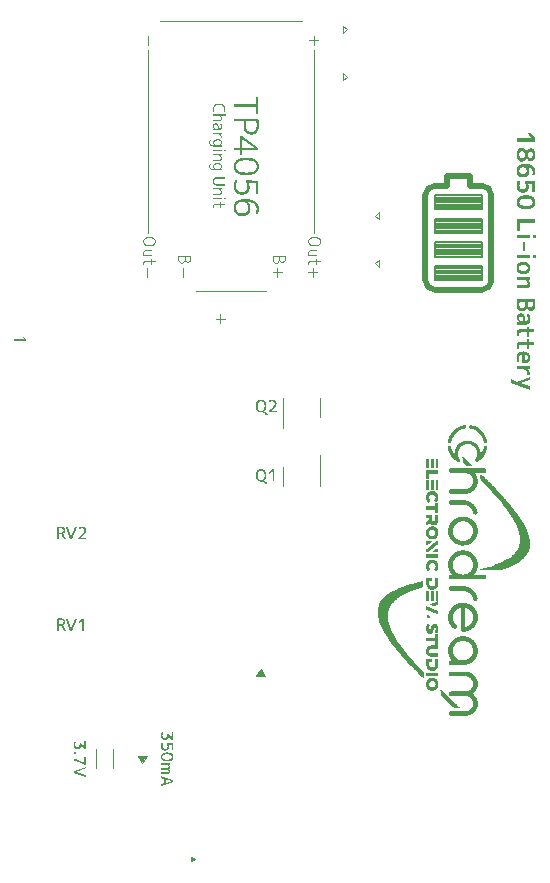
<source format=gbr>
%TF.GenerationSoftware,KiCad,Pcbnew,7.0.5*%
%TF.CreationDate,2023-11-27T01:09:10+09:00*%
%TF.ProjectId,Ultramarine-2_Control_Unit,556c7472-616d-4617-9269-6e652d325f43,rev?*%
%TF.SameCoordinates,Original*%
%TF.FileFunction,Legend,Top*%
%TF.FilePolarity,Positive*%
%FSLAX46Y46*%
G04 Gerber Fmt 4.6, Leading zero omitted, Abs format (unit mm)*
G04 Created by KiCad (PCBNEW 7.0.5) date 2023-11-27 01:09:10*
%MOMM*%
%LPD*%
G01*
G04 APERTURE LIST*
%ADD10C,0.200000*%
%ADD11C,0.500000*%
%ADD12C,0.300000*%
%ADD13C,0.100000*%
%ADD14C,0.150000*%
%ADD15C,0.120000*%
G04 APERTURE END LIST*
D10*
X163250000Y-70450000D02*
X167250000Y-70450000D01*
X163250000Y-67050000D02*
X167250000Y-67050000D01*
X163250000Y-70850000D02*
X167250000Y-70850000D01*
D11*
X164250000Y-64450000D02*
X164250000Y-65250000D01*
D10*
X163250000Y-71050000D02*
X167250000Y-71050000D01*
X163250000Y-66050000D02*
X163250000Y-67250000D01*
X163250000Y-68650000D02*
X167250000Y-68650000D01*
D11*
X163250000Y-65250000D02*
X164250000Y-65250000D01*
D10*
X163250000Y-68050000D02*
X163250000Y-69250000D01*
X163250000Y-72650000D02*
X167250000Y-72650000D01*
X163250000Y-72050000D02*
X163250000Y-73250000D01*
D11*
X162449998Y-73250000D02*
G75*
G03*
X163250000Y-74050002I800002J0D01*
G01*
D10*
X163250000Y-66850000D02*
X167250000Y-66850000D01*
X163250000Y-66450000D02*
X167250000Y-66450000D01*
X163250000Y-67250000D02*
X167250000Y-67250000D01*
D11*
X168050000Y-73250000D02*
X168050000Y-66050000D01*
D10*
X163250000Y-70650000D02*
X167250000Y-70650000D01*
X163250000Y-71250000D02*
X167250000Y-71250000D01*
X163250000Y-70250000D02*
X167250000Y-70250000D01*
X167250000Y-68050000D02*
X167250000Y-69250000D01*
X163250000Y-66050000D02*
X167250000Y-66050000D01*
D11*
X162450000Y-66050000D02*
X162450000Y-73250000D01*
D10*
X167250000Y-72050000D02*
X167250000Y-73250000D01*
X163250000Y-69250000D02*
X167250000Y-69250000D01*
D11*
X167250000Y-74050000D02*
G75*
G03*
X168050000Y-73250000I0J800000D01*
G01*
D10*
X163250000Y-69050000D02*
X167250000Y-69050000D01*
X163250000Y-68850000D02*
X167250000Y-68850000D01*
D11*
X166250000Y-64450000D02*
X164250000Y-64450000D01*
D10*
X163250000Y-70050000D02*
X167250000Y-70050000D01*
X163250000Y-66250000D02*
X167250000Y-66250000D01*
X163250000Y-72050000D02*
X167250000Y-72050000D01*
X163250000Y-73250000D02*
X167250000Y-73250000D01*
D11*
X168050000Y-66050000D02*
G75*
G03*
X167250000Y-65250000I-800000J0D01*
G01*
D10*
X167250000Y-70050000D02*
X167250000Y-71250000D01*
X163250000Y-72250000D02*
X167250000Y-72250000D01*
X163250000Y-66650000D02*
X167250000Y-66650000D01*
X163250000Y-73050000D02*
X167250000Y-73050000D01*
X163250000Y-68450000D02*
X167250000Y-68450000D01*
X163250000Y-72450000D02*
X167250000Y-72450000D01*
X167250000Y-66050000D02*
X167250000Y-67250000D01*
X163250000Y-68250000D02*
X167250000Y-68250000D01*
X163250000Y-72850000D02*
X167250000Y-72850000D01*
D11*
X167250000Y-65250000D02*
X166250000Y-65250000D01*
X166250000Y-65250000D02*
X166250000Y-64450000D01*
D10*
X163250000Y-68050000D02*
X167250000Y-68050000D01*
D11*
X163250000Y-65250000D02*
G75*
G03*
X162450000Y-66050000I0J-800000D01*
G01*
X163250000Y-74050002D02*
X167250000Y-74050000D01*
D10*
X163250000Y-70050000D02*
X163250000Y-71250000D01*
D12*
G36*
X171745561Y-61233077D02*
G01*
X171745561Y-61534961D01*
X170205000Y-61534961D01*
X170205000Y-61233077D01*
X171422794Y-61233077D01*
X171422794Y-61228681D01*
X171106256Y-60817254D01*
X171429023Y-60817254D01*
X171745561Y-61233077D01*
G37*
G36*
X170641763Y-62028388D02*
G01*
X170663530Y-62029966D01*
X170684937Y-62032896D01*
X170705983Y-62037179D01*
X170726668Y-62042814D01*
X170746993Y-62049801D01*
X170766956Y-62058141D01*
X170786560Y-62067833D01*
X170799428Y-62075046D01*
X170812137Y-62082860D01*
X170824685Y-62091275D01*
X170837072Y-62100291D01*
X170843206Y-62105024D01*
X170855343Y-62114979D01*
X170867209Y-62125517D01*
X170878802Y-62136640D01*
X170890124Y-62148346D01*
X170901173Y-62160637D01*
X170911951Y-62173511D01*
X170922457Y-62186969D01*
X170932691Y-62201011D01*
X170942652Y-62215637D01*
X170952343Y-62230847D01*
X170961761Y-62246641D01*
X170970907Y-62263019D01*
X170979781Y-62279980D01*
X170988384Y-62297525D01*
X170996714Y-62315655D01*
X171004773Y-62334368D01*
X171009169Y-62334368D01*
X171016957Y-62319285D01*
X171025026Y-62304629D01*
X171033375Y-62290400D01*
X171042004Y-62276597D01*
X171050915Y-62263220D01*
X171060105Y-62250270D01*
X171069576Y-62237747D01*
X171079328Y-62225649D01*
X171089360Y-62213979D01*
X171099672Y-62202734D01*
X171110266Y-62191917D01*
X171121139Y-62181525D01*
X171132293Y-62171561D01*
X171143728Y-62162022D01*
X171155443Y-62152910D01*
X171167438Y-62144225D01*
X171179647Y-62136062D01*
X171198234Y-62124805D01*
X171217149Y-62114733D01*
X171236393Y-62105845D01*
X171255965Y-62098143D01*
X171275866Y-62091626D01*
X171296095Y-62086294D01*
X171316653Y-62082146D01*
X171337539Y-62079184D01*
X171358753Y-62077406D01*
X171380296Y-62076814D01*
X171401695Y-62077373D01*
X171422571Y-62079052D01*
X171442923Y-62081850D01*
X171462751Y-62085767D01*
X171482055Y-62090803D01*
X171500836Y-62096958D01*
X171519092Y-62104233D01*
X171536825Y-62112626D01*
X171554034Y-62122139D01*
X171570720Y-62132770D01*
X171586881Y-62144521D01*
X171602519Y-62157391D01*
X171617633Y-62171380D01*
X171632223Y-62186488D01*
X171646289Y-62202716D01*
X171659832Y-62220062D01*
X171672742Y-62238451D01*
X171684819Y-62257712D01*
X171696063Y-62277846D01*
X171706475Y-62298854D01*
X171716053Y-62320734D01*
X171724799Y-62343487D01*
X171732711Y-62367113D01*
X171739791Y-62391612D01*
X171746038Y-62416985D01*
X171751452Y-62443230D01*
X171756033Y-62470348D01*
X171759781Y-62498339D01*
X171762696Y-62527203D01*
X171763841Y-62541962D01*
X171764778Y-62556940D01*
X171765507Y-62572136D01*
X171766028Y-62587550D01*
X171766340Y-62603182D01*
X171766444Y-62619033D01*
X171766340Y-62634884D01*
X171766028Y-62650516D01*
X171765507Y-62665930D01*
X171764778Y-62681126D01*
X171763841Y-62696104D01*
X171762696Y-62710863D01*
X171759781Y-62739727D01*
X171756033Y-62767718D01*
X171751452Y-62794836D01*
X171746038Y-62821081D01*
X171739791Y-62846454D01*
X171732711Y-62870953D01*
X171724799Y-62894579D01*
X171716053Y-62917332D01*
X171706475Y-62939212D01*
X171696063Y-62960220D01*
X171684819Y-62980354D01*
X171672742Y-62999615D01*
X171659832Y-63018004D01*
X171646289Y-63035395D01*
X171632223Y-63051663D01*
X171617633Y-63066810D01*
X171602519Y-63080835D01*
X171586881Y-63093738D01*
X171570720Y-63105519D01*
X171554034Y-63116178D01*
X171536825Y-63125715D01*
X171519092Y-63134130D01*
X171500836Y-63141423D01*
X171482055Y-63147594D01*
X171462751Y-63152643D01*
X171442923Y-63156570D01*
X171422571Y-63159375D01*
X171401695Y-63161057D01*
X171380296Y-63161618D01*
X171353029Y-63160588D01*
X171326549Y-63157497D01*
X171300857Y-63152345D01*
X171275951Y-63145132D01*
X171251832Y-63135858D01*
X171228501Y-63124524D01*
X171205957Y-63111129D01*
X171184200Y-63095673D01*
X171163230Y-63078156D01*
X171143047Y-63058579D01*
X171123651Y-63036940D01*
X171114248Y-63025348D01*
X171105042Y-63013241D01*
X171096033Y-63000619D01*
X171087220Y-62987481D01*
X171078605Y-62973828D01*
X171070186Y-62959660D01*
X171061964Y-62944977D01*
X171053939Y-62929779D01*
X171046110Y-62914065D01*
X171038478Y-62897836D01*
X171034448Y-62897836D01*
X171026886Y-62917040D01*
X171018989Y-62935635D01*
X171010760Y-62953619D01*
X171002197Y-62970995D01*
X170993300Y-62987760D01*
X170984070Y-63003916D01*
X170974507Y-63019462D01*
X170964610Y-63034398D01*
X170954380Y-63048725D01*
X170943816Y-63062443D01*
X170932919Y-63075550D01*
X170921688Y-63088048D01*
X170910124Y-63099936D01*
X170898227Y-63111215D01*
X170885996Y-63121884D01*
X170873431Y-63131943D01*
X170860533Y-63141393D01*
X170847302Y-63150233D01*
X170833737Y-63158463D01*
X170819839Y-63166084D01*
X170805607Y-63173095D01*
X170791042Y-63179496D01*
X170776144Y-63185288D01*
X170760911Y-63190470D01*
X170745346Y-63195042D01*
X170729447Y-63199005D01*
X170713215Y-63202358D01*
X170696649Y-63205101D01*
X170679750Y-63207235D01*
X170662517Y-63208759D01*
X170644951Y-63209674D01*
X170627051Y-63209979D01*
X170602047Y-63209369D01*
X170577684Y-63207540D01*
X170553961Y-63204492D01*
X170530881Y-63200224D01*
X170508441Y-63194737D01*
X170486642Y-63188031D01*
X170465484Y-63180106D01*
X170444968Y-63170961D01*
X170425093Y-63160597D01*
X170405859Y-63149013D01*
X170387266Y-63136211D01*
X170369314Y-63122189D01*
X170352003Y-63106947D01*
X170335334Y-63090487D01*
X170319305Y-63072807D01*
X170303918Y-63053907D01*
X170289366Y-63033919D01*
X170275754Y-63012972D01*
X170263080Y-62991066D01*
X170251345Y-62968201D01*
X170240548Y-62944377D01*
X170230691Y-62919595D01*
X170221772Y-62893853D01*
X170213792Y-62867153D01*
X170206751Y-62839494D01*
X170200649Y-62810876D01*
X170197950Y-62796208D01*
X170195485Y-62781299D01*
X170193256Y-62766152D01*
X170191261Y-62750764D01*
X170189501Y-62735136D01*
X170187975Y-62719269D01*
X170186684Y-62703163D01*
X170185628Y-62686816D01*
X170184807Y-62670230D01*
X170184220Y-62653404D01*
X170183868Y-62636338D01*
X170183750Y-62619033D01*
X170399173Y-62619033D01*
X170399432Y-62636209D01*
X170400209Y-62652933D01*
X170401504Y-62669205D01*
X170403317Y-62685024D01*
X170405648Y-62700392D01*
X170408498Y-62715307D01*
X170411865Y-62729769D01*
X170417888Y-62750616D01*
X170425076Y-62770444D01*
X170433429Y-62789256D01*
X170442949Y-62807049D01*
X170453634Y-62823826D01*
X170465484Y-62839584D01*
X170478363Y-62854119D01*
X170491996Y-62867225D01*
X170506382Y-62878900D01*
X170521521Y-62889147D01*
X170537414Y-62897963D01*
X170554060Y-62905350D01*
X170571460Y-62911307D01*
X170589613Y-62915834D01*
X170608520Y-62918931D01*
X170628180Y-62920599D01*
X170641706Y-62920917D01*
X170659604Y-62920296D01*
X170676890Y-62918431D01*
X170693564Y-62915324D01*
X170709626Y-62910974D01*
X170725077Y-62905381D01*
X170739916Y-62898545D01*
X170754143Y-62890466D01*
X170767758Y-62881144D01*
X170780761Y-62870579D01*
X170793153Y-62858771D01*
X170801074Y-62850209D01*
X170812614Y-62835959D01*
X170823876Y-62819726D01*
X170834862Y-62801510D01*
X170842031Y-62788263D01*
X170849078Y-62774135D01*
X170856002Y-62759126D01*
X170862803Y-62743235D01*
X170869480Y-62726462D01*
X170876035Y-62708808D01*
X170882466Y-62690272D01*
X170888774Y-62670855D01*
X170894960Y-62650556D01*
X170901022Y-62629376D01*
X170902130Y-62625261D01*
X171120910Y-62625261D01*
X171125727Y-62641107D01*
X171130696Y-62656449D01*
X171135819Y-62671289D01*
X171141095Y-62685625D01*
X171146523Y-62699459D01*
X171157841Y-62725617D01*
X171169770Y-62749762D01*
X171182313Y-62771896D01*
X171195467Y-62792017D01*
X171209235Y-62810127D01*
X171223615Y-62826224D01*
X171238607Y-62840309D01*
X171254212Y-62852382D01*
X171270429Y-62862442D01*
X171287259Y-62870491D01*
X171304701Y-62876527D01*
X171322756Y-62880552D01*
X171341424Y-62882564D01*
X171350987Y-62882815D01*
X171367642Y-62882203D01*
X171383672Y-62880368D01*
X171399078Y-62877309D01*
X171413858Y-62873026D01*
X171428015Y-62867520D01*
X171441546Y-62860790D01*
X171454453Y-62852837D01*
X171466735Y-62843660D01*
X171478393Y-62833259D01*
X171489425Y-62821635D01*
X171496434Y-62813206D01*
X171506255Y-62799671D01*
X171515110Y-62785171D01*
X171522999Y-62769704D01*
X171529922Y-62753271D01*
X171535879Y-62735872D01*
X171540870Y-62717508D01*
X171544895Y-62698177D01*
X171547954Y-62677880D01*
X171550047Y-62656618D01*
X171550905Y-62641906D01*
X171551335Y-62626765D01*
X171551388Y-62619033D01*
X171551174Y-62603948D01*
X171550530Y-62589283D01*
X171548759Y-62568075D01*
X171546022Y-62547814D01*
X171542319Y-62528499D01*
X171537650Y-62510131D01*
X171532015Y-62492710D01*
X171525414Y-62476235D01*
X171517847Y-62460707D01*
X171509314Y-62446126D01*
X171499815Y-62432492D01*
X171496434Y-62428157D01*
X171485817Y-62415914D01*
X171474576Y-62404874D01*
X171462711Y-62395040D01*
X171450220Y-62386409D01*
X171437105Y-62378982D01*
X171423365Y-62372760D01*
X171409001Y-62367743D01*
X171394012Y-62363929D01*
X171378398Y-62361320D01*
X171362160Y-62359915D01*
X171350987Y-62359647D01*
X171331541Y-62360685D01*
X171312771Y-62363797D01*
X171294676Y-62368985D01*
X171277256Y-62376248D01*
X171260512Y-62385586D01*
X171244444Y-62396999D01*
X171229051Y-62410487D01*
X171214333Y-62426051D01*
X171200291Y-62443689D01*
X171186924Y-62463403D01*
X171174233Y-62485191D01*
X171162218Y-62509055D01*
X171150878Y-62534994D01*
X171145461Y-62548742D01*
X171140213Y-62563008D01*
X171135134Y-62577793D01*
X171130224Y-62593097D01*
X171125483Y-62608920D01*
X171120910Y-62625261D01*
X170902130Y-62625261D01*
X170906961Y-62607314D01*
X170909884Y-62595952D01*
X170904387Y-62578416D01*
X170898705Y-62561437D01*
X170892836Y-62545014D01*
X170886781Y-62529148D01*
X170880539Y-62513839D01*
X170874112Y-62499086D01*
X170867499Y-62484890D01*
X170860700Y-62471251D01*
X170853715Y-62458168D01*
X170839186Y-62433673D01*
X170823913Y-62411405D01*
X170807896Y-62391364D01*
X170791135Y-62373550D01*
X170773630Y-62357962D01*
X170755380Y-62344601D01*
X170736387Y-62333467D01*
X170716649Y-62324560D01*
X170696167Y-62317879D01*
X170674940Y-62313426D01*
X170652970Y-62311199D01*
X170641706Y-62310921D01*
X170621543Y-62311661D01*
X170602134Y-62313883D01*
X170583478Y-62317586D01*
X170565576Y-62322770D01*
X170548428Y-62329436D01*
X170532033Y-62337582D01*
X170516391Y-62347210D01*
X170501503Y-62358319D01*
X170487368Y-62370909D01*
X170473987Y-62384981D01*
X170465484Y-62395184D01*
X170453634Y-62411532D01*
X170442949Y-62428840D01*
X170433429Y-62447107D01*
X170425076Y-62466334D01*
X170417888Y-62486520D01*
X170411865Y-62507665D01*
X170408498Y-62522296D01*
X170405648Y-62537352D01*
X170403317Y-62552836D01*
X170401504Y-62568745D01*
X170400209Y-62585081D01*
X170399432Y-62601844D01*
X170399173Y-62619033D01*
X170183750Y-62619033D01*
X170183868Y-62601750D01*
X170184220Y-62584705D01*
X170184807Y-62567898D01*
X170185628Y-62551330D01*
X170186684Y-62535000D01*
X170187975Y-62518908D01*
X170189501Y-62503055D01*
X170191261Y-62487440D01*
X170193256Y-62472063D01*
X170195485Y-62456924D01*
X170197950Y-62442024D01*
X170200649Y-62427362D01*
X170203583Y-62412938D01*
X170210154Y-62384805D01*
X170217665Y-62357625D01*
X170226114Y-62331399D01*
X170235502Y-62306125D01*
X170245829Y-62281805D01*
X170257095Y-62258438D01*
X170269299Y-62236024D01*
X170282443Y-62214563D01*
X170296525Y-62194055D01*
X170303918Y-62184159D01*
X170319305Y-62165259D01*
X170335334Y-62147579D01*
X170352003Y-62131119D01*
X170369314Y-62115877D01*
X170387266Y-62101855D01*
X170405859Y-62089053D01*
X170425093Y-62077469D01*
X170444968Y-62067105D01*
X170465484Y-62057960D01*
X170486642Y-62050035D01*
X170508441Y-62043329D01*
X170530881Y-62037842D01*
X170553961Y-62033574D01*
X170577684Y-62030526D01*
X170602047Y-62028697D01*
X170627051Y-62028087D01*
X170641763Y-62028388D01*
G37*
G36*
X170907698Y-63393331D02*
G01*
X170934754Y-63393840D01*
X170961376Y-63394690D01*
X170987565Y-63395880D01*
X171013320Y-63397409D01*
X171038641Y-63399279D01*
X171063529Y-63401488D01*
X171087983Y-63404037D01*
X171112004Y-63406926D01*
X171135591Y-63410155D01*
X171158744Y-63413724D01*
X171181463Y-63417633D01*
X171203749Y-63421881D01*
X171225602Y-63426470D01*
X171247020Y-63431398D01*
X171268005Y-63436666D01*
X171288557Y-63442275D01*
X171308675Y-63448223D01*
X171328359Y-63454511D01*
X171347610Y-63461138D01*
X171366426Y-63468106D01*
X171384810Y-63475414D01*
X171402760Y-63483061D01*
X171420276Y-63491049D01*
X171437358Y-63499376D01*
X171454007Y-63508043D01*
X171470222Y-63517050D01*
X171486004Y-63526397D01*
X171501352Y-63536084D01*
X171516266Y-63546111D01*
X171530747Y-63556477D01*
X171544794Y-63567184D01*
X171558430Y-63578206D01*
X171571634Y-63589519D01*
X171584405Y-63601124D01*
X171596743Y-63613019D01*
X171608648Y-63625206D01*
X171620120Y-63637685D01*
X171631159Y-63650454D01*
X171641766Y-63663515D01*
X171651939Y-63676867D01*
X171661680Y-63690510D01*
X171670987Y-63704444D01*
X171679862Y-63718670D01*
X171688304Y-63733186D01*
X171696312Y-63747995D01*
X171703888Y-63763094D01*
X171711031Y-63778484D01*
X171717742Y-63794166D01*
X171724019Y-63810139D01*
X171729863Y-63826403D01*
X171735274Y-63842959D01*
X171740253Y-63859805D01*
X171744798Y-63876943D01*
X171748911Y-63894372D01*
X171752591Y-63912093D01*
X171755838Y-63930104D01*
X171758652Y-63948407D01*
X171761033Y-63967001D01*
X171762981Y-63985887D01*
X171764496Y-64005063D01*
X171765578Y-64024531D01*
X171766228Y-64044290D01*
X171766444Y-64064340D01*
X171766279Y-64084115D01*
X171765786Y-64103873D01*
X171764963Y-64123614D01*
X171763811Y-64143337D01*
X171762330Y-64163044D01*
X171760519Y-64182733D01*
X171758380Y-64202405D01*
X171755911Y-64222060D01*
X171753113Y-64241698D01*
X171749986Y-64261318D01*
X171746530Y-64280921D01*
X171742745Y-64300508D01*
X171738630Y-64320077D01*
X171734187Y-64339628D01*
X171729414Y-64359163D01*
X171724312Y-64378681D01*
X171485809Y-64378681D01*
X171492464Y-64360398D01*
X171498689Y-64342004D01*
X171504485Y-64323498D01*
X171509852Y-64304881D01*
X171514789Y-64286152D01*
X171519297Y-64267312D01*
X171523376Y-64248359D01*
X171527025Y-64229296D01*
X171530245Y-64210120D01*
X171533036Y-64190833D01*
X171535397Y-64171434D01*
X171537329Y-64151924D01*
X171538832Y-64132302D01*
X171539905Y-64112568D01*
X171540549Y-64092723D01*
X171540764Y-64072766D01*
X171540351Y-64053428D01*
X171539115Y-64034521D01*
X171537054Y-64016047D01*
X171534169Y-63998005D01*
X171530460Y-63980395D01*
X171525926Y-63963218D01*
X171520568Y-63946472D01*
X171514385Y-63930159D01*
X171507379Y-63914278D01*
X171499548Y-63898829D01*
X171490892Y-63883813D01*
X171481413Y-63869228D01*
X171471109Y-63855076D01*
X171459980Y-63841356D01*
X171448028Y-63828068D01*
X171435251Y-63815212D01*
X171421700Y-63802885D01*
X171407424Y-63791181D01*
X171392425Y-63780101D01*
X171376701Y-63769646D01*
X171360253Y-63759814D01*
X171343081Y-63750606D01*
X171325185Y-63742022D01*
X171306565Y-63734063D01*
X171287221Y-63726727D01*
X171267152Y-63720015D01*
X171246360Y-63713927D01*
X171224843Y-63708463D01*
X171202602Y-63703623D01*
X171179637Y-63699407D01*
X171155948Y-63695815D01*
X171131535Y-63692847D01*
X171129337Y-63696877D01*
X171142602Y-63712313D01*
X171155011Y-63728487D01*
X171166564Y-63745400D01*
X171177262Y-63763051D01*
X171187103Y-63781441D01*
X171196089Y-63800569D01*
X171204219Y-63820436D01*
X171211494Y-63841041D01*
X171217912Y-63862385D01*
X171223475Y-63884467D01*
X171228182Y-63907287D01*
X171232033Y-63930846D01*
X171235028Y-63955143D01*
X171237168Y-63980179D01*
X171238452Y-64005954D01*
X171238879Y-64032466D01*
X171238749Y-64047543D01*
X171238356Y-64062411D01*
X171237701Y-64077070D01*
X171235606Y-64105761D01*
X171232463Y-64133616D01*
X171228273Y-64160635D01*
X171223035Y-64186819D01*
X171216749Y-64212167D01*
X171209416Y-64236679D01*
X171201036Y-64260355D01*
X171191608Y-64283195D01*
X171181132Y-64305200D01*
X171169609Y-64326369D01*
X171157038Y-64346702D01*
X171143419Y-64366200D01*
X171128753Y-64384862D01*
X171113040Y-64402687D01*
X171104790Y-64411287D01*
X171087665Y-64427791D01*
X171069722Y-64443229D01*
X171050960Y-64457603D01*
X171031380Y-64470913D01*
X171010981Y-64483157D01*
X170989763Y-64494337D01*
X170967727Y-64504452D01*
X170944872Y-64513503D01*
X170921199Y-64521488D01*
X170896707Y-64528409D01*
X170871396Y-64534265D01*
X170845267Y-64539057D01*
X170818319Y-64542783D01*
X170790553Y-64545445D01*
X170761968Y-64547042D01*
X170732564Y-64547575D01*
X170716576Y-64547422D01*
X170700806Y-64546963D01*
X170685255Y-64546200D01*
X170669921Y-64545130D01*
X170654806Y-64543755D01*
X170639910Y-64542075D01*
X170625231Y-64540089D01*
X170596529Y-64535200D01*
X170568699Y-64529089D01*
X170541743Y-64521756D01*
X170515660Y-64513201D01*
X170490449Y-64503424D01*
X170466112Y-64492424D01*
X170442647Y-64480202D01*
X170420056Y-64466759D01*
X170398337Y-64452093D01*
X170377492Y-64436204D01*
X170357519Y-64419094D01*
X170338419Y-64400762D01*
X170329197Y-64391137D01*
X170311584Y-64371199D01*
X170295108Y-64350402D01*
X170279768Y-64328746D01*
X170265564Y-64306232D01*
X170252497Y-64282859D01*
X170240565Y-64258628D01*
X170229771Y-64233537D01*
X170220112Y-64207588D01*
X170211590Y-64180781D01*
X170204204Y-64153115D01*
X170197954Y-64124590D01*
X170195255Y-64110005D01*
X170192841Y-64095206D01*
X170190710Y-64080192D01*
X170188864Y-64064964D01*
X170187301Y-64049521D01*
X170186023Y-64033863D01*
X170185029Y-64017991D01*
X170184319Y-64001904D01*
X170183892Y-63985602D01*
X170183750Y-63969085D01*
X170409797Y-63969085D01*
X170410113Y-63985756D01*
X170411062Y-64001972D01*
X170412644Y-64017733D01*
X170414858Y-64033039D01*
X170417704Y-64047889D01*
X170421183Y-64062285D01*
X170427588Y-64083025D01*
X170435415Y-64102741D01*
X170444666Y-64121433D01*
X170455341Y-64139101D01*
X170467438Y-64155745D01*
X170480959Y-64171366D01*
X170490764Y-64181210D01*
X170506670Y-64195025D01*
X170523891Y-64207481D01*
X170542425Y-64218578D01*
X170555511Y-64225222D01*
X170569181Y-64231261D01*
X170583435Y-64236696D01*
X170598273Y-64241528D01*
X170613695Y-64245755D01*
X170629700Y-64249379D01*
X170646290Y-64252398D01*
X170663463Y-64254814D01*
X170681220Y-64256626D01*
X170699561Y-64257834D01*
X170718486Y-64258438D01*
X170728168Y-64258513D01*
X170745606Y-64258207D01*
X170762566Y-64257288D01*
X170779048Y-64255757D01*
X170795052Y-64253613D01*
X170810578Y-64250857D01*
X170825626Y-64247488D01*
X170840196Y-64243506D01*
X170854289Y-64238913D01*
X170874531Y-64230873D01*
X170893697Y-64221456D01*
X170911788Y-64210660D01*
X170928804Y-64198487D01*
X170944744Y-64184935D01*
X170949818Y-64180111D01*
X170964157Y-64164996D01*
X170977085Y-64148916D01*
X170988603Y-64131869D01*
X170998711Y-64113856D01*
X171007408Y-64094878D01*
X171014695Y-64074933D01*
X171020571Y-64054022D01*
X171023705Y-64039545D01*
X171026213Y-64024639D01*
X171028093Y-64009303D01*
X171029347Y-63993538D01*
X171029973Y-63977344D01*
X171030052Y-63969085D01*
X171029730Y-63953209D01*
X171028764Y-63937727D01*
X171027154Y-63922640D01*
X171024900Y-63907948D01*
X171020311Y-63886651D01*
X171014274Y-63866243D01*
X171006787Y-63846723D01*
X170997852Y-63828092D01*
X170987467Y-63810350D01*
X170975634Y-63793497D01*
X170962351Y-63777532D01*
X170947620Y-63762456D01*
X170931746Y-63748510D01*
X170914900Y-63735936D01*
X170897082Y-63724734D01*
X170878291Y-63714903D01*
X170858528Y-63706444D01*
X170837792Y-63699357D01*
X170823428Y-63695394D01*
X170808632Y-63692041D01*
X170793403Y-63689298D01*
X170777743Y-63687164D01*
X170761650Y-63685640D01*
X170745125Y-63684725D01*
X170728168Y-63684420D01*
X170709955Y-63684729D01*
X170692230Y-63685657D01*
X170674990Y-63687202D01*
X170658238Y-63689366D01*
X170641972Y-63692148D01*
X170626192Y-63695549D01*
X170610900Y-63699567D01*
X170596093Y-63704204D01*
X170581774Y-63709459D01*
X170567941Y-63715332D01*
X170554594Y-63721824D01*
X170541734Y-63728934D01*
X170523356Y-63740757D01*
X170506074Y-63753972D01*
X170495160Y-63763555D01*
X170479905Y-63778808D01*
X170466150Y-63794892D01*
X170453896Y-63811807D01*
X170443142Y-63829552D01*
X170433889Y-63848128D01*
X170426136Y-63867535D01*
X170419884Y-63887773D01*
X170415132Y-63908841D01*
X170412798Y-63923348D01*
X170411131Y-63938225D01*
X170410131Y-63953470D01*
X170409797Y-63969085D01*
X170183750Y-63969085D01*
X170184431Y-63933652D01*
X170186471Y-63899344D01*
X170189872Y-63866161D01*
X170194633Y-63834103D01*
X170200754Y-63803170D01*
X170208235Y-63773361D01*
X170217077Y-63744677D01*
X170227279Y-63717118D01*
X170238841Y-63690684D01*
X170251764Y-63665375D01*
X170266047Y-63641191D01*
X170281690Y-63618131D01*
X170298693Y-63596197D01*
X170317057Y-63575387D01*
X170336781Y-63555702D01*
X170357865Y-63537142D01*
X170380309Y-63519707D01*
X170404114Y-63503396D01*
X170429279Y-63488211D01*
X170455804Y-63474150D01*
X170483690Y-63461214D01*
X170512936Y-63449403D01*
X170543542Y-63438717D01*
X170575508Y-63429156D01*
X170608835Y-63420720D01*
X170643522Y-63413408D01*
X170679569Y-63407221D01*
X170716976Y-63402160D01*
X170755744Y-63398223D01*
X170795872Y-63395410D01*
X170837360Y-63393723D01*
X170880209Y-63393161D01*
X170907698Y-63393331D01*
G37*
G36*
X171202976Y-65353210D02*
G01*
X171202489Y-65381291D01*
X171201029Y-65408565D01*
X171198597Y-65435032D01*
X171195191Y-65460692D01*
X171190811Y-65485544D01*
X171185459Y-65509590D01*
X171179133Y-65532828D01*
X171171835Y-65555259D01*
X171163563Y-65576884D01*
X171154318Y-65597700D01*
X171144100Y-65617710D01*
X171132909Y-65636913D01*
X171120744Y-65655308D01*
X171107607Y-65672897D01*
X171093496Y-65689678D01*
X171078412Y-65705652D01*
X171062482Y-65720736D01*
X171045743Y-65734847D01*
X171028193Y-65747984D01*
X171009833Y-65760149D01*
X170990663Y-65771340D01*
X170970684Y-65781558D01*
X170949894Y-65790803D01*
X170928294Y-65799075D01*
X170905884Y-65806374D01*
X170882665Y-65812699D01*
X170858635Y-65818051D01*
X170833795Y-65822431D01*
X170808145Y-65825837D01*
X170781685Y-65828270D01*
X170754416Y-65829729D01*
X170726336Y-65830216D01*
X170692954Y-65829612D01*
X170660632Y-65827800D01*
X170629370Y-65824780D01*
X170599167Y-65820553D01*
X170570025Y-65815118D01*
X170541942Y-65808474D01*
X170514918Y-65800623D01*
X170488955Y-65791564D01*
X170464051Y-65781298D01*
X170440207Y-65769823D01*
X170417422Y-65757140D01*
X170395698Y-65743250D01*
X170375033Y-65728152D01*
X170355428Y-65711846D01*
X170336882Y-65694332D01*
X170319397Y-65675610D01*
X170302971Y-65655680D01*
X170287605Y-65634543D01*
X170273298Y-65612198D01*
X170260051Y-65588644D01*
X170247864Y-65563883D01*
X170236737Y-65537914D01*
X170226670Y-65510738D01*
X170217662Y-65482353D01*
X170209714Y-65452760D01*
X170202826Y-65421960D01*
X170196997Y-65389952D01*
X170192228Y-65356736D01*
X170188519Y-65322312D01*
X170185870Y-65286680D01*
X170184280Y-65249840D01*
X170183750Y-65211793D01*
X170184015Y-65185538D01*
X170184809Y-65159529D01*
X170186133Y-65133766D01*
X170187986Y-65108249D01*
X170190369Y-65082979D01*
X170193282Y-65057954D01*
X170196723Y-65033176D01*
X170200695Y-65008644D01*
X170205196Y-64984358D01*
X170210226Y-64960318D01*
X170215786Y-64936525D01*
X170221875Y-64912977D01*
X170228494Y-64889676D01*
X170235642Y-64866621D01*
X170243320Y-64843812D01*
X170251528Y-64821249D01*
X170510914Y-64821249D01*
X170505459Y-64835044D01*
X170500177Y-64848725D01*
X170490134Y-64875740D01*
X170480783Y-64902294D01*
X170472125Y-64928387D01*
X170464159Y-64954020D01*
X170456886Y-64979192D01*
X170450306Y-65003903D01*
X170444419Y-65028153D01*
X170439224Y-65051942D01*
X170434721Y-65075271D01*
X170430912Y-65098138D01*
X170427795Y-65120545D01*
X170425370Y-65142491D01*
X170423639Y-65163977D01*
X170422600Y-65185001D01*
X170422254Y-65205565D01*
X170422550Y-65226076D01*
X170423441Y-65245936D01*
X170424926Y-65265145D01*
X170427005Y-65283703D01*
X170429677Y-65301610D01*
X170432944Y-65318866D01*
X170436804Y-65335470D01*
X170441259Y-65351424D01*
X170446307Y-65366726D01*
X170451949Y-65381377D01*
X170458185Y-65395377D01*
X170465015Y-65408725D01*
X170472439Y-65421423D01*
X170489068Y-65444864D01*
X170508074Y-65465701D01*
X170529454Y-65483934D01*
X170553211Y-65499561D01*
X170579343Y-65512584D01*
X170593300Y-65518119D01*
X170607851Y-65523003D01*
X170622995Y-65527235D01*
X170638734Y-65530817D01*
X170655067Y-65533747D01*
X170671993Y-65536026D01*
X170689513Y-65537654D01*
X170707628Y-65538631D01*
X170726336Y-65538956D01*
X170741776Y-65538719D01*
X170756725Y-65538007D01*
X170785154Y-65535161D01*
X170811623Y-65530417D01*
X170836131Y-65523775D01*
X170858678Y-65515236D01*
X170879264Y-65504798D01*
X170897890Y-65492464D01*
X170914556Y-65478231D01*
X170929260Y-65462101D01*
X170942004Y-65444074D01*
X170952788Y-65424148D01*
X170961610Y-65402325D01*
X170968473Y-65378605D01*
X170973374Y-65352986D01*
X170976315Y-65325470D01*
X170977295Y-65296057D01*
X170976958Y-65280654D01*
X170975944Y-65265494D01*
X170974256Y-65250577D01*
X170971892Y-65235904D01*
X170968852Y-65221474D01*
X170965137Y-65207288D01*
X170958297Y-65186464D01*
X170949938Y-65166188D01*
X170943521Y-65152974D01*
X170936429Y-65140004D01*
X170928661Y-65127277D01*
X170920217Y-65114794D01*
X170911098Y-65102553D01*
X170901303Y-65090556D01*
X170890833Y-65078803D01*
X170890833Y-64825645D01*
X171745561Y-64867777D01*
X171745561Y-65764637D01*
X171507058Y-65764637D01*
X171507058Y-65133757D01*
X171150219Y-65116905D01*
X171150219Y-65120935D01*
X171156608Y-65134207D01*
X171162584Y-65147645D01*
X171168148Y-65161249D01*
X171173300Y-65175019D01*
X171178040Y-65188955D01*
X171182368Y-65203057D01*
X171186283Y-65217326D01*
X171189787Y-65231760D01*
X171192878Y-65246360D01*
X171195557Y-65261126D01*
X171197824Y-65276058D01*
X171199678Y-65291157D01*
X171201121Y-65306421D01*
X171202151Y-65321851D01*
X171202770Y-65337447D01*
X171202976Y-65353210D01*
G37*
G36*
X171000863Y-66059703D02*
G01*
X171026184Y-66060132D01*
X171051058Y-66060848D01*
X171075487Y-66061850D01*
X171099470Y-66063138D01*
X171123007Y-66064712D01*
X171146098Y-66066572D01*
X171168744Y-66068719D01*
X171190943Y-66071152D01*
X171212697Y-66073871D01*
X171234005Y-66076876D01*
X171254868Y-66080168D01*
X171275284Y-66083746D01*
X171295255Y-66087610D01*
X171314780Y-66091760D01*
X171333859Y-66096196D01*
X171352493Y-66100919D01*
X171370680Y-66105928D01*
X171388422Y-66111223D01*
X171405718Y-66116804D01*
X171422569Y-66122672D01*
X171438973Y-66128826D01*
X171454932Y-66135266D01*
X171470445Y-66141992D01*
X171485512Y-66149004D01*
X171500133Y-66156303D01*
X171514308Y-66163888D01*
X171528038Y-66171759D01*
X171541322Y-66179916D01*
X171554160Y-66188360D01*
X171566553Y-66197090D01*
X171578499Y-66206106D01*
X171590062Y-66215435D01*
X171601258Y-66225058D01*
X171612087Y-66234975D01*
X171632643Y-66255692D01*
X171651732Y-66277585D01*
X171669351Y-66300654D01*
X171685503Y-66324900D01*
X171700186Y-66350323D01*
X171706977Y-66363475D01*
X171713401Y-66376921D01*
X171719458Y-66390662D01*
X171725148Y-66404696D01*
X171730470Y-66419025D01*
X171735426Y-66433647D01*
X171740014Y-66448564D01*
X171744236Y-66463775D01*
X171748090Y-66479280D01*
X171751577Y-66495079D01*
X171754697Y-66511173D01*
X171757451Y-66527560D01*
X171759837Y-66544241D01*
X171761856Y-66561217D01*
X171763507Y-66578486D01*
X171764792Y-66596050D01*
X171765710Y-66613908D01*
X171766260Y-66632059D01*
X171766444Y-66650505D01*
X171766260Y-66668951D01*
X171765710Y-66687102D01*
X171764792Y-66704958D01*
X171763507Y-66722519D01*
X171761856Y-66739785D01*
X171759837Y-66756757D01*
X171757451Y-66773434D01*
X171754697Y-66789815D01*
X171751577Y-66805903D01*
X171748090Y-66821695D01*
X171744236Y-66837192D01*
X171740014Y-66852395D01*
X171735426Y-66867303D01*
X171730470Y-66881916D01*
X171725148Y-66896234D01*
X171719458Y-66910258D01*
X171713401Y-66923986D01*
X171706977Y-66937420D01*
X171700186Y-66950559D01*
X171693028Y-66963403D01*
X171677611Y-66988207D01*
X171660725Y-67011832D01*
X171642371Y-67034278D01*
X171622549Y-67055544D01*
X171601258Y-67075631D01*
X171590062Y-67085232D01*
X171578499Y-67094539D01*
X171566553Y-67103577D01*
X171554160Y-67112329D01*
X171541322Y-67120794D01*
X171528038Y-67128971D01*
X171514308Y-67136862D01*
X171500133Y-67144466D01*
X171485512Y-67151783D01*
X171470445Y-67158813D01*
X171454932Y-67165556D01*
X171438973Y-67172012D01*
X171422569Y-67178181D01*
X171405718Y-67184063D01*
X171388422Y-67189659D01*
X171370680Y-67194967D01*
X171352493Y-67199989D01*
X171333859Y-67204723D01*
X171314780Y-67209171D01*
X171295255Y-67213331D01*
X171275284Y-67217205D01*
X171254868Y-67220791D01*
X171234005Y-67224091D01*
X171212697Y-67227104D01*
X171190943Y-67229830D01*
X171168744Y-67232269D01*
X171146098Y-67234421D01*
X171123007Y-67236286D01*
X171099470Y-67237864D01*
X171075487Y-67239155D01*
X171051058Y-67240160D01*
X171026184Y-67240877D01*
X171000863Y-67241308D01*
X170975097Y-67241451D01*
X170949353Y-67241308D01*
X170924054Y-67240877D01*
X170899199Y-67240160D01*
X170874788Y-67239155D01*
X170850821Y-67237864D01*
X170827299Y-67236286D01*
X170804222Y-67234421D01*
X170781588Y-67232269D01*
X170759399Y-67229830D01*
X170737655Y-67227104D01*
X170716354Y-67224091D01*
X170695498Y-67220791D01*
X170675087Y-67217205D01*
X170655120Y-67213331D01*
X170635597Y-67209171D01*
X170616518Y-67204723D01*
X170597884Y-67199989D01*
X170579694Y-67194967D01*
X170561949Y-67189659D01*
X170544648Y-67184063D01*
X170527791Y-67178181D01*
X170511379Y-67172012D01*
X170495411Y-67165556D01*
X170479887Y-67158813D01*
X170464808Y-67151783D01*
X170450173Y-67144466D01*
X170435983Y-67136862D01*
X170422236Y-67128971D01*
X170408935Y-67120794D01*
X170396077Y-67112329D01*
X170383664Y-67103577D01*
X170371695Y-67094539D01*
X170360132Y-67085232D01*
X170348936Y-67075631D01*
X170338107Y-67065735D01*
X170317551Y-67045058D01*
X170298463Y-67023202D01*
X170280843Y-67000167D01*
X170264691Y-66975953D01*
X170250008Y-66950559D01*
X170243217Y-66937420D01*
X170236793Y-66923986D01*
X170230737Y-66910258D01*
X170225047Y-66896234D01*
X170219724Y-66881916D01*
X170214769Y-66867303D01*
X170210180Y-66852395D01*
X170205959Y-66837192D01*
X170202104Y-66821695D01*
X170198617Y-66805903D01*
X170195497Y-66789815D01*
X170192744Y-66773434D01*
X170190358Y-66756757D01*
X170188339Y-66739785D01*
X170186687Y-66722519D01*
X170185402Y-66704958D01*
X170184485Y-66687102D01*
X170183934Y-66668951D01*
X170183750Y-66650505D01*
X170413827Y-66650505D01*
X170414321Y-66668665D01*
X170415802Y-66686232D01*
X170418271Y-66703206D01*
X170421727Y-66719588D01*
X170426170Y-66735377D01*
X170431602Y-66750574D01*
X170438020Y-66765179D01*
X170445426Y-66779191D01*
X170453820Y-66792610D01*
X170463200Y-66805437D01*
X170473569Y-66817672D01*
X170484925Y-66829314D01*
X170497268Y-66840364D01*
X170510599Y-66850821D01*
X170524917Y-66860685D01*
X170540223Y-66869958D01*
X170556776Y-66878653D01*
X170574747Y-66886787D01*
X170594134Y-66894361D01*
X170614938Y-66901373D01*
X170637159Y-66907825D01*
X170660797Y-66913715D01*
X170685851Y-66919045D01*
X170712322Y-66923813D01*
X170740210Y-66928021D01*
X170769515Y-66931667D01*
X170784699Y-66933280D01*
X170800237Y-66934753D01*
X170816129Y-66936085D01*
X170832375Y-66937277D01*
X170848976Y-66938329D01*
X170865931Y-66939241D01*
X170883240Y-66940012D01*
X170900903Y-66940643D01*
X170918920Y-66941134D01*
X170937292Y-66941485D01*
X170956017Y-66941695D01*
X170975097Y-66941765D01*
X170994177Y-66941695D01*
X171012903Y-66941485D01*
X171031274Y-66941134D01*
X171049292Y-66940643D01*
X171066955Y-66940012D01*
X171084264Y-66939241D01*
X171101218Y-66938329D01*
X171117819Y-66937277D01*
X171134065Y-66936085D01*
X171149957Y-66934753D01*
X171165495Y-66933280D01*
X171180679Y-66931667D01*
X171195509Y-66929914D01*
X171224105Y-66925987D01*
X171251285Y-66921499D01*
X171277048Y-66916450D01*
X171301394Y-66910840D01*
X171324323Y-66904669D01*
X171345835Y-66897937D01*
X171365931Y-66890644D01*
X171384610Y-66882790D01*
X171401872Y-66874375D01*
X171409972Y-66869958D01*
X171425322Y-66860685D01*
X171439681Y-66850821D01*
X171453051Y-66840364D01*
X171465430Y-66829314D01*
X171476819Y-66817672D01*
X171487217Y-66805437D01*
X171496625Y-66792610D01*
X171505043Y-66779191D01*
X171512471Y-66765179D01*
X171518908Y-66750574D01*
X171524355Y-66735377D01*
X171528811Y-66719588D01*
X171532277Y-66703206D01*
X171534753Y-66686232D01*
X171536238Y-66668665D01*
X171536734Y-66650505D01*
X171536238Y-66632346D01*
X171534753Y-66614779D01*
X171532277Y-66597805D01*
X171528811Y-66581423D01*
X171524355Y-66565633D01*
X171518908Y-66550436D01*
X171512471Y-66535832D01*
X171505043Y-66521820D01*
X171496625Y-66508400D01*
X171487217Y-66495573D01*
X171476819Y-66483339D01*
X171465430Y-66471697D01*
X171453051Y-66460647D01*
X171439681Y-66450190D01*
X171425322Y-66440325D01*
X171409972Y-66431053D01*
X171393418Y-66422358D01*
X171375447Y-66414223D01*
X171356060Y-66406650D01*
X171335256Y-66399637D01*
X171313035Y-66393186D01*
X171289398Y-66387296D01*
X171264343Y-66381966D01*
X171237872Y-66377198D01*
X171209984Y-66372990D01*
X171180679Y-66369344D01*
X171165495Y-66367731D01*
X171149957Y-66366258D01*
X171134065Y-66364926D01*
X171117819Y-66363734D01*
X171101218Y-66362682D01*
X171084264Y-66361770D01*
X171066955Y-66360999D01*
X171049292Y-66360368D01*
X171031274Y-66359877D01*
X171012903Y-66359526D01*
X170994177Y-66359316D01*
X170975097Y-66359246D01*
X170956017Y-66359316D01*
X170937292Y-66359526D01*
X170918920Y-66359877D01*
X170900903Y-66360368D01*
X170883240Y-66360999D01*
X170865931Y-66361770D01*
X170848976Y-66362682D01*
X170832375Y-66363734D01*
X170816129Y-66364926D01*
X170800237Y-66366258D01*
X170784699Y-66367731D01*
X170769515Y-66369344D01*
X170754686Y-66371097D01*
X170726089Y-66375024D01*
X170698910Y-66379512D01*
X170673147Y-66384561D01*
X170648801Y-66390171D01*
X170625872Y-66396342D01*
X170604359Y-66403074D01*
X170584263Y-66410367D01*
X170565585Y-66418220D01*
X170548323Y-66426635D01*
X170540223Y-66431053D01*
X170524917Y-66440325D01*
X170510599Y-66450190D01*
X170497268Y-66460647D01*
X170484925Y-66471697D01*
X170473569Y-66483339D01*
X170463200Y-66495573D01*
X170453820Y-66508400D01*
X170445426Y-66521820D01*
X170438020Y-66535832D01*
X170431602Y-66550436D01*
X170426170Y-66565633D01*
X170421727Y-66581423D01*
X170418271Y-66597805D01*
X170415802Y-66614779D01*
X170414321Y-66632346D01*
X170413827Y-66650505D01*
X170183750Y-66650505D01*
X170183934Y-66632059D01*
X170184485Y-66613908D01*
X170185402Y-66596050D01*
X170186687Y-66578486D01*
X170188339Y-66561217D01*
X170190358Y-66544241D01*
X170192744Y-66527560D01*
X170195497Y-66511173D01*
X170198617Y-66495079D01*
X170202104Y-66479280D01*
X170205959Y-66463775D01*
X170210180Y-66448564D01*
X170214769Y-66433647D01*
X170219724Y-66419025D01*
X170225047Y-66404696D01*
X170230737Y-66390662D01*
X170236793Y-66376921D01*
X170243217Y-66363475D01*
X170250008Y-66350323D01*
X170257166Y-66337464D01*
X170272584Y-66312630D01*
X170289469Y-66288973D01*
X170307823Y-66266491D01*
X170327646Y-66245186D01*
X170348936Y-66225058D01*
X170360132Y-66215435D01*
X170371695Y-66206106D01*
X170383664Y-66197090D01*
X170396077Y-66188360D01*
X170408935Y-66179916D01*
X170422236Y-66171759D01*
X170435983Y-66163888D01*
X170450173Y-66156303D01*
X170464808Y-66149004D01*
X170479887Y-66141992D01*
X170495411Y-66135266D01*
X170511379Y-66128826D01*
X170527791Y-66122672D01*
X170544648Y-66116804D01*
X170561949Y-66111223D01*
X170579694Y-66105928D01*
X170597884Y-66100919D01*
X170616518Y-66096196D01*
X170635597Y-66091760D01*
X170655120Y-66087610D01*
X170675087Y-66083746D01*
X170695498Y-66080168D01*
X170716354Y-66076876D01*
X170737655Y-66073871D01*
X170759399Y-66071152D01*
X170781588Y-66068719D01*
X170804222Y-66066572D01*
X170827299Y-66064712D01*
X170850821Y-66063138D01*
X170874788Y-66061850D01*
X170899199Y-66060848D01*
X170924054Y-66060132D01*
X170949353Y-66059703D01*
X170975097Y-66059560D01*
X171000863Y-66059703D01*
G37*
G36*
X171745561Y-68388171D02*
G01*
X170449731Y-68388171D01*
X170449731Y-69067777D01*
X170205000Y-69067777D01*
X170205000Y-68082257D01*
X171745561Y-68082257D01*
X171745561Y-68388171D01*
G37*
G36*
X170205000Y-69383217D02*
G01*
X171302260Y-69383217D01*
X171302260Y-69678872D01*
X170205000Y-69678872D01*
X170205000Y-69383217D01*
G37*
G36*
X171534535Y-69383217D02*
G01*
X171787693Y-69383217D01*
X171787693Y-69678872D01*
X171534535Y-69678872D01*
X171534535Y-69383217D01*
G37*
G36*
X170705087Y-70039741D02*
G01*
X170928935Y-70039741D01*
X170928935Y-70742428D01*
X170705087Y-70742428D01*
X170705087Y-70039741D01*
G37*
G36*
X170205000Y-71102198D02*
G01*
X171302260Y-71102198D01*
X171302260Y-71397854D01*
X170205000Y-71397854D01*
X170205000Y-71102198D01*
G37*
G36*
X171534535Y-71102198D02*
G01*
X171787693Y-71102198D01*
X171787693Y-71397854D01*
X171534535Y-71397854D01*
X171534535Y-71102198D01*
G37*
G36*
X170770706Y-71674596D02*
G01*
X170787357Y-71675007D01*
X170803767Y-71675692D01*
X170819936Y-71676651D01*
X170835864Y-71677884D01*
X170851551Y-71679392D01*
X170866996Y-71681173D01*
X170882201Y-71683229D01*
X170897164Y-71685558D01*
X170911886Y-71688162D01*
X170926368Y-71691039D01*
X170954606Y-71697617D01*
X170981880Y-71705290D01*
X171008190Y-71714060D01*
X171033535Y-71723926D01*
X171057915Y-71734888D01*
X171081331Y-71746947D01*
X171103782Y-71760102D01*
X171125269Y-71774353D01*
X171145791Y-71789700D01*
X171165349Y-71806143D01*
X171174766Y-71814776D01*
X171192778Y-71832757D01*
X171209628Y-71851619D01*
X171225315Y-71871362D01*
X171239841Y-71891987D01*
X171253205Y-71913494D01*
X171265407Y-71935882D01*
X171276446Y-71959152D01*
X171286324Y-71983304D01*
X171295039Y-72008337D01*
X171302593Y-72034251D01*
X171308984Y-72061047D01*
X171314213Y-72088725D01*
X171318280Y-72117284D01*
X171319878Y-72131895D01*
X171321185Y-72146725D01*
X171322202Y-72161776D01*
X171322929Y-72177047D01*
X171323364Y-72192539D01*
X171323510Y-72208251D01*
X171323363Y-72223965D01*
X171322924Y-72239460D01*
X171322193Y-72254736D01*
X171321168Y-72269795D01*
X171319851Y-72284635D01*
X171318242Y-72299257D01*
X171314144Y-72327846D01*
X171308877Y-72355563D01*
X171302438Y-72382406D01*
X171294829Y-72408376D01*
X171286049Y-72433474D01*
X171276098Y-72457698D01*
X171264977Y-72481050D01*
X171252685Y-72503528D01*
X171239223Y-72525134D01*
X171224590Y-72545866D01*
X171208786Y-72565726D01*
X171191812Y-72584712D01*
X171173667Y-72602826D01*
X171154465Y-72619950D01*
X171134323Y-72635970D01*
X171113238Y-72650885D01*
X171091212Y-72664696D01*
X171068244Y-72677401D01*
X171044334Y-72689001D01*
X171019483Y-72699497D01*
X170993690Y-72708888D01*
X170966956Y-72717174D01*
X170939279Y-72724356D01*
X170910661Y-72730432D01*
X170895999Y-72733056D01*
X170881102Y-72735404D01*
X170865969Y-72737475D01*
X170850601Y-72739271D01*
X170834997Y-72740790D01*
X170819158Y-72742033D01*
X170803083Y-72742999D01*
X170786773Y-72743690D01*
X170770228Y-72744104D01*
X170753447Y-72744242D01*
X170736689Y-72744104D01*
X170720165Y-72743690D01*
X170703876Y-72742999D01*
X170687822Y-72742033D01*
X170672002Y-72740790D01*
X170656418Y-72739271D01*
X170641067Y-72737475D01*
X170625952Y-72735404D01*
X170611071Y-72733056D01*
X170596425Y-72730432D01*
X170582014Y-72727532D01*
X170553896Y-72720903D01*
X170526716Y-72713169D01*
X170500475Y-72704331D01*
X170475173Y-72694387D01*
X170450810Y-72683339D01*
X170427385Y-72671186D01*
X170404900Y-72657928D01*
X170383353Y-72643566D01*
X170362745Y-72628098D01*
X170343076Y-72611526D01*
X170333593Y-72602826D01*
X170315448Y-72584712D01*
X170298474Y-72565726D01*
X170282670Y-72545866D01*
X170268037Y-72525134D01*
X170254575Y-72503528D01*
X170242283Y-72481050D01*
X170231162Y-72457698D01*
X170221211Y-72433474D01*
X170212431Y-72408376D01*
X170204822Y-72382406D01*
X170198383Y-72355563D01*
X170193116Y-72327846D01*
X170189018Y-72299257D01*
X170187409Y-72284635D01*
X170186092Y-72269795D01*
X170185067Y-72254736D01*
X170184336Y-72239460D01*
X170183897Y-72223965D01*
X170183750Y-72208251D01*
X170388548Y-72208251D01*
X170388904Y-72223714D01*
X170389973Y-72238685D01*
X170394250Y-72267156D01*
X170401376Y-72293663D01*
X170411354Y-72318206D01*
X170424183Y-72340787D01*
X170439862Y-72361403D01*
X170458392Y-72380056D01*
X170479773Y-72396746D01*
X170504004Y-72411472D01*
X170517189Y-72418099D01*
X170531087Y-72424235D01*
X170545697Y-72429880D01*
X170561020Y-72435034D01*
X170577055Y-72439697D01*
X170593804Y-72443869D01*
X170611265Y-72447551D01*
X170629438Y-72450742D01*
X170648325Y-72453441D01*
X170667924Y-72455650D01*
X170688235Y-72457368D01*
X170709260Y-72458596D01*
X170730997Y-72459332D01*
X170753447Y-72459577D01*
X170775919Y-72459332D01*
X170797678Y-72458596D01*
X170818724Y-72457368D01*
X170839056Y-72455650D01*
X170858675Y-72453441D01*
X170877580Y-72450742D01*
X170895772Y-72447551D01*
X170913250Y-72443869D01*
X170930015Y-72439697D01*
X170946067Y-72435034D01*
X170961405Y-72429880D01*
X170976030Y-72424235D01*
X170989942Y-72418099D01*
X171003140Y-72411472D01*
X171027396Y-72396746D01*
X171048798Y-72380056D01*
X171067347Y-72361403D01*
X171083042Y-72340787D01*
X171095883Y-72318206D01*
X171105871Y-72293663D01*
X171113005Y-72267156D01*
X171117285Y-72238685D01*
X171118355Y-72223714D01*
X171118712Y-72208251D01*
X171118370Y-72192924D01*
X171117344Y-72178084D01*
X171114522Y-72156735D01*
X171110161Y-72136481D01*
X171104261Y-72117322D01*
X171096822Y-72099258D01*
X171087843Y-72082289D01*
X171077326Y-72066414D01*
X171065269Y-72051634D01*
X171051673Y-72037949D01*
X171036538Y-72025359D01*
X171031151Y-72021406D01*
X171013832Y-72010275D01*
X170994709Y-72000240D01*
X170980959Y-71994157D01*
X170966407Y-71988562D01*
X170951055Y-71983453D01*
X170934900Y-71978830D01*
X170917944Y-71974694D01*
X170900187Y-71971045D01*
X170881629Y-71967882D01*
X170862268Y-71965206D01*
X170842107Y-71963016D01*
X170821144Y-71961313D01*
X170799380Y-71960097D01*
X170776814Y-71959367D01*
X170753447Y-71959124D01*
X170730124Y-71959367D01*
X170707600Y-71960097D01*
X170685874Y-71961313D01*
X170664947Y-71963016D01*
X170644818Y-71965206D01*
X170625488Y-71967882D01*
X170606957Y-71971045D01*
X170589224Y-71974694D01*
X170572290Y-71978830D01*
X170556154Y-71983453D01*
X170540817Y-71988562D01*
X170526278Y-71994157D01*
X170512538Y-72000240D01*
X170493425Y-72010275D01*
X170476109Y-72021406D01*
X170460461Y-72033631D01*
X170446352Y-72046951D01*
X170433782Y-72061366D01*
X170422752Y-72076875D01*
X170413260Y-72093480D01*
X170405308Y-72111179D01*
X170398895Y-72129973D01*
X170394021Y-72149862D01*
X170390686Y-72170846D01*
X170389318Y-72185443D01*
X170388634Y-72200527D01*
X170388548Y-72208251D01*
X170183750Y-72208251D01*
X170183896Y-72192539D01*
X170184331Y-72177047D01*
X170185058Y-72161776D01*
X170186074Y-72146725D01*
X170187382Y-72131895D01*
X170188980Y-72117284D01*
X170193047Y-72088725D01*
X170198276Y-72061047D01*
X170204667Y-72034251D01*
X170212221Y-72008337D01*
X170220936Y-71983304D01*
X170230814Y-71959152D01*
X170241853Y-71935882D01*
X170254055Y-71913494D01*
X170267419Y-71891987D01*
X170281945Y-71871362D01*
X170297632Y-71851619D01*
X170314482Y-71832757D01*
X170332494Y-71814776D01*
X170351614Y-71797785D01*
X170371695Y-71781889D01*
X170392738Y-71767090D01*
X170414743Y-71753387D01*
X170437710Y-71740781D01*
X170461638Y-71729270D01*
X170486528Y-71718856D01*
X170512379Y-71709538D01*
X170539192Y-71701316D01*
X170566967Y-71694191D01*
X170595704Y-71688162D01*
X170610433Y-71685558D01*
X170625403Y-71683229D01*
X170640612Y-71681173D01*
X170656063Y-71679392D01*
X170671753Y-71677884D01*
X170687684Y-71676651D01*
X170703856Y-71675692D01*
X170720268Y-71675007D01*
X170736920Y-71674596D01*
X170753813Y-71674459D01*
X170770706Y-71674596D01*
G37*
G36*
X171302260Y-72955635D02*
G01*
X171302260Y-73221615D01*
X171165240Y-73226011D01*
X171165240Y-73230041D01*
X171184406Y-73248191D01*
X171202335Y-73266735D01*
X171219027Y-73285674D01*
X171234483Y-73305009D01*
X171248703Y-73324738D01*
X171261686Y-73344862D01*
X171273432Y-73365381D01*
X171283942Y-73386296D01*
X171293216Y-73407605D01*
X171301253Y-73429309D01*
X171308054Y-73451408D01*
X171313618Y-73473903D01*
X171317945Y-73496792D01*
X171321037Y-73520076D01*
X171322891Y-73543755D01*
X171323510Y-73567829D01*
X171323089Y-73591414D01*
X171321827Y-73614174D01*
X171319723Y-73636110D01*
X171316778Y-73657222D01*
X171312991Y-73677510D01*
X171308363Y-73696973D01*
X171302893Y-73715611D01*
X171296582Y-73733426D01*
X171289429Y-73750416D01*
X171281435Y-73766582D01*
X171272599Y-73781923D01*
X171262922Y-73796441D01*
X171252403Y-73810133D01*
X171241043Y-73823002D01*
X171228842Y-73835046D01*
X171215799Y-73846266D01*
X171201758Y-73856736D01*
X171186564Y-73866531D01*
X171170216Y-73875650D01*
X171152715Y-73884093D01*
X171134061Y-73891861D01*
X171114253Y-73898954D01*
X171093291Y-73905371D01*
X171071176Y-73911113D01*
X171047908Y-73916179D01*
X171023486Y-73920569D01*
X170997911Y-73924284D01*
X170971182Y-73927324D01*
X170943299Y-73929688D01*
X170914264Y-73931377D01*
X170899313Y-73931968D01*
X170884074Y-73932390D01*
X170868547Y-73932644D01*
X170852732Y-73932728D01*
X170205000Y-73932728D01*
X170205000Y-73658688D01*
X170831849Y-73658688D01*
X170851240Y-73658530D01*
X170869848Y-73658058D01*
X170887671Y-73657271D01*
X170904709Y-73656169D01*
X170920964Y-73654752D01*
X170936434Y-73653020D01*
X170951120Y-73650974D01*
X170971679Y-73647314D01*
X170990473Y-73642945D01*
X171007503Y-73637868D01*
X171022767Y-73632083D01*
X171036268Y-73625590D01*
X171048004Y-73618387D01*
X171061656Y-73607379D01*
X171073489Y-73594322D01*
X171083501Y-73579215D01*
X171091693Y-73562059D01*
X171096642Y-73547847D01*
X171100567Y-73532482D01*
X171103468Y-73515965D01*
X171105345Y-73498294D01*
X171106199Y-73479471D01*
X171106256Y-73472941D01*
X171105605Y-73456767D01*
X171103654Y-73440805D01*
X171100402Y-73425056D01*
X171095849Y-73409520D01*
X171089995Y-73394196D01*
X171082840Y-73379084D01*
X171074384Y-73364185D01*
X171064627Y-73349499D01*
X171053570Y-73335025D01*
X171041212Y-73320764D01*
X171032250Y-73311374D01*
X171018284Y-73298018D01*
X171004137Y-73285975D01*
X170989810Y-73275246D01*
X170975303Y-73265831D01*
X170960616Y-73257729D01*
X170945748Y-73250941D01*
X170930700Y-73245467D01*
X170915471Y-73241307D01*
X170900063Y-73238461D01*
X170884474Y-73236928D01*
X170873981Y-73236636D01*
X170205000Y-73236636D01*
X170205000Y-72955635D01*
X171302260Y-72955635D01*
G37*
G36*
X171738752Y-74849701D02*
G01*
X171742321Y-74874777D01*
X171745644Y-74900053D01*
X171748721Y-74925529D01*
X171751552Y-74951206D01*
X171754136Y-74977084D01*
X171756475Y-75003161D01*
X171758567Y-75029439D01*
X171760413Y-75055918D01*
X171762013Y-75082597D01*
X171763367Y-75109476D01*
X171764475Y-75136555D01*
X171765336Y-75163835D01*
X171765952Y-75191315D01*
X171766321Y-75218996D01*
X171766444Y-75246877D01*
X171766067Y-75283234D01*
X171764936Y-75318436D01*
X171763050Y-75352485D01*
X171760410Y-75385380D01*
X171757017Y-75417120D01*
X171752869Y-75447706D01*
X171747966Y-75477138D01*
X171742310Y-75505415D01*
X171735899Y-75532539D01*
X171728734Y-75558508D01*
X171720815Y-75583323D01*
X171712142Y-75606984D01*
X171702715Y-75629491D01*
X171692533Y-75650843D01*
X171681597Y-75671042D01*
X171669907Y-75690086D01*
X171657463Y-75707976D01*
X171644264Y-75724712D01*
X171630312Y-75740293D01*
X171615605Y-75754721D01*
X171600144Y-75767994D01*
X171583929Y-75780113D01*
X171566959Y-75791078D01*
X171549236Y-75800888D01*
X171530758Y-75809545D01*
X171511526Y-75817047D01*
X171491540Y-75823395D01*
X171470800Y-75828589D01*
X171449305Y-75832628D01*
X171427056Y-75835514D01*
X171404053Y-75837245D01*
X171380296Y-75837822D01*
X171364092Y-75837485D01*
X171348176Y-75836471D01*
X171332550Y-75834783D01*
X171317213Y-75832418D01*
X171302165Y-75829379D01*
X171287406Y-75825664D01*
X171272936Y-75821273D01*
X171258755Y-75816207D01*
X171244863Y-75810465D01*
X171231260Y-75804048D01*
X171217947Y-75796955D01*
X171204922Y-75789187D01*
X171192187Y-75780744D01*
X171179740Y-75771625D01*
X171167583Y-75761830D01*
X171155715Y-75751360D01*
X171144250Y-75740329D01*
X171133304Y-75728852D01*
X171122875Y-75716928D01*
X171112965Y-75704557D01*
X171103572Y-75691740D01*
X171094698Y-75678477D01*
X171086342Y-75664767D01*
X171078504Y-75650610D01*
X171071183Y-75636007D01*
X171064381Y-75620957D01*
X171058097Y-75605461D01*
X171052331Y-75589519D01*
X171047083Y-75573130D01*
X171042354Y-75556294D01*
X171038142Y-75539012D01*
X171034448Y-75521284D01*
X171030052Y-75521284D01*
X171026849Y-75542614D01*
X171023011Y-75563375D01*
X171018537Y-75583567D01*
X171013428Y-75603189D01*
X171007684Y-75622241D01*
X171001304Y-75640724D01*
X170994288Y-75658637D01*
X170986638Y-75675981D01*
X170978352Y-75692755D01*
X170969430Y-75708959D01*
X170959873Y-75724594D01*
X170949681Y-75739660D01*
X170938853Y-75754155D01*
X170927390Y-75768081D01*
X170915291Y-75781438D01*
X170902557Y-75794225D01*
X170889328Y-75806381D01*
X170875744Y-75817752D01*
X170861805Y-75828340D01*
X170847511Y-75838143D01*
X170832862Y-75847162D01*
X170817858Y-75855396D01*
X170802500Y-75862847D01*
X170786786Y-75869513D01*
X170770717Y-75875395D01*
X170754294Y-75880492D01*
X170737516Y-75884806D01*
X170720382Y-75888335D01*
X170702894Y-75891080D01*
X170685051Y-75893040D01*
X170666853Y-75894217D01*
X170648300Y-75894609D01*
X170619720Y-75894015D01*
X170592046Y-75892233D01*
X170565280Y-75889264D01*
X170539421Y-75885106D01*
X170514470Y-75879761D01*
X170490426Y-75873228D01*
X170467289Y-75865507D01*
X170445060Y-75856598D01*
X170423738Y-75846502D01*
X170403323Y-75835218D01*
X170383815Y-75822746D01*
X170365215Y-75809086D01*
X170347522Y-75794238D01*
X170330737Y-75778202D01*
X170314859Y-75760979D01*
X170299888Y-75742568D01*
X170285824Y-75722940D01*
X170272668Y-75701976D01*
X170260419Y-75679675D01*
X170249078Y-75656037D01*
X170238643Y-75631063D01*
X170229117Y-75604752D01*
X170220497Y-75577104D01*
X170216527Y-75562779D01*
X170212785Y-75548120D01*
X170209269Y-75533126D01*
X170205980Y-75517799D01*
X170202918Y-75502137D01*
X170200082Y-75486141D01*
X170197474Y-75469811D01*
X170195092Y-75453147D01*
X170192937Y-75436149D01*
X170191009Y-75418816D01*
X170189308Y-75401149D01*
X170187833Y-75383148D01*
X170186586Y-75364813D01*
X170185565Y-75346144D01*
X170184771Y-75327141D01*
X170184204Y-75307803D01*
X170183864Y-75288132D01*
X170183785Y-75274354D01*
X170413827Y-75274354D01*
X170414079Y-75295878D01*
X170414835Y-75316669D01*
X170416094Y-75336728D01*
X170417857Y-75356053D01*
X170420124Y-75374646D01*
X170422895Y-75392506D01*
X170426169Y-75409634D01*
X170429947Y-75426029D01*
X170434229Y-75441691D01*
X170439015Y-75456620D01*
X170444304Y-75470817D01*
X170450097Y-75484281D01*
X170459731Y-75503103D01*
X170470499Y-75520276D01*
X170478307Y-75530809D01*
X170490996Y-75545344D01*
X170504883Y-75558449D01*
X170519968Y-75570125D01*
X170536250Y-75580371D01*
X170553730Y-75589188D01*
X170572408Y-75596574D01*
X170592284Y-75602531D01*
X170613358Y-75607059D01*
X170628073Y-75609283D01*
X170643320Y-75610871D01*
X170659099Y-75611824D01*
X170675411Y-75612142D01*
X170697049Y-75611324D01*
X170717585Y-75608870D01*
X170737019Y-75604781D01*
X170755353Y-75599056D01*
X170772585Y-75591695D01*
X170788717Y-75582698D01*
X170803746Y-75572066D01*
X170817675Y-75559798D01*
X170830502Y-75545894D01*
X170842229Y-75530354D01*
X170849434Y-75519085D01*
X170859452Y-75500608D01*
X170865583Y-75487070D01*
X170871276Y-75472555D01*
X170876531Y-75457065D01*
X170881348Y-75440599D01*
X170885727Y-75423156D01*
X170889668Y-75404738D01*
X170893171Y-75385343D01*
X170896237Y-75364973D01*
X170898864Y-75343627D01*
X170901054Y-75321304D01*
X170902806Y-75298006D01*
X170904119Y-75273731D01*
X170904995Y-75248481D01*
X170905433Y-75222254D01*
X170905488Y-75208775D01*
X170905488Y-75116085D01*
X171124940Y-75116085D01*
X171124940Y-75194120D01*
X171125151Y-75218242D01*
X171125782Y-75241513D01*
X171126834Y-75263934D01*
X171128306Y-75285505D01*
X171130200Y-75306226D01*
X171132514Y-75326097D01*
X171135248Y-75345118D01*
X171138404Y-75363289D01*
X171141980Y-75380610D01*
X171145978Y-75397080D01*
X171150395Y-75412701D01*
X171155234Y-75427471D01*
X171160493Y-75441392D01*
X171169171Y-75460678D01*
X171178796Y-75478053D01*
X171189348Y-75493701D01*
X171200808Y-75507810D01*
X171213176Y-75520379D01*
X171226452Y-75531410D01*
X171240636Y-75540902D01*
X171255728Y-75548854D01*
X171271728Y-75555267D01*
X171288636Y-75560141D01*
X171306453Y-75563476D01*
X171325177Y-75565272D01*
X171338164Y-75565614D01*
X171356725Y-75564992D01*
X171374353Y-75563128D01*
X171391046Y-75560020D01*
X171406806Y-75555670D01*
X171421632Y-75550077D01*
X171435524Y-75543241D01*
X171448482Y-75535162D01*
X171460507Y-75525840D01*
X171471598Y-75515275D01*
X171481755Y-75503468D01*
X171488007Y-75494905D01*
X171496715Y-75480839D01*
X171504567Y-75465157D01*
X171511561Y-75447858D01*
X171517700Y-75428943D01*
X171522982Y-75408411D01*
X171526027Y-75393825D01*
X171528692Y-75378521D01*
X171530976Y-75362498D01*
X171532879Y-75345757D01*
X171534402Y-75328297D01*
X171535544Y-75310119D01*
X171536305Y-75291223D01*
X171536686Y-75271608D01*
X171536734Y-75261531D01*
X171536621Y-75246619D01*
X171536120Y-75227148D01*
X171535218Y-75208145D01*
X171533916Y-75189613D01*
X171532213Y-75171549D01*
X171530109Y-75153955D01*
X171527605Y-75136830D01*
X171524700Y-75120175D01*
X171523911Y-75116085D01*
X171124940Y-75116085D01*
X170905488Y-75116085D01*
X170426650Y-75116085D01*
X170423645Y-75134746D01*
X170421040Y-75153729D01*
X170418836Y-75173031D01*
X170417446Y-75187719D01*
X170416281Y-75202587D01*
X170415342Y-75217635D01*
X170414629Y-75232863D01*
X170414140Y-75248272D01*
X170413877Y-75263861D01*
X170413827Y-75274354D01*
X170183785Y-75274354D01*
X170183750Y-75268126D01*
X170183875Y-75238917D01*
X170184248Y-75209908D01*
X170184871Y-75181100D01*
X170185742Y-75152492D01*
X170186863Y-75124085D01*
X170188233Y-75095877D01*
X170189851Y-75067871D01*
X170191719Y-75040064D01*
X170193835Y-75012458D01*
X170196201Y-74985052D01*
X170198816Y-74957847D01*
X170201679Y-74930842D01*
X170204792Y-74904037D01*
X170208154Y-74877433D01*
X170211764Y-74851029D01*
X170215624Y-74824825D01*
X171734937Y-74824825D01*
X171738752Y-74849701D01*
G37*
G36*
X170544160Y-76052693D02*
G01*
X170566137Y-76054338D01*
X170587471Y-76057078D01*
X170608160Y-76060915D01*
X170628206Y-76065848D01*
X170647608Y-76071877D01*
X170666365Y-76079003D01*
X170684479Y-76087225D01*
X170701948Y-76096543D01*
X170718774Y-76106957D01*
X170734955Y-76118467D01*
X170750493Y-76131074D01*
X170765387Y-76144777D01*
X170779636Y-76159576D01*
X170793242Y-76175471D01*
X170806203Y-76192463D01*
X170818492Y-76210628D01*
X170829988Y-76229952D01*
X170840692Y-76250436D01*
X170850602Y-76272078D01*
X170859720Y-76294880D01*
X170868044Y-76318841D01*
X170875576Y-76343962D01*
X170882315Y-76370241D01*
X170888262Y-76397680D01*
X170893415Y-76426278D01*
X170895695Y-76441011D01*
X170897776Y-76456035D01*
X170899659Y-76471348D01*
X170901343Y-76486951D01*
X170902830Y-76502844D01*
X170904118Y-76519027D01*
X170905209Y-76535499D01*
X170906101Y-76552261D01*
X170906794Y-76569313D01*
X170907290Y-76586655D01*
X170907587Y-76604287D01*
X170907686Y-76622208D01*
X170907686Y-76727721D01*
X170943590Y-76727721D01*
X170961282Y-76727312D01*
X170977949Y-76726085D01*
X170993593Y-76724041D01*
X171008213Y-76721178D01*
X171026113Y-76716089D01*
X171042193Y-76709546D01*
X171056453Y-76701549D01*
X171068892Y-76692098D01*
X171079511Y-76681193D01*
X171088699Y-76668444D01*
X171096661Y-76653464D01*
X171103399Y-76636250D01*
X171107648Y-76621875D01*
X171111209Y-76606244D01*
X171114080Y-76589357D01*
X171116262Y-76571215D01*
X171117755Y-76551816D01*
X171118559Y-76531162D01*
X171118712Y-76516695D01*
X171118423Y-76494606D01*
X171117556Y-76472119D01*
X171116110Y-76449234D01*
X171114087Y-76425951D01*
X171111485Y-76402271D01*
X171108305Y-76378192D01*
X171104547Y-76353716D01*
X171100211Y-76328842D01*
X171095296Y-76303570D01*
X171089804Y-76277900D01*
X171083733Y-76251832D01*
X171077084Y-76225367D01*
X171069857Y-76198504D01*
X171062051Y-76171242D01*
X171053668Y-76143583D01*
X171049259Y-76129605D01*
X171044706Y-76115526D01*
X171260129Y-76115526D01*
X171267804Y-76141117D01*
X171274984Y-76166691D01*
X171281668Y-76192248D01*
X171287858Y-76217788D01*
X171293552Y-76243310D01*
X171298751Y-76268815D01*
X171303455Y-76294304D01*
X171307664Y-76319774D01*
X171311378Y-76345228D01*
X171314597Y-76370665D01*
X171317320Y-76396084D01*
X171319548Y-76421486D01*
X171321281Y-76446871D01*
X171322519Y-76472239D01*
X171323262Y-76497590D01*
X171323510Y-76522923D01*
X171323415Y-76539641D01*
X171323130Y-76556041D01*
X171322656Y-76572124D01*
X171321993Y-76587890D01*
X171321139Y-76603339D01*
X171320096Y-76618472D01*
X171318864Y-76633287D01*
X171315830Y-76661966D01*
X171312037Y-76689378D01*
X171307487Y-76715521D01*
X171302177Y-76740397D01*
X171296109Y-76764004D01*
X171289283Y-76786344D01*
X171281698Y-76807416D01*
X171273355Y-76827219D01*
X171264253Y-76845755D01*
X171254392Y-76863023D01*
X171243774Y-76879023D01*
X171232396Y-76893755D01*
X171226423Y-76900645D01*
X171213718Y-76913688D01*
X171199873Y-76925890D01*
X171184889Y-76937250D01*
X171168767Y-76947769D01*
X171151504Y-76957446D01*
X171133103Y-76966281D01*
X171113563Y-76974276D01*
X171092883Y-76981428D01*
X171071065Y-76987740D01*
X171048107Y-76993209D01*
X171024010Y-76997837D01*
X170998773Y-77001624D01*
X170972398Y-77004569D01*
X170944884Y-77006673D01*
X170916230Y-77007935D01*
X170901476Y-77008251D01*
X170886437Y-77008356D01*
X170205000Y-77008356D01*
X170205000Y-76746406D01*
X170357041Y-76742376D01*
X170357041Y-76737979D01*
X170336056Y-76721526D01*
X170316426Y-76704314D01*
X170298149Y-76686343D01*
X170281226Y-76667614D01*
X170265657Y-76648127D01*
X170251442Y-76627881D01*
X170238581Y-76606877D01*
X170227073Y-76585114D01*
X170216919Y-76562592D01*
X170208119Y-76539313D01*
X170200673Y-76515274D01*
X170194581Y-76490477D01*
X170189843Y-76464922D01*
X170189151Y-76459542D01*
X170394776Y-76459542D01*
X170395068Y-76474383D01*
X170396601Y-76495968D01*
X170399447Y-76516741D01*
X170403608Y-76536703D01*
X170409082Y-76555853D01*
X170415869Y-76574192D01*
X170423971Y-76591720D01*
X170433386Y-76608436D01*
X170444115Y-76624341D01*
X170456158Y-76639434D01*
X170469515Y-76653715D01*
X170484086Y-76666941D01*
X170499637Y-76678866D01*
X170516166Y-76689490D01*
X170533674Y-76698813D01*
X170552161Y-76706835D01*
X170571627Y-76713556D01*
X170592072Y-76718976D01*
X170613496Y-76723096D01*
X170628322Y-76725119D01*
X170643583Y-76726565D01*
X170659280Y-76727432D01*
X170675411Y-76727721D01*
X170732564Y-76727721D01*
X170732564Y-76622208D01*
X170732383Y-76603635D01*
X170731838Y-76585652D01*
X170730932Y-76568258D01*
X170729662Y-76551454D01*
X170728029Y-76535240D01*
X170726034Y-76519615D01*
X170723676Y-76504579D01*
X170720955Y-76490134D01*
X170714425Y-76463011D01*
X170706443Y-76438247D01*
X170697011Y-76415842D01*
X170686127Y-76395795D01*
X170673793Y-76378107D01*
X170660007Y-76362776D01*
X170644770Y-76349805D01*
X170628082Y-76339192D01*
X170609942Y-76330937D01*
X170590352Y-76325041D01*
X170569310Y-76321503D01*
X170546817Y-76320324D01*
X170530354Y-76320931D01*
X170514669Y-76322751D01*
X170499762Y-76325785D01*
X170485635Y-76330033D01*
X170469069Y-76337049D01*
X170453721Y-76345961D01*
X170439589Y-76356769D01*
X170436908Y-76359159D01*
X170424770Y-76371946D01*
X170414690Y-76385806D01*
X170406667Y-76400740D01*
X170400701Y-76416746D01*
X170396792Y-76433827D01*
X170394941Y-76451980D01*
X170394776Y-76459542D01*
X170189151Y-76459542D01*
X170186458Y-76438608D01*
X170184427Y-76411536D01*
X170183750Y-76383705D01*
X170184117Y-76365946D01*
X170185216Y-76348574D01*
X170187048Y-76331588D01*
X170189612Y-76314989D01*
X170192909Y-76298776D01*
X170196939Y-76282949D01*
X170201702Y-76267509D01*
X170207198Y-76252455D01*
X170213426Y-76237788D01*
X170220387Y-76223507D01*
X170228080Y-76209612D01*
X170236507Y-76196104D01*
X170245666Y-76182982D01*
X170255558Y-76170246D01*
X170266182Y-76157897D01*
X170277540Y-76145935D01*
X170289527Y-76134577D01*
X170301949Y-76123953D01*
X170314806Y-76114061D01*
X170328098Y-76104902D01*
X170341825Y-76096475D01*
X170355987Y-76088782D01*
X170370585Y-76081821D01*
X170385617Y-76075593D01*
X170401085Y-76070097D01*
X170416987Y-76065334D01*
X170433325Y-76061304D01*
X170450097Y-76058007D01*
X170467305Y-76055443D01*
X170484948Y-76053611D01*
X170503025Y-76052512D01*
X170521538Y-76052145D01*
X170544160Y-76052693D01*
G37*
G36*
X171260129Y-77669644D02*
G01*
X171260129Y-78032711D01*
X171055331Y-78032711D01*
X171055331Y-77669644D01*
X170612397Y-77669644D01*
X170595602Y-77669760D01*
X170579567Y-77670107D01*
X170564290Y-77670687D01*
X170542796Y-77671991D01*
X170523009Y-77673817D01*
X170504929Y-77676164D01*
X170488555Y-77679033D01*
X170473888Y-77682424D01*
X170456987Y-77687756D01*
X170443119Y-77694016D01*
X170434710Y-77699319D01*
X170423206Y-77710131D01*
X170413651Y-77724020D01*
X170407411Y-77737347D01*
X170402420Y-77752642D01*
X170398676Y-77769907D01*
X170396180Y-77789141D01*
X170395127Y-77804859D01*
X170394776Y-77821685D01*
X170395037Y-77840169D01*
X170395819Y-77858388D01*
X170397124Y-77876344D01*
X170398949Y-77894036D01*
X170401297Y-77911464D01*
X170404166Y-77928627D01*
X170407556Y-77945527D01*
X170411469Y-77962163D01*
X170415903Y-77978534D01*
X170420858Y-77994642D01*
X170424452Y-78005233D01*
X170209396Y-78005233D01*
X170206290Y-77990659D01*
X170203385Y-77975970D01*
X170200680Y-77961167D01*
X170198176Y-77946249D01*
X170195872Y-77931216D01*
X170193768Y-77916069D01*
X170191865Y-77900808D01*
X170190162Y-77885432D01*
X170188659Y-77869942D01*
X170187357Y-77854337D01*
X170186255Y-77838618D01*
X170185353Y-77822784D01*
X170184652Y-77806836D01*
X170184151Y-77790773D01*
X170183851Y-77774596D01*
X170183750Y-77758304D01*
X170184092Y-77733226D01*
X170185119Y-77709102D01*
X170186829Y-77685931D01*
X170189223Y-77663713D01*
X170192301Y-77642448D01*
X170196064Y-77622136D01*
X170200510Y-77602778D01*
X170205641Y-77584372D01*
X170211455Y-77566920D01*
X170217954Y-77550421D01*
X170225137Y-77534875D01*
X170233003Y-77520281D01*
X170241554Y-77506642D01*
X170250789Y-77493955D01*
X170260708Y-77482221D01*
X170271311Y-77471441D01*
X170282798Y-77461459D01*
X170295366Y-77452121D01*
X170309015Y-77443427D01*
X170323747Y-77435377D01*
X170339561Y-77427971D01*
X170356457Y-77421209D01*
X170374434Y-77415091D01*
X170393494Y-77409617D01*
X170413635Y-77404787D01*
X170434859Y-77400601D01*
X170457164Y-77397059D01*
X170480551Y-77394161D01*
X170505020Y-77391907D01*
X170530571Y-77390297D01*
X170557204Y-77389331D01*
X170584919Y-77389009D01*
X171055331Y-77389009D01*
X171055331Y-77167358D01*
X171260129Y-77167358D01*
X171260129Y-77389009D01*
X171660931Y-77389009D01*
X171660931Y-77669644D01*
X171260129Y-77669644D01*
G37*
G36*
X171260129Y-78724773D02*
G01*
X171260129Y-79087840D01*
X171055331Y-79087840D01*
X171055331Y-78724773D01*
X170612397Y-78724773D01*
X170595602Y-78724889D01*
X170579567Y-78725236D01*
X170564290Y-78725816D01*
X170542796Y-78727120D01*
X170523009Y-78728946D01*
X170504929Y-78731293D01*
X170488555Y-78734162D01*
X170473888Y-78737553D01*
X170456987Y-78742885D01*
X170443119Y-78749145D01*
X170434710Y-78754448D01*
X170423206Y-78765260D01*
X170413651Y-78779149D01*
X170407411Y-78792476D01*
X170402420Y-78807771D01*
X170398676Y-78825036D01*
X170396180Y-78844270D01*
X170395127Y-78859988D01*
X170394776Y-78876814D01*
X170395037Y-78895298D01*
X170395819Y-78913518D01*
X170397124Y-78931473D01*
X170398949Y-78949165D01*
X170401297Y-78966593D01*
X170404166Y-78983756D01*
X170407556Y-79000656D01*
X170411469Y-79017292D01*
X170415903Y-79033663D01*
X170420858Y-79049771D01*
X170424452Y-79060362D01*
X170209396Y-79060362D01*
X170206290Y-79045788D01*
X170203385Y-79031099D01*
X170200680Y-79016296D01*
X170198176Y-79001378D01*
X170195872Y-78986345D01*
X170193768Y-78971198D01*
X170191865Y-78955937D01*
X170190162Y-78940561D01*
X170188659Y-78925071D01*
X170187357Y-78909466D01*
X170186255Y-78893747D01*
X170185353Y-78877913D01*
X170184652Y-78861965D01*
X170184151Y-78845902D01*
X170183851Y-78829725D01*
X170183750Y-78813433D01*
X170184092Y-78788356D01*
X170185119Y-78764231D01*
X170186829Y-78741060D01*
X170189223Y-78718842D01*
X170192301Y-78697577D01*
X170196064Y-78677266D01*
X170200510Y-78657907D01*
X170205641Y-78639501D01*
X170211455Y-78622049D01*
X170217954Y-78605550D01*
X170225137Y-78590004D01*
X170233003Y-78575411D01*
X170241554Y-78561771D01*
X170250789Y-78549084D01*
X170260708Y-78537350D01*
X170271311Y-78526570D01*
X170282798Y-78516588D01*
X170295366Y-78507250D01*
X170309015Y-78498556D01*
X170323747Y-78490506D01*
X170339561Y-78483100D01*
X170356457Y-78476338D01*
X170374434Y-78470220D01*
X170393494Y-78464746D01*
X170413635Y-78459916D01*
X170434859Y-78455730D01*
X170457164Y-78452188D01*
X170480551Y-78449290D01*
X170505020Y-78447036D01*
X170530571Y-78445426D01*
X170557204Y-78444460D01*
X170584919Y-78444138D01*
X171055331Y-78444138D01*
X171055331Y-78222487D01*
X171260129Y-78222487D01*
X171260129Y-78444138D01*
X171660931Y-78444138D01*
X171660931Y-78724773D01*
X171260129Y-78724773D01*
G37*
G36*
X170771086Y-79278845D02*
G01*
X170788098Y-79279235D01*
X170804851Y-79279884D01*
X170821344Y-79280793D01*
X170837578Y-79281962D01*
X170853552Y-79283391D01*
X170869266Y-79285079D01*
X170884720Y-79287027D01*
X170899914Y-79289235D01*
X170914849Y-79291703D01*
X170929524Y-79294430D01*
X170943939Y-79297417D01*
X170971990Y-79304171D01*
X170999002Y-79311963D01*
X171024976Y-79320794D01*
X171049910Y-79330665D01*
X171073805Y-79341574D01*
X171096661Y-79353522D01*
X171118479Y-79366510D01*
X171139257Y-79380536D01*
X171158996Y-79395601D01*
X171177697Y-79411706D01*
X171195354Y-79428790D01*
X171211872Y-79446797D01*
X171227250Y-79465724D01*
X171241490Y-79485574D01*
X171254590Y-79506345D01*
X171266551Y-79528038D01*
X171277373Y-79550652D01*
X171287056Y-79574188D01*
X171295600Y-79598646D01*
X171303005Y-79624025D01*
X171309270Y-79650326D01*
X171314396Y-79677549D01*
X171318383Y-79705693D01*
X171321231Y-79734759D01*
X171322228Y-79749637D01*
X171322940Y-79764746D01*
X171323367Y-79780086D01*
X171323510Y-79795655D01*
X171322959Y-79825250D01*
X171321309Y-79853906D01*
X171318557Y-79881622D01*
X171314705Y-79908398D01*
X171309753Y-79934235D01*
X171303700Y-79959133D01*
X171296547Y-79983091D01*
X171288293Y-80006109D01*
X171278938Y-80028188D01*
X171268483Y-80049327D01*
X171256928Y-80069527D01*
X171244272Y-80088787D01*
X171230515Y-80107108D01*
X171215658Y-80124489D01*
X171199701Y-80140931D01*
X171182643Y-80156433D01*
X171164484Y-80170995D01*
X171145225Y-80184618D01*
X171124865Y-80197302D01*
X171103405Y-80209046D01*
X171080844Y-80219851D01*
X171057183Y-80229716D01*
X171032421Y-80238641D01*
X171006559Y-80246627D01*
X170979596Y-80253673D01*
X170951533Y-80259780D01*
X170922369Y-80264948D01*
X170892104Y-80269176D01*
X170860739Y-80272464D01*
X170828274Y-80274813D01*
X170794708Y-80276222D01*
X170760041Y-80276692D01*
X170744165Y-80276473D01*
X170728133Y-80275816D01*
X170711947Y-80274721D01*
X170695607Y-80273188D01*
X170679112Y-80271218D01*
X170673579Y-80270464D01*
X170673579Y-79559351D01*
X170857128Y-79559351D01*
X170857128Y-80011078D01*
X170873740Y-80010738D01*
X170889824Y-80009996D01*
X170905382Y-80008849D01*
X170920412Y-80007300D01*
X170948889Y-80002989D01*
X170975257Y-79997064D01*
X170999516Y-79989525D01*
X171021666Y-79980372D01*
X171041705Y-79969604D01*
X171059636Y-79957222D01*
X171075457Y-79943226D01*
X171089168Y-79927615D01*
X171100770Y-79910390D01*
X171110263Y-79891551D01*
X171117646Y-79871098D01*
X171122919Y-79849030D01*
X171126084Y-79825348D01*
X171127138Y-79800052D01*
X171126581Y-79779505D01*
X171124910Y-79759905D01*
X171122125Y-79741251D01*
X171118225Y-79723545D01*
X171113212Y-79706785D01*
X171107084Y-79690971D01*
X171099842Y-79676104D01*
X171091487Y-79662184D01*
X171082017Y-79649211D01*
X171071432Y-79637184D01*
X171063757Y-79629692D01*
X171051234Y-79619238D01*
X171037293Y-79609582D01*
X171021936Y-79600725D01*
X171005162Y-79592667D01*
X170986971Y-79585407D01*
X170967363Y-79578945D01*
X170946339Y-79573282D01*
X170931536Y-79569951D01*
X170916103Y-79566974D01*
X170900040Y-79564352D01*
X170883347Y-79562085D01*
X170866025Y-79560173D01*
X170857128Y-79559351D01*
X170673579Y-79559351D01*
X170654901Y-79561168D01*
X170636874Y-79563506D01*
X170619501Y-79566366D01*
X170602780Y-79569746D01*
X170586711Y-79573647D01*
X170571295Y-79578069D01*
X170556532Y-79583012D01*
X170542421Y-79588476D01*
X170528963Y-79594461D01*
X170509999Y-79604415D01*
X170492504Y-79615542D01*
X170476477Y-79627840D01*
X170461918Y-79641310D01*
X170453028Y-79650942D01*
X170440785Y-79666459D01*
X170429745Y-79683335D01*
X170419910Y-79701570D01*
X170411280Y-79721163D01*
X170406195Y-79734981D01*
X170401646Y-79749402D01*
X170397631Y-79764427D01*
X170394152Y-79780056D01*
X170391208Y-79796289D01*
X170388800Y-79813126D01*
X170386927Y-79830567D01*
X170385588Y-79848612D01*
X170384786Y-79867261D01*
X170384518Y-79886514D01*
X170384764Y-79902554D01*
X170385503Y-79919074D01*
X170386733Y-79936076D01*
X170388456Y-79953558D01*
X170390672Y-79971522D01*
X170393379Y-79989966D01*
X170396579Y-80008891D01*
X170400272Y-80028297D01*
X170404456Y-80048183D01*
X170409133Y-80068551D01*
X170414302Y-80089399D01*
X170419964Y-80110729D01*
X170426118Y-80132539D01*
X170432764Y-80154830D01*
X170439902Y-80177602D01*
X170447533Y-80200854D01*
X170232477Y-80200854D01*
X170226576Y-80178715D01*
X170221057Y-80156627D01*
X170215917Y-80134591D01*
X170211159Y-80112606D01*
X170206781Y-80090673D01*
X170202784Y-80068791D01*
X170199168Y-80046961D01*
X170195932Y-80025183D01*
X170193077Y-80003456D01*
X170190603Y-79981780D01*
X170188509Y-79960156D01*
X170186796Y-79938583D01*
X170185463Y-79917062D01*
X170184512Y-79895593D01*
X170183941Y-79874175D01*
X170183750Y-79852808D01*
X170183892Y-79835645D01*
X170184316Y-79818732D01*
X170185022Y-79802069D01*
X170186012Y-79785655D01*
X170187283Y-79769491D01*
X170188838Y-79753577D01*
X170190675Y-79737912D01*
X170192795Y-79722497D01*
X170195197Y-79707332D01*
X170197883Y-79692417D01*
X170200850Y-79677751D01*
X170204101Y-79663335D01*
X170211450Y-79635252D01*
X170219929Y-79608169D01*
X170229539Y-79582084D01*
X170240279Y-79556998D01*
X170252150Y-79532911D01*
X170265152Y-79509823D01*
X170279284Y-79487733D01*
X170294547Y-79466643D01*
X170310940Y-79446552D01*
X170328464Y-79427459D01*
X170347084Y-79409447D01*
X170366766Y-79392598D01*
X170387510Y-79376910D01*
X170409316Y-79362384D01*
X170432184Y-79349020D01*
X170456114Y-79336819D01*
X170481105Y-79325779D01*
X170507158Y-79315901D01*
X170534274Y-79307186D01*
X170562451Y-79299633D01*
X170576938Y-79296292D01*
X170591690Y-79293241D01*
X170606708Y-79290481D01*
X170621991Y-79288012D01*
X170637539Y-79285833D01*
X170653354Y-79283945D01*
X170669433Y-79282347D01*
X170685778Y-79281040D01*
X170702389Y-79280023D01*
X170719265Y-79279297D01*
X170736406Y-79278861D01*
X170753813Y-79278715D01*
X170771086Y-79278845D01*
G37*
G36*
X171302260Y-80498342D02*
G01*
X171302260Y-80779344D01*
X171091235Y-80779344D01*
X171091235Y-80783374D01*
X171103213Y-80792006D01*
X171114877Y-80801051D01*
X171126225Y-80810507D01*
X171137259Y-80820376D01*
X171147978Y-80830657D01*
X171158382Y-80841351D01*
X171168472Y-80852456D01*
X171178246Y-80863974D01*
X171187706Y-80875903D01*
X171196851Y-80888245D01*
X171205681Y-80900999D01*
X171214196Y-80914166D01*
X171222396Y-80927744D01*
X171230281Y-80941734D01*
X171237852Y-80956137D01*
X171245108Y-80970952D01*
X171252029Y-80986092D01*
X171258503Y-81001377D01*
X171264531Y-81016809D01*
X171270112Y-81032387D01*
X171275247Y-81048110D01*
X171279935Y-81063980D01*
X171284177Y-81079996D01*
X171287972Y-81096157D01*
X171291321Y-81112465D01*
X171294223Y-81128918D01*
X171296679Y-81145517D01*
X171298688Y-81162263D01*
X171300251Y-81179154D01*
X171301367Y-81196192D01*
X171302037Y-81213375D01*
X171302260Y-81230704D01*
X171302260Y-81272836D01*
X171085006Y-81272836D01*
X171085006Y-81230704D01*
X171084619Y-81204220D01*
X171083455Y-81178532D01*
X171081516Y-81153639D01*
X171078801Y-81129542D01*
X171075311Y-81106241D01*
X171071045Y-81083735D01*
X171066003Y-81062025D01*
X171060185Y-81041111D01*
X171053592Y-81020992D01*
X171046223Y-81001669D01*
X171038079Y-80983142D01*
X171029159Y-80965411D01*
X171019463Y-80948475D01*
X171008992Y-80932335D01*
X170997745Y-80916991D01*
X170985722Y-80902442D01*
X170972975Y-80888778D01*
X170959555Y-80875995D01*
X170945463Y-80864094D01*
X170930698Y-80853074D01*
X170915261Y-80842936D01*
X170899151Y-80833680D01*
X170882368Y-80825305D01*
X170864913Y-80817812D01*
X170846785Y-80811200D01*
X170827985Y-80805470D01*
X170808512Y-80800621D01*
X170788366Y-80796654D01*
X170767548Y-80793569D01*
X170746057Y-80791365D01*
X170723893Y-80790043D01*
X170701057Y-80789602D01*
X170205000Y-80789602D01*
X170205000Y-80498342D01*
X171302260Y-80498342D01*
G37*
G36*
X170494061Y-81964532D02*
G01*
X170494061Y-81968562D01*
X171302260Y-82232344D01*
X171302260Y-82523604D01*
X169740816Y-81922034D01*
X169740816Y-81630774D01*
X170205000Y-81829344D01*
X171302260Y-81432571D01*
X171302260Y-81734455D01*
X170494061Y-81964532D01*
G37*
D13*
%TO.C,U1*%
G36*
X148324082Y-57723483D02*
G01*
X148324082Y-59166469D01*
X148132595Y-59166469D01*
X148132595Y-58558793D01*
X146270000Y-58558793D01*
X146270000Y-58334090D01*
X148132595Y-58334090D01*
X148132595Y-57723483D01*
X148324082Y-57723483D01*
G37*
G36*
X148312427Y-59602571D02*
G01*
X148317518Y-59638980D01*
X148322258Y-59675279D01*
X148326646Y-59711467D01*
X148330684Y-59747544D01*
X148334371Y-59783511D01*
X148337706Y-59819367D01*
X148340690Y-59855112D01*
X148343324Y-59890747D01*
X148345606Y-59926271D01*
X148347537Y-59961684D01*
X148349117Y-59996987D01*
X148350346Y-60032179D01*
X148351223Y-60067260D01*
X148351750Y-60102230D01*
X148351926Y-60137090D01*
X148351768Y-60160816D01*
X148351294Y-60184182D01*
X148350504Y-60207188D01*
X148349399Y-60229834D01*
X148347978Y-60252121D01*
X148346241Y-60274048D01*
X148344188Y-60295615D01*
X148341820Y-60316823D01*
X148339136Y-60337671D01*
X148336136Y-60358159D01*
X148332820Y-60378287D01*
X148329188Y-60398056D01*
X148325241Y-60417465D01*
X148316398Y-60455205D01*
X148306293Y-60491505D01*
X148294924Y-60526367D01*
X148282292Y-60559790D01*
X148268397Y-60591775D01*
X148253239Y-60622320D01*
X148236817Y-60651427D01*
X148219132Y-60679095D01*
X148200184Y-60705325D01*
X148190237Y-60717900D01*
X148169482Y-60741916D01*
X148147639Y-60764382D01*
X148124709Y-60785299D01*
X148100691Y-60804667D01*
X148075586Y-60822485D01*
X148049393Y-60838754D01*
X148022112Y-60853474D01*
X147993743Y-60866644D01*
X147964287Y-60878264D01*
X147933744Y-60888336D01*
X147902112Y-60896857D01*
X147869393Y-60903830D01*
X147835587Y-60909253D01*
X147800692Y-60913126D01*
X147764710Y-60915450D01*
X147727641Y-60916225D01*
X147707400Y-60916030D01*
X147687467Y-60915445D01*
X147667840Y-60914469D01*
X147629510Y-60911347D01*
X147592408Y-60906665D01*
X147556534Y-60900421D01*
X147521890Y-60892617D01*
X147488475Y-60883252D01*
X147456288Y-60872326D01*
X147425330Y-60859839D01*
X147395601Y-60845791D01*
X147367101Y-60830182D01*
X147339830Y-60813013D01*
X147313788Y-60794283D01*
X147288974Y-60773991D01*
X147265389Y-60752139D01*
X147243033Y-60728726D01*
X147232316Y-60716434D01*
X147211850Y-60690758D01*
X147192703Y-60663678D01*
X147174877Y-60635193D01*
X147158372Y-60605304D01*
X147143187Y-60574010D01*
X147129322Y-60541312D01*
X147116778Y-60507210D01*
X147105554Y-60471703D01*
X147095651Y-60434792D01*
X147087068Y-60396476D01*
X147083272Y-60376792D01*
X147079806Y-60356756D01*
X147076670Y-60336370D01*
X147073864Y-60315632D01*
X147071388Y-60294543D01*
X147069242Y-60273103D01*
X147067427Y-60251312D01*
X147065941Y-60229170D01*
X147064786Y-60206677D01*
X147063960Y-60183832D01*
X147063465Y-60160637D01*
X147063300Y-60137090D01*
X147063350Y-60119993D01*
X147243551Y-60119993D01*
X147244023Y-60154346D01*
X147245437Y-60187672D01*
X147247793Y-60219971D01*
X147251092Y-60251243D01*
X147255334Y-60281489D01*
X147260519Y-60310709D01*
X147266646Y-60338902D01*
X147273715Y-60366068D01*
X147281728Y-60392208D01*
X147290683Y-60417321D01*
X147300580Y-60441407D01*
X147311420Y-60464467D01*
X147323203Y-60486501D01*
X147335929Y-60507508D01*
X147349597Y-60527488D01*
X147364207Y-60546441D01*
X147379757Y-60564305D01*
X147396119Y-60581017D01*
X147413295Y-60596576D01*
X147431283Y-60610983D01*
X147450084Y-60624237D01*
X147469697Y-60636338D01*
X147490124Y-60647287D01*
X147511364Y-60657083D01*
X147533416Y-60665727D01*
X147556282Y-60673219D01*
X147579960Y-60679558D01*
X147604451Y-60684744D01*
X147629755Y-60688778D01*
X147655872Y-60691659D01*
X147682801Y-60693388D01*
X147710544Y-60693964D01*
X147738269Y-60693397D01*
X147765147Y-60691697D01*
X147791178Y-60688864D01*
X147816362Y-60684897D01*
X147840699Y-60679796D01*
X147864188Y-60673562D01*
X147886830Y-60666195D01*
X147908625Y-60657694D01*
X147929572Y-60648060D01*
X147949673Y-60637292D01*
X147968926Y-60625391D01*
X147987332Y-60612356D01*
X148004891Y-60598188D01*
X148021602Y-60582887D01*
X148037467Y-60566452D01*
X148052484Y-60548884D01*
X148066621Y-60530264D01*
X148079847Y-60510553D01*
X148092160Y-60489750D01*
X148103561Y-60467856D01*
X148114050Y-60444871D01*
X148123627Y-60420794D01*
X148132292Y-60395625D01*
X148140045Y-60369365D01*
X148146886Y-60342014D01*
X148152814Y-60313571D01*
X148157831Y-60284037D01*
X148161935Y-60253411D01*
X148165127Y-60221694D01*
X148167408Y-60188885D01*
X148168776Y-60154985D01*
X148169232Y-60119993D01*
X148168983Y-60090870D01*
X148168540Y-60071255D01*
X148167876Y-60051478D01*
X148166991Y-60031542D01*
X148165884Y-60011446D01*
X148164556Y-59991189D01*
X148163007Y-59970771D01*
X148161236Y-59950194D01*
X148159244Y-59929456D01*
X148157030Y-59908558D01*
X148154595Y-59887500D01*
X148151939Y-59866281D01*
X148149062Y-59844902D01*
X148145963Y-59823363D01*
X148142643Y-59801664D01*
X148140900Y-59790754D01*
X147266022Y-59790754D01*
X147263301Y-59811160D01*
X147260755Y-59831588D01*
X147258385Y-59852040D01*
X147256191Y-59872514D01*
X147254172Y-59893012D01*
X147252329Y-59913532D01*
X147250661Y-59934075D01*
X147249169Y-59954641D01*
X147247852Y-59975230D01*
X147246711Y-59995842D01*
X147245746Y-60016476D01*
X147244956Y-60037134D01*
X147244341Y-60057814D01*
X147243903Y-60078518D01*
X147243639Y-60099244D01*
X147243551Y-60119993D01*
X147063350Y-60119993D01*
X147063367Y-60113985D01*
X147063567Y-60091073D01*
X147063901Y-60068357D01*
X147064369Y-60045835D01*
X147064970Y-60023508D01*
X147065705Y-60001375D01*
X147066573Y-59979437D01*
X147067575Y-59957694D01*
X147068710Y-59936145D01*
X147069979Y-59914791D01*
X147071381Y-59893632D01*
X147072917Y-59872667D01*
X147074587Y-59851897D01*
X147076390Y-59831321D01*
X147078327Y-59810940D01*
X147080397Y-59790754D01*
X146270000Y-59790754D01*
X146270000Y-59566051D01*
X148306985Y-59566051D01*
X148312427Y-59602571D01*
G37*
G36*
X148324082Y-62031926D02*
G01*
X148324082Y-62254187D01*
X146931409Y-62254187D01*
X146931409Y-62603455D01*
X146748227Y-62603455D01*
X146748227Y-62254187D01*
X146270000Y-62254187D01*
X146270000Y-62031926D01*
X146748227Y-62031926D01*
X146748227Y-61278193D01*
X146931409Y-61278193D01*
X146931409Y-62031926D01*
X147994842Y-62031926D01*
X147994842Y-62026553D01*
X146936782Y-61278193D01*
X146931409Y-61278193D01*
X146748227Y-61278193D01*
X146748227Y-61047139D01*
X146931409Y-61047139D01*
X148324082Y-62031926D01*
G37*
G36*
X147331837Y-62869869D02*
G01*
X147366251Y-62870437D01*
X147400038Y-62871384D01*
X147433198Y-62872709D01*
X147465732Y-62874414D01*
X147497638Y-62876497D01*
X147528918Y-62878959D01*
X147559571Y-62881800D01*
X147589597Y-62885019D01*
X147618997Y-62888618D01*
X147647769Y-62892595D01*
X147675915Y-62896951D01*
X147703434Y-62901685D01*
X147730326Y-62906799D01*
X147756591Y-62912291D01*
X147782229Y-62918162D01*
X147807241Y-62924411D01*
X147831625Y-62931040D01*
X147855383Y-62938047D01*
X147878514Y-62945433D01*
X147901018Y-62953198D01*
X147922896Y-62961341D01*
X147944146Y-62969863D01*
X147964770Y-62978764D01*
X147984767Y-62988044D01*
X148004137Y-62997703D01*
X148022880Y-63007740D01*
X148040997Y-63018156D01*
X148058486Y-63028951D01*
X148075349Y-63040125D01*
X148091585Y-63051677D01*
X148107194Y-63063608D01*
X148136830Y-63088525D01*
X148164553Y-63114670D01*
X148190365Y-63142044D01*
X148214264Y-63170648D01*
X148236252Y-63200480D01*
X148256327Y-63231540D01*
X148274491Y-63263830D01*
X148290743Y-63297349D01*
X148305082Y-63332096D01*
X148317510Y-63368072D01*
X148328026Y-63405277D01*
X148332567Y-63424341D01*
X148336630Y-63443711D01*
X148340215Y-63463389D01*
X148343322Y-63483374D01*
X148345951Y-63503666D01*
X148348102Y-63524265D01*
X148349775Y-63545172D01*
X148350970Y-63566386D01*
X148351687Y-63587907D01*
X148351926Y-63609735D01*
X148350895Y-63655416D01*
X148347804Y-63699647D01*
X148342652Y-63742428D01*
X148335439Y-63783758D01*
X148326166Y-63823638D01*
X148314831Y-63862069D01*
X148301436Y-63899048D01*
X148285980Y-63934578D01*
X148268463Y-63968658D01*
X148248886Y-64001287D01*
X148227247Y-64032466D01*
X148203548Y-64062195D01*
X148177788Y-64090474D01*
X148149967Y-64117302D01*
X148120086Y-64142681D01*
X148088143Y-64166609D01*
X148054140Y-64189087D01*
X148018076Y-64210115D01*
X147979951Y-64229692D01*
X147939766Y-64247820D01*
X147897519Y-64264497D01*
X147853212Y-64279724D01*
X147806844Y-64293501D01*
X147758415Y-64305827D01*
X147707926Y-64316704D01*
X147655375Y-64326130D01*
X147600764Y-64334106D01*
X147544092Y-64340632D01*
X147485360Y-64345708D01*
X147424566Y-64349333D01*
X147361712Y-64351508D01*
X147296796Y-64352233D01*
X147231881Y-64351508D01*
X147169027Y-64349333D01*
X147108233Y-64345708D01*
X147049501Y-64340632D01*
X146992829Y-64334106D01*
X146938217Y-64326130D01*
X146885667Y-64316704D01*
X146835177Y-64305827D01*
X146786749Y-64293501D01*
X146740381Y-64279724D01*
X146696074Y-64264497D01*
X146653827Y-64247820D01*
X146613642Y-64229692D01*
X146575517Y-64210115D01*
X146539453Y-64189087D01*
X146505450Y-64166609D01*
X146473507Y-64142681D01*
X146443626Y-64117302D01*
X146415805Y-64090474D01*
X146390045Y-64062195D01*
X146366346Y-64032466D01*
X146344707Y-64001287D01*
X146325130Y-63968658D01*
X146307613Y-63934578D01*
X146292157Y-63899048D01*
X146278762Y-63862069D01*
X146267427Y-63823638D01*
X146258154Y-63783758D01*
X146250941Y-63742428D01*
X146245789Y-63699647D01*
X146242698Y-63655416D01*
X146241667Y-63609735D01*
X146424849Y-63609735D01*
X146425657Y-63641592D01*
X146428078Y-63672437D01*
X146432114Y-63702271D01*
X146437764Y-63731093D01*
X146445028Y-63758905D01*
X146453907Y-63785705D01*
X146464400Y-63811493D01*
X146476507Y-63836270D01*
X146490228Y-63860036D01*
X146505564Y-63882791D01*
X146522514Y-63904534D01*
X146541079Y-63925266D01*
X146561257Y-63944987D01*
X146583050Y-63963696D01*
X146606457Y-63981395D01*
X146631479Y-63998081D01*
X146658349Y-64013757D01*
X146687182Y-64028421D01*
X146717975Y-64042074D01*
X146750730Y-64054715D01*
X146785447Y-64066345D01*
X146822126Y-64076964D01*
X146841201Y-64081894D01*
X146860766Y-64086572D01*
X146880821Y-64090996D01*
X146901367Y-64095168D01*
X146922404Y-64099087D01*
X146943930Y-64102753D01*
X146965948Y-64106166D01*
X146988455Y-64109326D01*
X147011453Y-64112234D01*
X147034941Y-64114889D01*
X147058920Y-64117290D01*
X147083389Y-64119439D01*
X147108349Y-64121336D01*
X147133799Y-64122979D01*
X147159739Y-64124370D01*
X147186170Y-64125507D01*
X147213091Y-64126392D01*
X147240502Y-64127024D01*
X147268404Y-64127404D01*
X147296796Y-64127530D01*
X147325218Y-64127404D01*
X147353148Y-64127024D01*
X147380585Y-64126392D01*
X147407530Y-64125507D01*
X147433983Y-64124370D01*
X147459943Y-64122979D01*
X147485411Y-64121336D01*
X147510387Y-64119439D01*
X147534870Y-64117290D01*
X147558861Y-64114889D01*
X147582360Y-64112234D01*
X147605367Y-64109326D01*
X147627881Y-64106166D01*
X147649903Y-64102753D01*
X147671433Y-64099087D01*
X147692470Y-64095168D01*
X147713015Y-64090996D01*
X147733068Y-64086572D01*
X147752628Y-64081894D01*
X147771696Y-64076964D01*
X147808355Y-64066345D01*
X147843046Y-64054715D01*
X147875766Y-64042074D01*
X147906518Y-64028421D01*
X147935301Y-64013757D01*
X147962114Y-63998081D01*
X147987195Y-63981395D01*
X148010657Y-63963696D01*
X148032502Y-63944987D01*
X148052728Y-63925266D01*
X148071336Y-63904534D01*
X148088326Y-63882791D01*
X148103698Y-63860036D01*
X148117452Y-63836270D01*
X148129588Y-63811493D01*
X148140106Y-63785705D01*
X148149006Y-63758905D01*
X148156287Y-63731093D01*
X148161950Y-63702271D01*
X148165996Y-63672437D01*
X148168423Y-63641592D01*
X148169232Y-63609735D01*
X148168423Y-63577884D01*
X148165996Y-63547056D01*
X148161950Y-63517251D01*
X148156287Y-63488469D01*
X148149006Y-63460709D01*
X148140106Y-63433972D01*
X148129588Y-63408258D01*
X148117452Y-63383566D01*
X148103698Y-63359898D01*
X148088326Y-63337252D01*
X148071336Y-63315629D01*
X148052728Y-63295028D01*
X148032502Y-63275451D01*
X148010657Y-63256896D01*
X147987195Y-63239364D01*
X147962114Y-63222854D01*
X147935301Y-63207357D01*
X147906518Y-63192858D01*
X147875766Y-63179360D01*
X147843046Y-63166862D01*
X147808355Y-63155363D01*
X147771696Y-63144865D01*
X147752628Y-63139990D01*
X147733068Y-63135366D01*
X147713015Y-63130992D01*
X147692470Y-63126867D01*
X147671433Y-63122993D01*
X147649903Y-63119368D01*
X147627881Y-63115993D01*
X147605367Y-63112869D01*
X147582360Y-63109994D01*
X147558861Y-63107370D01*
X147534870Y-63104995D01*
X147510387Y-63102870D01*
X147485411Y-63100995D01*
X147459943Y-63099371D01*
X147433983Y-63097996D01*
X147407530Y-63096871D01*
X147380585Y-63095996D01*
X147353148Y-63095371D01*
X147325218Y-63094996D01*
X147296796Y-63094871D01*
X147268404Y-63094996D01*
X147240502Y-63095371D01*
X147213091Y-63095996D01*
X147186170Y-63096871D01*
X147159739Y-63097996D01*
X147133799Y-63099371D01*
X147108349Y-63100995D01*
X147083389Y-63102870D01*
X147058920Y-63104995D01*
X147034941Y-63107370D01*
X147011453Y-63109994D01*
X146988455Y-63112869D01*
X146965948Y-63115993D01*
X146943930Y-63119368D01*
X146922404Y-63122993D01*
X146901367Y-63126867D01*
X146880821Y-63130992D01*
X146860766Y-63135366D01*
X146841201Y-63139990D01*
X146822126Y-63144865D01*
X146785447Y-63155363D01*
X146750730Y-63166862D01*
X146717975Y-63179360D01*
X146687182Y-63192858D01*
X146658349Y-63207357D01*
X146631479Y-63222854D01*
X146606457Y-63239364D01*
X146583050Y-63256896D01*
X146561257Y-63275451D01*
X146541079Y-63295028D01*
X146522514Y-63315629D01*
X146505564Y-63337252D01*
X146490228Y-63359898D01*
X146476507Y-63383566D01*
X146464400Y-63408258D01*
X146453907Y-63433972D01*
X146445028Y-63460709D01*
X146437764Y-63488469D01*
X146432114Y-63517251D01*
X146428078Y-63547056D01*
X146425657Y-63577884D01*
X146424849Y-63609735D01*
X146241667Y-63609735D01*
X146241906Y-63587907D01*
X146242623Y-63566386D01*
X146243818Y-63545172D01*
X146245491Y-63524265D01*
X146247642Y-63503666D01*
X146250271Y-63483374D01*
X146253378Y-63463389D01*
X146256963Y-63443711D01*
X146261026Y-63424341D01*
X146265567Y-63405277D01*
X146276083Y-63368072D01*
X146288510Y-63332096D01*
X146302850Y-63297349D01*
X146319102Y-63263830D01*
X146337266Y-63231540D01*
X146357341Y-63200480D01*
X146379329Y-63170648D01*
X146403228Y-63142044D01*
X146429040Y-63114670D01*
X146456763Y-63088525D01*
X146486399Y-63063608D01*
X146502037Y-63051677D01*
X146518301Y-63040125D01*
X146535190Y-63028951D01*
X146552703Y-63018156D01*
X146570841Y-63007740D01*
X146589605Y-62997703D01*
X146608993Y-62988044D01*
X146629006Y-62978764D01*
X146649644Y-62969863D01*
X146670907Y-62961341D01*
X146692795Y-62953198D01*
X146715308Y-62945433D01*
X146738445Y-62938047D01*
X146762208Y-62931040D01*
X146786596Y-62924411D01*
X146811608Y-62918162D01*
X146837245Y-62912291D01*
X146863508Y-62906799D01*
X146890395Y-62901685D01*
X146917907Y-62896951D01*
X146946044Y-62892595D01*
X146974806Y-62888618D01*
X147004193Y-62885019D01*
X147034205Y-62881800D01*
X147064842Y-62878959D01*
X147096103Y-62876497D01*
X147127990Y-62874414D01*
X147160501Y-62872709D01*
X147193638Y-62871384D01*
X147227399Y-62870437D01*
X147261785Y-62869869D01*
X147296796Y-62869679D01*
X147331837Y-62869869D01*
G37*
G36*
X148135526Y-65915876D02*
G01*
X148135526Y-65026832D01*
X147471674Y-64987265D01*
X147471674Y-64993127D01*
X147483564Y-65014051D01*
X147494687Y-65035304D01*
X147505042Y-65056885D01*
X147514631Y-65078795D01*
X147523452Y-65101032D01*
X147531506Y-65123598D01*
X147538793Y-65146492D01*
X147545314Y-65169714D01*
X147551067Y-65193265D01*
X147556053Y-65217143D01*
X147560271Y-65241350D01*
X147563723Y-65265885D01*
X147566408Y-65290748D01*
X147568326Y-65315939D01*
X147569476Y-65341459D01*
X147569860Y-65367307D01*
X147569223Y-65404393D01*
X147567311Y-65440427D01*
X147564124Y-65475407D01*
X147559663Y-65509334D01*
X147553927Y-65542207D01*
X147546916Y-65574028D01*
X147538631Y-65604795D01*
X147529071Y-65634508D01*
X147518237Y-65663169D01*
X147506128Y-65690776D01*
X147492744Y-65717330D01*
X147478086Y-65742830D01*
X147462153Y-65767277D01*
X147444945Y-65790671D01*
X147426463Y-65813012D01*
X147406706Y-65834299D01*
X147385783Y-65854411D01*
X147363803Y-65873225D01*
X147340766Y-65890742D01*
X147316672Y-65906961D01*
X147291520Y-65921883D01*
X147265312Y-65935507D01*
X147238046Y-65947834D01*
X147209724Y-65958863D01*
X147180344Y-65968594D01*
X147149907Y-65977028D01*
X147118413Y-65984165D01*
X147085862Y-65990004D01*
X147052254Y-65994545D01*
X147017589Y-65997789D01*
X146981866Y-65999735D01*
X146945087Y-66000384D01*
X146923813Y-66000196D01*
X146902858Y-65999630D01*
X146882219Y-65998688D01*
X146861899Y-65997369D01*
X146841897Y-65995673D01*
X146822212Y-65993601D01*
X146783795Y-65988325D01*
X146746649Y-65981541D01*
X146710774Y-65973250D01*
X146676170Y-65963452D01*
X146642836Y-65952146D01*
X146610774Y-65939333D01*
X146579982Y-65925012D01*
X146550461Y-65909184D01*
X146522211Y-65891849D01*
X146495231Y-65873006D01*
X146469523Y-65852655D01*
X146445085Y-65830798D01*
X146421919Y-65807432D01*
X146400091Y-65782674D01*
X146379672Y-65756515D01*
X146360661Y-65728956D01*
X146343059Y-65699996D01*
X146326864Y-65669635D01*
X146312078Y-65637874D01*
X146298700Y-65604713D01*
X146286730Y-65570150D01*
X146276169Y-65534188D01*
X146267015Y-65496824D01*
X146262967Y-65477617D01*
X146259270Y-65458060D01*
X146255925Y-65438153D01*
X146252933Y-65417895D01*
X146250293Y-65397288D01*
X146248004Y-65376330D01*
X146246068Y-65355023D01*
X146244484Y-65333365D01*
X146243252Y-65311356D01*
X146242371Y-65288998D01*
X146241843Y-65266290D01*
X146241667Y-65243231D01*
X146242085Y-65209677D01*
X146243339Y-65176423D01*
X146245428Y-65143471D01*
X146248353Y-65110821D01*
X146252114Y-65078472D01*
X146256711Y-65046425D01*
X146262144Y-65014679D01*
X146268412Y-64983235D01*
X146275516Y-64952092D01*
X146283456Y-64921251D01*
X146292231Y-64890711D01*
X146301843Y-64860472D01*
X146312290Y-64830535D01*
X146323573Y-64800900D01*
X146335691Y-64771566D01*
X146348646Y-64742533D01*
X146562602Y-64742533D01*
X146546572Y-64774485D01*
X146531576Y-64806350D01*
X146517614Y-64838126D01*
X146504686Y-64869815D01*
X146492793Y-64901415D01*
X146481934Y-64932928D01*
X146472109Y-64964354D01*
X146463318Y-64995691D01*
X146455561Y-65026941D01*
X146448839Y-65058103D01*
X146443151Y-65089177D01*
X146438497Y-65120163D01*
X146434877Y-65151062D01*
X146432291Y-65181873D01*
X146430740Y-65212596D01*
X146430223Y-65243231D01*
X146430734Y-65275464D01*
X146432268Y-65306704D01*
X146434825Y-65336952D01*
X146438405Y-65366208D01*
X146443007Y-65394471D01*
X146448633Y-65421742D01*
X146455281Y-65448021D01*
X146462951Y-65473308D01*
X146471645Y-65497603D01*
X146481361Y-65520905D01*
X146492100Y-65543215D01*
X146503862Y-65564533D01*
X146516647Y-65584858D01*
X146530454Y-65604192D01*
X146545284Y-65622533D01*
X146561137Y-65639882D01*
X146577978Y-65656267D01*
X146595774Y-65671595D01*
X146614523Y-65685866D01*
X146634227Y-65699080D01*
X146654884Y-65711237D01*
X146676496Y-65722337D01*
X146699062Y-65732379D01*
X146722581Y-65741365D01*
X146747055Y-65749293D01*
X146772483Y-65756164D01*
X146798865Y-65761978D01*
X146826202Y-65766735D01*
X146854492Y-65770435D01*
X146883736Y-65773078D01*
X146913934Y-65774664D01*
X146945087Y-65775192D01*
X146971795Y-65774742D01*
X146997698Y-65773391D01*
X147022796Y-65771139D01*
X147047089Y-65767987D01*
X147070576Y-65763934D01*
X147093258Y-65758981D01*
X147115135Y-65753126D01*
X147136207Y-65746372D01*
X147156473Y-65738716D01*
X147175934Y-65730160D01*
X147194590Y-65720703D01*
X147212441Y-65710346D01*
X147229487Y-65699088D01*
X147245727Y-65686929D01*
X147261162Y-65673870D01*
X147275792Y-65659910D01*
X147289574Y-65645102D01*
X147302467Y-65629501D01*
X147314472Y-65613107D01*
X147325587Y-65595918D01*
X147335812Y-65577936D01*
X147345149Y-65559159D01*
X147353596Y-65539589D01*
X147361154Y-65519226D01*
X147367823Y-65498068D01*
X147373603Y-65476117D01*
X147378494Y-65453372D01*
X147382495Y-65429833D01*
X147385607Y-65405500D01*
X147387830Y-65380374D01*
X147389164Y-65354453D01*
X147389609Y-65327739D01*
X147389105Y-65300254D01*
X147387594Y-65273365D01*
X147385075Y-65247071D01*
X147381549Y-65221372D01*
X147377015Y-65196268D01*
X147371474Y-65171760D01*
X147364925Y-65147847D01*
X147357369Y-65124529D01*
X147348805Y-65101807D01*
X147339234Y-65079680D01*
X147328655Y-65058149D01*
X147317069Y-65037212D01*
X147304475Y-65016872D01*
X147290874Y-64997126D01*
X147276265Y-64977976D01*
X147260648Y-64959421D01*
X147260648Y-64762561D01*
X148324082Y-64824111D01*
X148324082Y-65915876D01*
X148135526Y-65915876D01*
G37*
G36*
X147207110Y-66368427D02*
G01*
X147243355Y-66369065D01*
X147279013Y-66370129D01*
X147314084Y-66371618D01*
X147348569Y-66373533D01*
X147382467Y-66375873D01*
X147415778Y-66378639D01*
X147448502Y-66381830D01*
X147480639Y-66385447D01*
X147512190Y-66389490D01*
X147543154Y-66393958D01*
X147573531Y-66398851D01*
X147603322Y-66404170D01*
X147632525Y-66409915D01*
X147661142Y-66416085D01*
X147689173Y-66422680D01*
X147716616Y-66429701D01*
X147743473Y-66437148D01*
X147769743Y-66445020D01*
X147795426Y-66453317D01*
X147820522Y-66462040D01*
X147845032Y-66471189D01*
X147868955Y-66480763D01*
X147892291Y-66490763D01*
X147915040Y-66501188D01*
X147937203Y-66512039D01*
X147958779Y-66523315D01*
X147979768Y-66535016D01*
X148000171Y-66547144D01*
X148019986Y-66559696D01*
X148039215Y-66572675D01*
X148057857Y-66586079D01*
X148075949Y-66599875D01*
X148093467Y-66614033D01*
X148110410Y-66628551D01*
X148126779Y-66643430D01*
X148142574Y-66658669D01*
X148157794Y-66674269D01*
X148172440Y-66690230D01*
X148186512Y-66706551D01*
X148200009Y-66723233D01*
X148212932Y-66740276D01*
X148225281Y-66757679D01*
X148237055Y-66775443D01*
X148248255Y-66793568D01*
X148258880Y-66812053D01*
X148268932Y-66830899D01*
X148278408Y-66850105D01*
X148287311Y-66869672D01*
X148295639Y-66889600D01*
X148303393Y-66909888D01*
X148310572Y-66930537D01*
X148317177Y-66951547D01*
X148323208Y-66972917D01*
X148328664Y-66994648D01*
X148333546Y-67016740D01*
X148337854Y-67039192D01*
X148341587Y-67062005D01*
X148344746Y-67085178D01*
X148347331Y-67108712D01*
X148349341Y-67132607D01*
X148350777Y-67156863D01*
X148351638Y-67181479D01*
X148351926Y-67206455D01*
X148351674Y-67234805D01*
X148350918Y-67262822D01*
X148349659Y-67290507D01*
X148347896Y-67317861D01*
X148345629Y-67344882D01*
X148342858Y-67371571D01*
X148339584Y-67397928D01*
X148335806Y-67423954D01*
X148331524Y-67449647D01*
X148326738Y-67475008D01*
X148321449Y-67500037D01*
X148315655Y-67524734D01*
X148309359Y-67549099D01*
X148302558Y-67573133D01*
X148295254Y-67596834D01*
X148287445Y-67620203D01*
X148087655Y-67620203D01*
X148096823Y-67595803D01*
X148105401Y-67571209D01*
X148113386Y-67546420D01*
X148120780Y-67521437D01*
X148127583Y-67496259D01*
X148133794Y-67470886D01*
X148139413Y-67445319D01*
X148144441Y-67419557D01*
X148148878Y-67393601D01*
X148152723Y-67367450D01*
X148155976Y-67341104D01*
X148158638Y-67314563D01*
X148160708Y-67287828D01*
X148162187Y-67260899D01*
X148163074Y-67233774D01*
X148163370Y-67206455D01*
X148162607Y-67174473D01*
X148160317Y-67143250D01*
X148156501Y-67112786D01*
X148151158Y-67083082D01*
X148144289Y-67054137D01*
X148135893Y-67025952D01*
X148125970Y-66998526D01*
X148114521Y-66971860D01*
X148101546Y-66945953D01*
X148087044Y-66920806D01*
X148071016Y-66896418D01*
X148053461Y-66872789D01*
X148034379Y-66849920D01*
X148013771Y-66827810D01*
X147991637Y-66806460D01*
X147967976Y-66785869D01*
X147942865Y-66766211D01*
X147916379Y-66747660D01*
X147888521Y-66730216D01*
X147859288Y-66713879D01*
X147828681Y-66698648D01*
X147796700Y-66684524D01*
X147763346Y-66671506D01*
X147728618Y-66659596D01*
X147692516Y-66648792D01*
X147655040Y-66639094D01*
X147635786Y-66634661D01*
X147616190Y-66630504D01*
X147596250Y-66626624D01*
X147575966Y-66623020D01*
X147555339Y-66619693D01*
X147534368Y-66616643D01*
X147513054Y-66613870D01*
X147491397Y-66611373D01*
X147469396Y-66609153D01*
X147447052Y-66607209D01*
X147424364Y-66605543D01*
X147401332Y-66604152D01*
X147398401Y-66610014D01*
X147427682Y-66632582D01*
X147455073Y-66656688D01*
X147480576Y-66682331D01*
X147504189Y-66709513D01*
X147525913Y-66738232D01*
X147545749Y-66768490D01*
X147563695Y-66800285D01*
X147579752Y-66833619D01*
X147593920Y-66868490D01*
X147606199Y-66904899D01*
X147611630Y-66923681D01*
X147616589Y-66942847D01*
X147621075Y-66962397D01*
X147625089Y-66982332D01*
X147628631Y-67002651D01*
X147631701Y-67023355D01*
X147634299Y-67044444D01*
X147636424Y-67065916D01*
X147638077Y-67087774D01*
X147639257Y-67110016D01*
X147639966Y-67132642D01*
X147640202Y-67155653D01*
X147639483Y-67193154D01*
X147637324Y-67229697D01*
X147633728Y-67265282D01*
X147628692Y-67299909D01*
X147622218Y-67333578D01*
X147614304Y-67366289D01*
X147604953Y-67398043D01*
X147594162Y-67428838D01*
X147581933Y-67458676D01*
X147568265Y-67487556D01*
X147553158Y-67515478D01*
X147536612Y-67542442D01*
X147518628Y-67568448D01*
X147499205Y-67593496D01*
X147478343Y-67617587D01*
X147456043Y-67640719D01*
X147432544Y-67662724D01*
X147408087Y-67683309D01*
X147382673Y-67702474D01*
X147356300Y-67720220D01*
X147328970Y-67736546D01*
X147300681Y-67751453D01*
X147271435Y-67764940D01*
X147241231Y-67777007D01*
X147210069Y-67787654D01*
X147177949Y-67796882D01*
X147144872Y-67804690D01*
X147110836Y-67811079D01*
X147075843Y-67816047D01*
X147039891Y-67819596D01*
X147002982Y-67821726D01*
X146965115Y-67822436D01*
X146944159Y-67822245D01*
X146923487Y-67821673D01*
X146903096Y-67820718D01*
X146882988Y-67819383D01*
X146863162Y-67817665D01*
X146843619Y-67815566D01*
X146805380Y-67810224D01*
X146768270Y-67803354D01*
X146732290Y-67794958D01*
X146697440Y-67785036D01*
X146663719Y-67773587D01*
X146631128Y-67760612D01*
X146599666Y-67746110D01*
X146569334Y-67730081D01*
X146540132Y-67712527D01*
X146512059Y-67693445D01*
X146485116Y-67672837D01*
X146459303Y-67650703D01*
X146434619Y-67627042D01*
X146411254Y-67602083D01*
X146389396Y-67576056D01*
X146369046Y-67548960D01*
X146350203Y-67520796D01*
X146332867Y-67491563D01*
X146317039Y-67461262D01*
X146302719Y-67429892D01*
X146289905Y-67397453D01*
X146278600Y-67363946D01*
X146268801Y-67329371D01*
X146260510Y-67293726D01*
X146253727Y-67257014D01*
X146248451Y-67219232D01*
X146244682Y-67180382D01*
X146243363Y-67160557D01*
X146242421Y-67140464D01*
X146241856Y-67120104D01*
X146241667Y-67099477D01*
X146430223Y-67099477D01*
X146430761Y-67128618D01*
X146432375Y-67156935D01*
X146435066Y-67184428D01*
X146438832Y-67211096D01*
X146443675Y-67236940D01*
X146449594Y-67261960D01*
X146456590Y-67286155D01*
X146464661Y-67309526D01*
X146473809Y-67332072D01*
X146484033Y-67353795D01*
X146495333Y-67374693D01*
X146507709Y-67394767D01*
X146521161Y-67414016D01*
X146535690Y-67432441D01*
X146551295Y-67450042D01*
X146567976Y-67466818D01*
X146585727Y-67482671D01*
X146604421Y-67497501D01*
X146624058Y-67511309D01*
X146644637Y-67524093D01*
X146666159Y-67535855D01*
X146688624Y-67546594D01*
X146712031Y-67556310D01*
X146736381Y-67565004D01*
X146761674Y-67572675D01*
X146787909Y-67579323D01*
X146815087Y-67584948D01*
X146843207Y-67589550D01*
X146872270Y-67593130D01*
X146902276Y-67595687D01*
X146933224Y-67597221D01*
X146965115Y-67597732D01*
X146993212Y-67597204D01*
X147020596Y-67595618D01*
X147047266Y-67592975D01*
X147073223Y-67589275D01*
X147098466Y-67584518D01*
X147122995Y-67578704D01*
X147146810Y-67571833D01*
X147169912Y-67563905D01*
X147192301Y-67554919D01*
X147213975Y-67544877D01*
X147234936Y-67533777D01*
X147255184Y-67521620D01*
X147274717Y-67508406D01*
X147293537Y-67494135D01*
X147311644Y-67478807D01*
X147329036Y-67462422D01*
X147345599Y-67445237D01*
X147361093Y-67427388D01*
X147375519Y-67408875D01*
X147388876Y-67389699D01*
X147401164Y-67369858D01*
X147412384Y-67349353D01*
X147422536Y-67328184D01*
X147431618Y-67306351D01*
X147439633Y-67283854D01*
X147446578Y-67260693D01*
X147452455Y-67236867D01*
X147457264Y-67212378D01*
X147461004Y-67187225D01*
X147463675Y-67161408D01*
X147465278Y-67134927D01*
X147465812Y-67107781D01*
X147465278Y-67080317D01*
X147463675Y-67053491D01*
X147461004Y-67027301D01*
X147457264Y-67001749D01*
X147452455Y-66976835D01*
X147446578Y-66952557D01*
X147439633Y-66928917D01*
X147431618Y-66905915D01*
X147422536Y-66883549D01*
X147412384Y-66861821D01*
X147401164Y-66840730D01*
X147388876Y-66820277D01*
X147375519Y-66800461D01*
X147361093Y-66781282D01*
X147345599Y-66762740D01*
X147329036Y-66744836D01*
X147311709Y-66727800D01*
X147293797Y-66711864D01*
X147275301Y-66697026D01*
X147256222Y-66683287D01*
X147236558Y-66670648D01*
X147216311Y-66659107D01*
X147195480Y-66648666D01*
X147174064Y-66639323D01*
X147152065Y-66631080D01*
X147129482Y-66623936D01*
X147106316Y-66617891D01*
X147082565Y-66612945D01*
X147058230Y-66609098D01*
X147033312Y-66606351D01*
X147007809Y-66604702D01*
X146981723Y-66604152D01*
X146955503Y-66604631D01*
X146929600Y-66606068D01*
X146904014Y-66608463D01*
X146878744Y-66611816D01*
X146853791Y-66616126D01*
X146829155Y-66621394D01*
X146804836Y-66627621D01*
X146780833Y-66634805D01*
X146757148Y-66642947D01*
X146733779Y-66652047D01*
X146710726Y-66662105D01*
X146687991Y-66673121D01*
X146665572Y-66685094D01*
X146643470Y-66698026D01*
X146621684Y-66711915D01*
X146600216Y-66726762D01*
X146579631Y-66742587D01*
X146560374Y-66759407D01*
X146542445Y-66777223D01*
X146525844Y-66796036D01*
X146510571Y-66815844D01*
X146496626Y-66836649D01*
X146484010Y-66858449D01*
X146472721Y-66881246D01*
X146462761Y-66905039D01*
X146454128Y-66929827D01*
X146446824Y-66955612D01*
X146440847Y-66982393D01*
X146436199Y-67010170D01*
X146432879Y-67038943D01*
X146430887Y-67068712D01*
X146430223Y-67099477D01*
X146241667Y-67099477D01*
X146242574Y-67054487D01*
X146245295Y-67010926D01*
X146249829Y-66968792D01*
X146256177Y-66928087D01*
X146264339Y-66888810D01*
X146274314Y-66850962D01*
X146286103Y-66814541D01*
X146299706Y-66779549D01*
X146315122Y-66745986D01*
X146332352Y-66713850D01*
X146351396Y-66683143D01*
X146372253Y-66653864D01*
X146394924Y-66626013D01*
X146419409Y-66599590D01*
X146445708Y-66574596D01*
X146473820Y-66551030D01*
X146503746Y-66528892D01*
X146535486Y-66508182D01*
X146569039Y-66488901D01*
X146604406Y-66471048D01*
X146641587Y-66454623D01*
X146680581Y-66439626D01*
X146721389Y-66426058D01*
X146764011Y-66413918D01*
X146808447Y-66403206D01*
X146854696Y-66393922D01*
X146902759Y-66386067D01*
X146952635Y-66379640D01*
X147004326Y-66374641D01*
X147057830Y-66371070D01*
X147113147Y-66368928D01*
X147170279Y-66368214D01*
X147207110Y-66368427D01*
G37*
X139542580Y-69850877D02*
X139542580Y-70041353D01*
X139542580Y-70041353D02*
X139494961Y-70136591D01*
X139494961Y-70136591D02*
X139399723Y-70231829D01*
X139399723Y-70231829D02*
X139209247Y-70279448D01*
X139209247Y-70279448D02*
X138875914Y-70279448D01*
X138875914Y-70279448D02*
X138685438Y-70231829D01*
X138685438Y-70231829D02*
X138590200Y-70136591D01*
X138590200Y-70136591D02*
X138542580Y-70041353D01*
X138542580Y-70041353D02*
X138542580Y-69850877D01*
X138542580Y-69850877D02*
X138590200Y-69755639D01*
X138590200Y-69755639D02*
X138685438Y-69660401D01*
X138685438Y-69660401D02*
X138875914Y-69612782D01*
X138875914Y-69612782D02*
X139209247Y-69612782D01*
X139209247Y-69612782D02*
X139399723Y-69660401D01*
X139399723Y-69660401D02*
X139494961Y-69755639D01*
X139494961Y-69755639D02*
X139542580Y-69850877D01*
X139209247Y-71136591D02*
X138542580Y-71136591D01*
X139209247Y-70708020D02*
X138685438Y-70708020D01*
X138685438Y-70708020D02*
X138590200Y-70755639D01*
X138590200Y-70755639D02*
X138542580Y-70850877D01*
X138542580Y-70850877D02*
X138542580Y-70993734D01*
X138542580Y-70993734D02*
X138590200Y-71088972D01*
X138590200Y-71088972D02*
X138637819Y-71136591D01*
X139209247Y-71469925D02*
X139209247Y-71850877D01*
X139542580Y-71612782D02*
X138685438Y-71612782D01*
X138685438Y-71612782D02*
X138590200Y-71660401D01*
X138590200Y-71660401D02*
X138542580Y-71755639D01*
X138542580Y-71755639D02*
X138542580Y-71850877D01*
X138923533Y-72184211D02*
X138923533Y-72946116D01*
G36*
X144565111Y-58750768D02*
G01*
X144565270Y-58765716D01*
X144565748Y-58780642D01*
X144566545Y-58795545D01*
X144567660Y-58810424D01*
X144569094Y-58825281D01*
X144570847Y-58840115D01*
X144572918Y-58854926D01*
X144575308Y-58869714D01*
X144578017Y-58884479D01*
X144581044Y-58899222D01*
X144584390Y-58913941D01*
X144588055Y-58928638D01*
X144592038Y-58943311D01*
X144596340Y-58957962D01*
X144600960Y-58972590D01*
X144605900Y-58987195D01*
X144506004Y-58987195D01*
X144501745Y-58972065D01*
X144497761Y-58956901D01*
X144494052Y-58941703D01*
X144490617Y-58926470D01*
X144487457Y-58911203D01*
X144484572Y-58895902D01*
X144481962Y-58880566D01*
X144479626Y-58865196D01*
X144477565Y-58849791D01*
X144475779Y-58834352D01*
X144474268Y-58818879D01*
X144473032Y-58803372D01*
X144472070Y-58787830D01*
X144471383Y-58772254D01*
X144470971Y-58756643D01*
X144470833Y-58740998D01*
X144470969Y-58728421D01*
X144471374Y-58716001D01*
X144472051Y-58703736D01*
X144472997Y-58691627D01*
X144474214Y-58679674D01*
X144475702Y-58667877D01*
X144477460Y-58656236D01*
X144479489Y-58644751D01*
X144481788Y-58633422D01*
X144484357Y-58622249D01*
X144487197Y-58611233D01*
X144490308Y-58600372D01*
X144493689Y-58589667D01*
X144497340Y-58579118D01*
X144501262Y-58568725D01*
X144505455Y-58558488D01*
X144509918Y-58548407D01*
X144514651Y-58538482D01*
X144519655Y-58528713D01*
X144524929Y-58519100D01*
X144530474Y-58509643D01*
X144536290Y-58500342D01*
X144542375Y-58491197D01*
X144548732Y-58482208D01*
X144555358Y-58473375D01*
X144562256Y-58464698D01*
X144569423Y-58456177D01*
X144576862Y-58447811D01*
X144584570Y-58439602D01*
X144592549Y-58431549D01*
X144600799Y-58423652D01*
X144609319Y-58415911D01*
X144618099Y-58408383D01*
X144627096Y-58401093D01*
X144636312Y-58394043D01*
X144645746Y-58387232D01*
X144655397Y-58380659D01*
X144665267Y-58374326D01*
X144675355Y-58368231D01*
X144685660Y-58362376D01*
X144696184Y-58356760D01*
X144706926Y-58351382D01*
X144717885Y-58346244D01*
X144729063Y-58341344D01*
X144740459Y-58336684D01*
X144752072Y-58332263D01*
X144763904Y-58328080D01*
X144775954Y-58324137D01*
X144788222Y-58320432D01*
X144800707Y-58316967D01*
X144813411Y-58313740D01*
X144826333Y-58310753D01*
X144839472Y-58308005D01*
X144852830Y-58305495D01*
X144866406Y-58303225D01*
X144880200Y-58301193D01*
X144894211Y-58299401D01*
X144908441Y-58297847D01*
X144922889Y-58296533D01*
X144937555Y-58295457D01*
X144952439Y-58294621D01*
X144967540Y-58294023D01*
X144982860Y-58293665D01*
X144998398Y-58293545D01*
X145013861Y-58293660D01*
X145029110Y-58294004D01*
X145044143Y-58294578D01*
X145058963Y-58295381D01*
X145073567Y-58296414D01*
X145087957Y-58297676D01*
X145102132Y-58299167D01*
X145116092Y-58300888D01*
X145129838Y-58302838D01*
X145143369Y-58305018D01*
X145156686Y-58307427D01*
X145169788Y-58310066D01*
X145182675Y-58312934D01*
X145195347Y-58316032D01*
X145207805Y-58319359D01*
X145220048Y-58322916D01*
X145232077Y-58326702D01*
X145243891Y-58330717D01*
X145255490Y-58334962D01*
X145266874Y-58339436D01*
X145278044Y-58344140D01*
X145288999Y-58349073D01*
X145299740Y-58354236D01*
X145310266Y-58359628D01*
X145320577Y-58365250D01*
X145330673Y-58371101D01*
X145340555Y-58377182D01*
X145350222Y-58383492D01*
X145359675Y-58390031D01*
X145368912Y-58396800D01*
X145377936Y-58403798D01*
X145386744Y-58411026D01*
X145395309Y-58418457D01*
X145403603Y-58426066D01*
X145411624Y-58433852D01*
X145419373Y-58441816D01*
X145426851Y-58449957D01*
X145434057Y-58458276D01*
X145440990Y-58466772D01*
X145447652Y-58475445D01*
X145454042Y-58484296D01*
X145460160Y-58493325D01*
X145466006Y-58502530D01*
X145471580Y-58511914D01*
X145476883Y-58521474D01*
X145481913Y-58531213D01*
X145486671Y-58541128D01*
X145491158Y-58551222D01*
X145495373Y-58561492D01*
X145499315Y-58571940D01*
X145502986Y-58582566D01*
X145506385Y-58593369D01*
X145509512Y-58604349D01*
X145512367Y-58615507D01*
X145514950Y-58626842D01*
X145517261Y-58638355D01*
X145519301Y-58650045D01*
X145521068Y-58661913D01*
X145522564Y-58673958D01*
X145523787Y-58686181D01*
X145524739Y-58698581D01*
X145525419Y-58711159D01*
X145525827Y-58723914D01*
X145525963Y-58736846D01*
X145525825Y-58752794D01*
X145525413Y-58768643D01*
X145524726Y-58784393D01*
X145523764Y-58800044D01*
X145522528Y-58815595D01*
X145521017Y-58831048D01*
X145519231Y-58846400D01*
X145517170Y-58861654D01*
X145514834Y-58876809D01*
X145512224Y-58891864D01*
X145509339Y-58906820D01*
X145506179Y-58921677D01*
X145502744Y-58936435D01*
X145499035Y-58951093D01*
X145495051Y-58965652D01*
X145490792Y-58980112D01*
X145390896Y-58980112D01*
X145395835Y-58965518D01*
X145400456Y-58950925D01*
X145404758Y-58936331D01*
X145408741Y-58921738D01*
X145412406Y-58907144D01*
X145415752Y-58892551D01*
X145418779Y-58877957D01*
X145421488Y-58863364D01*
X145423878Y-58848770D01*
X145425949Y-58834177D01*
X145427702Y-58819583D01*
X145429135Y-58804990D01*
X145430251Y-58790396D01*
X145431047Y-58775803D01*
X145431525Y-58761209D01*
X145431685Y-58746616D01*
X145431573Y-58736745D01*
X145430682Y-58717408D01*
X145428900Y-58698609D01*
X145426227Y-58680348D01*
X145422662Y-58662625D01*
X145418207Y-58645441D01*
X145412860Y-58628794D01*
X145406622Y-58612685D01*
X145399494Y-58597115D01*
X145391474Y-58582083D01*
X145382563Y-58567588D01*
X145372760Y-58553632D01*
X145362067Y-58540214D01*
X145350483Y-58527334D01*
X145338007Y-58514992D01*
X145324641Y-58503188D01*
X145317623Y-58497488D01*
X145303038Y-58486604D01*
X145287738Y-58476422D01*
X145271722Y-58466943D01*
X145254990Y-58458165D01*
X145237543Y-58450090D01*
X145219380Y-58442717D01*
X145210031Y-58439293D01*
X145200502Y-58436046D01*
X145190795Y-58432974D01*
X145180908Y-58430077D01*
X145170843Y-58427356D01*
X145160599Y-58424811D01*
X145150176Y-58422441D01*
X145139574Y-58420246D01*
X145128793Y-58418228D01*
X145117834Y-58416384D01*
X145106695Y-58414717D01*
X145095378Y-58413224D01*
X145083881Y-58411908D01*
X145072206Y-58410767D01*
X145060352Y-58409801D01*
X145048319Y-58409011D01*
X145036107Y-58408397D01*
X145023716Y-58407958D01*
X145011147Y-58407695D01*
X144998398Y-58407607D01*
X144985739Y-58407698D01*
X144973253Y-58407972D01*
X144960942Y-58408429D01*
X144948805Y-58409068D01*
X144936842Y-58409891D01*
X144925054Y-58410895D01*
X144913439Y-58412083D01*
X144901998Y-58413453D01*
X144890732Y-58415006D01*
X144879640Y-58416742D01*
X144868721Y-58418660D01*
X144857977Y-58420762D01*
X144847407Y-58423045D01*
X144837012Y-58425512D01*
X144826790Y-58428161D01*
X144816742Y-58430993D01*
X144806869Y-58434008D01*
X144797170Y-58437205D01*
X144787644Y-58440585D01*
X144778293Y-58444148D01*
X144769116Y-58447893D01*
X144760113Y-58451821D01*
X144742630Y-58460226D01*
X144725843Y-58469361D01*
X144709753Y-58479227D01*
X144694359Y-58489824D01*
X144679661Y-58501152D01*
X144665790Y-58513089D01*
X144652813Y-58525515D01*
X144640732Y-58538429D01*
X144629545Y-58551832D01*
X144619254Y-58565723D01*
X144609857Y-58580103D01*
X144601355Y-58594972D01*
X144593749Y-58610328D01*
X144587037Y-58626174D01*
X144581220Y-58642507D01*
X144576298Y-58659330D01*
X144572271Y-58676640D01*
X144569138Y-58694439D01*
X144566901Y-58712727D01*
X144565559Y-58731503D01*
X144565111Y-58750768D01*
G37*
G36*
X145540129Y-59315946D02*
G01*
X145105376Y-59315946D01*
X145105376Y-59318877D01*
X145113085Y-59325156D01*
X145120549Y-59331507D01*
X145134743Y-59344423D01*
X145147958Y-59357626D01*
X145160194Y-59371114D01*
X145171451Y-59384889D01*
X145181729Y-59398950D01*
X145191028Y-59413298D01*
X145199349Y-59427931D01*
X145206690Y-59442851D01*
X145213053Y-59458057D01*
X145218437Y-59473549D01*
X145222842Y-59489328D01*
X145226268Y-59505392D01*
X145228715Y-59521743D01*
X145230183Y-59538381D01*
X145230673Y-59555304D01*
X145230395Y-59571027D01*
X145229562Y-59586201D01*
X145228174Y-59600825D01*
X145226231Y-59614899D01*
X145223732Y-59628424D01*
X145220678Y-59641400D01*
X145217069Y-59653825D01*
X145212904Y-59665702D01*
X145208184Y-59677028D01*
X145202909Y-59687806D01*
X145197079Y-59698033D01*
X145190693Y-59707711D01*
X145183753Y-59716840D01*
X145176256Y-59725419D01*
X145168205Y-59733449D01*
X145159598Y-59740928D01*
X145150338Y-59747908D01*
X145140326Y-59754438D01*
X145129562Y-59760518D01*
X145118046Y-59766147D01*
X145105779Y-59771325D01*
X145092760Y-59776054D01*
X145078989Y-59780332D01*
X145064466Y-59784159D01*
X145049191Y-59787537D01*
X145033164Y-59790464D01*
X145016386Y-59792941D01*
X144998856Y-59794967D01*
X144980574Y-59796543D01*
X144961540Y-59797669D01*
X144951741Y-59798063D01*
X144941755Y-59798345D01*
X144931580Y-59798513D01*
X144921217Y-59798570D01*
X144485000Y-59798570D01*
X144485000Y-59693057D01*
X144902899Y-59693057D01*
X144920273Y-59692911D01*
X144936917Y-59692473D01*
X144952833Y-59691743D01*
X144968020Y-59690721D01*
X144982478Y-59689408D01*
X144996207Y-59687802D01*
X145009208Y-59685904D01*
X145021479Y-59683715D01*
X145033021Y-59681233D01*
X145043835Y-59678460D01*
X145053919Y-59675394D01*
X145063275Y-59672037D01*
X145075942Y-59666453D01*
X145086968Y-59660213D01*
X145093408Y-59655688D01*
X145102095Y-59648248D01*
X145109926Y-59639851D01*
X145116904Y-59630497D01*
X145123027Y-59620185D01*
X145128295Y-59608915D01*
X145132710Y-59596689D01*
X145136269Y-59583505D01*
X145138975Y-59569363D01*
X145140304Y-59559404D01*
X145141253Y-59549018D01*
X145141823Y-59538208D01*
X145142013Y-59526972D01*
X145141401Y-59513313D01*
X145139566Y-59499723D01*
X145136507Y-59486202D01*
X145132224Y-59472750D01*
X145126718Y-59459366D01*
X145122367Y-59450482D01*
X145117473Y-59441628D01*
X145112035Y-59432805D01*
X145106053Y-59424012D01*
X145099527Y-59415250D01*
X145092457Y-59406518D01*
X145084843Y-59397817D01*
X145076686Y-59389146D01*
X145072404Y-59384822D01*
X145063688Y-59376482D01*
X145054944Y-59368679D01*
X145046171Y-59361415D01*
X145037370Y-59354689D01*
X145028540Y-59348501D01*
X145019681Y-59342851D01*
X145010794Y-59337739D01*
X145001878Y-59333165D01*
X144992934Y-59329129D01*
X144979464Y-59324085D01*
X144965929Y-59320251D01*
X144952330Y-59317627D01*
X144938666Y-59316215D01*
X144929521Y-59315946D01*
X144485000Y-59315946D01*
X144485000Y-59207746D01*
X145540129Y-59207746D01*
X145540129Y-59315946D01*
G37*
G36*
X144706285Y-59963064D02*
G01*
X144720335Y-59964151D01*
X144734022Y-59965964D01*
X144747347Y-59968502D01*
X144760309Y-59971765D01*
X144772908Y-59975753D01*
X144785145Y-59980466D01*
X144797020Y-59985904D01*
X144808532Y-59992067D01*
X144819681Y-59998956D01*
X144830468Y-60006569D01*
X144840892Y-60014908D01*
X144850954Y-60023972D01*
X144860653Y-60033760D01*
X144869989Y-60044274D01*
X144878963Y-60055513D01*
X144887481Y-60067550D01*
X144895450Y-60080457D01*
X144902868Y-60094233D01*
X144909738Y-60108880D01*
X144916058Y-60124397D01*
X144921828Y-60140785D01*
X144927049Y-60158042D01*
X144931720Y-60176169D01*
X144935841Y-60195167D01*
X144937696Y-60204992D01*
X144939413Y-60215034D01*
X144940993Y-60225294D01*
X144942436Y-60235772D01*
X144943741Y-60246467D01*
X144944909Y-60257380D01*
X144945939Y-60268510D01*
X144946832Y-60279858D01*
X144947588Y-60291423D01*
X144948206Y-60303206D01*
X144948687Y-60315206D01*
X144949030Y-60327424D01*
X144949236Y-60339860D01*
X144949305Y-60352513D01*
X144949305Y-60436776D01*
X144987163Y-60436776D01*
X144997708Y-60436623D01*
X145007851Y-60436162D01*
X145017591Y-60435394D01*
X145031446Y-60433666D01*
X145044396Y-60431247D01*
X145056439Y-60428136D01*
X145067577Y-60424334D01*
X145077809Y-60419841D01*
X145087134Y-60414657D01*
X145095554Y-60408782D01*
X145103068Y-60402215D01*
X145107575Y-60397453D01*
X145113729Y-60389548D01*
X145119278Y-60380578D01*
X145124222Y-60370543D01*
X145128560Y-60359443D01*
X145132293Y-60347279D01*
X145135421Y-60334049D01*
X145137943Y-60319755D01*
X145139289Y-60309635D01*
X145140365Y-60299041D01*
X145141172Y-60287973D01*
X145141710Y-60276433D01*
X145141979Y-60264419D01*
X145142013Y-60258235D01*
X145141804Y-60243209D01*
X145141177Y-60228052D01*
X145140132Y-60212763D01*
X145138670Y-60197342D01*
X145136789Y-60181790D01*
X145134491Y-60166106D01*
X145131775Y-60150290D01*
X145128640Y-60134343D01*
X145125088Y-60118264D01*
X145121119Y-60102053D01*
X145116731Y-60085711D01*
X145111925Y-60069237D01*
X145106702Y-60052631D01*
X145101060Y-60035894D01*
X145095001Y-60019025D01*
X145088524Y-60002024D01*
X145185488Y-60002024D01*
X145190960Y-60017880D01*
X145196078Y-60033757D01*
X145200844Y-60049654D01*
X145205256Y-60065573D01*
X145209316Y-60081513D01*
X145213023Y-60097473D01*
X145216376Y-60113455D01*
X145219377Y-60129458D01*
X145222024Y-60145481D01*
X145224319Y-60161526D01*
X145226260Y-60177592D01*
X145227849Y-60193678D01*
X145229084Y-60209786D01*
X145229967Y-60225915D01*
X145230496Y-60242064D01*
X145230673Y-60258235D01*
X145230615Y-60268243D01*
X145230442Y-60278056D01*
X145229749Y-60297096D01*
X145228595Y-60315356D01*
X145226979Y-60332836D01*
X145224901Y-60349535D01*
X145222361Y-60365454D01*
X145219360Y-60380592D01*
X145215896Y-60394950D01*
X145211971Y-60408527D01*
X145207584Y-60421324D01*
X145202736Y-60433341D01*
X145197425Y-60444577D01*
X145191653Y-60455033D01*
X145185419Y-60464708D01*
X145178724Y-60473603D01*
X145171566Y-60481717D01*
X145163810Y-60489229D01*
X145155316Y-60496257D01*
X145146087Y-60502800D01*
X145136120Y-60508859D01*
X145125418Y-60514432D01*
X145113978Y-60519521D01*
X145101802Y-60524126D01*
X145088890Y-60528245D01*
X145075241Y-60531880D01*
X145060855Y-60535031D01*
X145045733Y-60537696D01*
X145029875Y-60539877D01*
X145013280Y-60541574D01*
X144995948Y-60542785D01*
X144977880Y-60543512D01*
X144959075Y-60543755D01*
X144485000Y-60543755D01*
X144485000Y-60442394D01*
X144610296Y-60440928D01*
X144610296Y-60438242D01*
X144601716Y-60432871D01*
X144593408Y-60427321D01*
X144585373Y-60421594D01*
X144570119Y-60409603D01*
X144555955Y-60396898D01*
X144542880Y-60383480D01*
X144530895Y-60369349D01*
X144519999Y-60354503D01*
X144510193Y-60338944D01*
X144501477Y-60322672D01*
X144493850Y-60305685D01*
X144487313Y-60287985D01*
X144481865Y-60269572D01*
X144477507Y-60250444D01*
X144475736Y-60240613D01*
X144474238Y-60230603D01*
X144473013Y-60220415D01*
X144472059Y-60210049D01*
X144471527Y-60201815D01*
X144559494Y-60201815D01*
X144559757Y-60214349D01*
X144560547Y-60226613D01*
X144561863Y-60238606D01*
X144563707Y-60250327D01*
X144566077Y-60261778D01*
X144568973Y-60272958D01*
X144572396Y-60283867D01*
X144576346Y-60294505D01*
X144580823Y-60304872D01*
X144585826Y-60314968D01*
X144591356Y-60324793D01*
X144597412Y-60334347D01*
X144603995Y-60343630D01*
X144611105Y-60352642D01*
X144618742Y-60361384D01*
X144626905Y-60369854D01*
X144635531Y-60377958D01*
X144644498Y-60385539D01*
X144653804Y-60392597D01*
X144663449Y-60399132D01*
X144673435Y-60405145D01*
X144683760Y-60410635D01*
X144694424Y-60415602D01*
X144705429Y-60420046D01*
X144716773Y-60423967D01*
X144728456Y-60427365D01*
X144740479Y-60430241D01*
X144752842Y-60432594D01*
X144765545Y-60434424D01*
X144778587Y-60435731D01*
X144791969Y-60436515D01*
X144805690Y-60436776D01*
X144871880Y-60436776D01*
X144871880Y-60352513D01*
X144871704Y-60335347D01*
X144871174Y-60318715D01*
X144870292Y-60302618D01*
X144869056Y-60287055D01*
X144867468Y-60272027D01*
X144865526Y-60257533D01*
X144863231Y-60243573D01*
X144860584Y-60230147D01*
X144857583Y-60217255D01*
X144854230Y-60204898D01*
X144850523Y-60193075D01*
X144846464Y-60181787D01*
X144842051Y-60171032D01*
X144837285Y-60160812D01*
X144832167Y-60151127D01*
X144826695Y-60141975D01*
X144820935Y-60133398D01*
X144814888Y-60125374D01*
X144808554Y-60117904D01*
X144798518Y-60107736D01*
X144787838Y-60098813D01*
X144776513Y-60091135D01*
X144764545Y-60084702D01*
X144751933Y-60079514D01*
X144738676Y-60075572D01*
X144724776Y-60072874D01*
X144710231Y-60071421D01*
X144700177Y-60071145D01*
X144688531Y-60071458D01*
X144677314Y-60072398D01*
X144666526Y-60073966D01*
X144656168Y-60076159D01*
X144646239Y-60078980D01*
X144636739Y-60082428D01*
X144627669Y-60086502D01*
X144619028Y-60091203D01*
X144610816Y-60096531D01*
X144603034Y-60102486D01*
X144598084Y-60106804D01*
X144591187Y-60113740D01*
X144583047Y-60123622D01*
X144576113Y-60134230D01*
X144570385Y-60145562D01*
X144565862Y-60157620D01*
X144563262Y-60167139D01*
X144561340Y-60177066D01*
X144560097Y-60187401D01*
X144559531Y-60198143D01*
X144559494Y-60201815D01*
X144471527Y-60201815D01*
X144471378Y-60199504D01*
X144470970Y-60188781D01*
X144470833Y-60177879D01*
X144471070Y-60166081D01*
X144471780Y-60154561D01*
X144472963Y-60143320D01*
X144474619Y-60132358D01*
X144476749Y-60121674D01*
X144479351Y-60111269D01*
X144482427Y-60101143D01*
X144485976Y-60091295D01*
X144489999Y-60081725D01*
X144494494Y-60072435D01*
X144499463Y-60063423D01*
X144504905Y-60054689D01*
X144510821Y-60046234D01*
X144517209Y-60038058D01*
X144524071Y-60030160D01*
X144531406Y-60022540D01*
X144539131Y-60015294D01*
X144547163Y-60008516D01*
X144555503Y-60002204D01*
X144564149Y-59996361D01*
X144573103Y-59990984D01*
X144582365Y-59986076D01*
X144591933Y-59981635D01*
X144601809Y-59977661D01*
X144611991Y-59974155D01*
X144622482Y-59971116D01*
X144633279Y-59968545D01*
X144644383Y-59966441D01*
X144655795Y-59964805D01*
X144667514Y-59963636D01*
X144679540Y-59962935D01*
X144691873Y-59962701D01*
X144706285Y-59963064D01*
G37*
G36*
X145216507Y-60743301D02*
G01*
X145216507Y-60851745D01*
X145053353Y-60851745D01*
X145053353Y-60854432D01*
X145062546Y-60860049D01*
X145071503Y-60865972D01*
X145080223Y-60872200D01*
X145088707Y-60878734D01*
X145096954Y-60885573D01*
X145104964Y-60892717D01*
X145112738Y-60900166D01*
X145120275Y-60907921D01*
X145127576Y-60915981D01*
X145134640Y-60924346D01*
X145141467Y-60933017D01*
X145148058Y-60941993D01*
X145154412Y-60951274D01*
X145160529Y-60960860D01*
X145166410Y-60970752D01*
X145172055Y-60980949D01*
X145177438Y-60991401D01*
X145182473Y-61001996D01*
X145187161Y-61012734D01*
X145191502Y-61023616D01*
X145195496Y-61034640D01*
X145199143Y-61045807D01*
X145202442Y-61057118D01*
X145205394Y-61068572D01*
X145207998Y-61080168D01*
X145210256Y-61091908D01*
X145212166Y-61103791D01*
X145213729Y-61115817D01*
X145214944Y-61127986D01*
X145215812Y-61140299D01*
X145216333Y-61152754D01*
X145216507Y-61165353D01*
X145216507Y-61193441D01*
X145122229Y-61193441D01*
X145122229Y-61165353D01*
X145121932Y-61147318D01*
X145121042Y-61129789D01*
X145119559Y-61112765D01*
X145117482Y-61096247D01*
X145114811Y-61080235D01*
X145111547Y-61064729D01*
X145107690Y-61049728D01*
X145103239Y-61035232D01*
X145098195Y-61021243D01*
X145092557Y-61007759D01*
X145086326Y-60994781D01*
X145079502Y-60982308D01*
X145072084Y-60970341D01*
X145064073Y-60958880D01*
X145055468Y-60947924D01*
X145046270Y-60937474D01*
X145036528Y-60927596D01*
X145026291Y-60918355D01*
X145015561Y-60909751D01*
X145004336Y-60901784D01*
X144992617Y-60894455D01*
X144980404Y-60887763D01*
X144967697Y-60881709D01*
X144954495Y-60876291D01*
X144940800Y-60871511D01*
X144926610Y-60867369D01*
X144911926Y-60863864D01*
X144896747Y-60860996D01*
X144881075Y-60858765D01*
X144864908Y-60857172D01*
X144848247Y-60856216D01*
X144831092Y-60855897D01*
X144485000Y-60855897D01*
X144485000Y-60743301D01*
X145216507Y-60743301D01*
G37*
G36*
X144872245Y-61302938D02*
G01*
X144883657Y-61303167D01*
X144894883Y-61303548D01*
X144905922Y-61304083D01*
X144916773Y-61304770D01*
X144927438Y-61305609D01*
X144937915Y-61306601D01*
X144948206Y-61307746D01*
X144958310Y-61309044D01*
X144968226Y-61310494D01*
X144977956Y-61312097D01*
X144996854Y-61315761D01*
X145015005Y-61320035D01*
X145032407Y-61324920D01*
X145049061Y-61330415D01*
X145064967Y-61336521D01*
X145080126Y-61343238D01*
X145094536Y-61350565D01*
X145108198Y-61358503D01*
X145121113Y-61367052D01*
X145133279Y-61376211D01*
X145139082Y-61381019D01*
X145150173Y-61390984D01*
X145160549Y-61401337D01*
X145170208Y-61412080D01*
X145179153Y-61423212D01*
X145187382Y-61434734D01*
X145194895Y-61446644D01*
X145201693Y-61458944D01*
X145207775Y-61471633D01*
X145213142Y-61484712D01*
X145217793Y-61498179D01*
X145221728Y-61512036D01*
X145224948Y-61526283D01*
X145227453Y-61540918D01*
X145229242Y-61555943D01*
X145230315Y-61571357D01*
X145230673Y-61587160D01*
X145230211Y-61604702D01*
X145228826Y-61621850D01*
X145226517Y-61638606D01*
X145223285Y-61654968D01*
X145219129Y-61670937D01*
X145214049Y-61686514D01*
X145208046Y-61701697D01*
X145201120Y-61716487D01*
X145193269Y-61730884D01*
X145184496Y-61744888D01*
X145174799Y-61758498D01*
X145164178Y-61771716D01*
X145152634Y-61784541D01*
X145140166Y-61796972D01*
X145126774Y-61809011D01*
X145112459Y-61820656D01*
X145112459Y-61823343D01*
X145216507Y-61824808D01*
X145216507Y-61926169D01*
X144527254Y-61926169D01*
X144515477Y-61926090D01*
X144503900Y-61925851D01*
X144492522Y-61925452D01*
X144481343Y-61924895D01*
X144470364Y-61924178D01*
X144459585Y-61923301D01*
X144449005Y-61922266D01*
X144438624Y-61921071D01*
X144428442Y-61919716D01*
X144418460Y-61918203D01*
X144408678Y-61916530D01*
X144389711Y-61912706D01*
X144371542Y-61908245D01*
X144354170Y-61903146D01*
X144337596Y-61897410D01*
X144321819Y-61891037D01*
X144306840Y-61884026D01*
X144292659Y-61876379D01*
X144279275Y-61868093D01*
X144266689Y-61859171D01*
X144254900Y-61849611D01*
X144249305Y-61844592D01*
X144238658Y-61834031D01*
X144228697Y-61822744D01*
X144219424Y-61810729D01*
X144210837Y-61797988D01*
X144202937Y-61784519D01*
X144195724Y-61770323D01*
X144189199Y-61755401D01*
X144183360Y-61739751D01*
X144178208Y-61723374D01*
X144173743Y-61706271D01*
X144169964Y-61688440D01*
X144166873Y-61669882D01*
X144164469Y-61650597D01*
X144163524Y-61640682D01*
X144162752Y-61630586D01*
X144162151Y-61620307D01*
X144161721Y-61609847D01*
X144161464Y-61599205D01*
X144161378Y-61588381D01*
X144161499Y-61574557D01*
X144161862Y-61560866D01*
X144162468Y-61547308D01*
X144163316Y-61533885D01*
X144164407Y-61520594D01*
X144165740Y-61507438D01*
X144167315Y-61494415D01*
X144169132Y-61481525D01*
X144171192Y-61468769D01*
X144173494Y-61456147D01*
X144176039Y-61443658D01*
X144178826Y-61431303D01*
X144181855Y-61419081D01*
X144185127Y-61406993D01*
X144188640Y-61395038D01*
X144192397Y-61383217D01*
X144286674Y-61383217D01*
X144281735Y-61395554D01*
X144277114Y-61407955D01*
X144272813Y-61420421D01*
X144268829Y-61432951D01*
X144265165Y-61445547D01*
X144261819Y-61458208D01*
X144258792Y-61470933D01*
X144256083Y-61483723D01*
X144253693Y-61496578D01*
X144251622Y-61509499D01*
X144249869Y-61522483D01*
X144248435Y-61535533D01*
X144247320Y-61548648D01*
X144246523Y-61561828D01*
X144246045Y-61575072D01*
X144245886Y-61588381D01*
X144246139Y-61603440D01*
X144246897Y-61617961D01*
X144248161Y-61631947D01*
X144249931Y-61645397D01*
X144252206Y-61658310D01*
X144254988Y-61670687D01*
X144258274Y-61682528D01*
X144262067Y-61693833D01*
X144266365Y-61704602D01*
X144271169Y-61714834D01*
X144276478Y-61724531D01*
X144282293Y-61733691D01*
X144288614Y-61742314D01*
X144295440Y-61750402D01*
X144302772Y-61757954D01*
X144310610Y-61764969D01*
X144319025Y-61771535D01*
X144328089Y-61777677D01*
X144337801Y-61783396D01*
X144348162Y-61788691D01*
X144359172Y-61793563D01*
X144370831Y-61798010D01*
X144383139Y-61802035D01*
X144396095Y-61805635D01*
X144409700Y-61808812D01*
X144423954Y-61811566D01*
X144438857Y-61813896D01*
X144454408Y-61815802D01*
X144470608Y-61817285D01*
X144487457Y-61818344D01*
X144504955Y-61818979D01*
X144523101Y-61819191D01*
X144593443Y-61819191D01*
X144593443Y-61816504D01*
X144580311Y-61805533D01*
X144568027Y-61794114D01*
X144556589Y-61782246D01*
X144545999Y-61769930D01*
X144536256Y-61757166D01*
X144527360Y-61743953D01*
X144519312Y-61730291D01*
X144512110Y-61716181D01*
X144505756Y-61701623D01*
X144500249Y-61686617D01*
X144495590Y-61671162D01*
X144491777Y-61655258D01*
X144488812Y-61638906D01*
X144486694Y-61622106D01*
X144486189Y-61615248D01*
X144569508Y-61615248D01*
X144569743Y-61625365D01*
X144570450Y-61635322D01*
X144571628Y-61645118D01*
X144573278Y-61654754D01*
X144576636Y-61668908D01*
X144581055Y-61682701D01*
X144586534Y-61696133D01*
X144593073Y-61709205D01*
X144598022Y-61717719D01*
X144603442Y-61726073D01*
X144609333Y-61734267D01*
X144615696Y-61742300D01*
X144622530Y-61750173D01*
X144629836Y-61757886D01*
X144637501Y-61765310D01*
X144645353Y-61772254D01*
X144653392Y-61778720D01*
X144661618Y-61784707D01*
X144670031Y-61790215D01*
X144678631Y-61795244D01*
X144687418Y-61799794D01*
X144696392Y-61803865D01*
X144705553Y-61807457D01*
X144714901Y-61810570D01*
X144724436Y-61813204D01*
X144734158Y-61815359D01*
X144744067Y-61817036D01*
X144754163Y-61818233D01*
X144764446Y-61818951D01*
X144774916Y-61819191D01*
X144938070Y-61819191D01*
X144948515Y-61818951D01*
X144958785Y-61818233D01*
X144968879Y-61817036D01*
X144978797Y-61815359D01*
X144988540Y-61813204D01*
X144998108Y-61810570D01*
X145007500Y-61807457D01*
X145016716Y-61803865D01*
X145025757Y-61799794D01*
X145034622Y-61795244D01*
X145043312Y-61790215D01*
X145051826Y-61784707D01*
X145060165Y-61778720D01*
X145068328Y-61772254D01*
X145076315Y-61765310D01*
X145084127Y-61757886D01*
X145091640Y-61750173D01*
X145098667Y-61742300D01*
X145105210Y-61734267D01*
X145111269Y-61726073D01*
X145116842Y-61717719D01*
X145121931Y-61709205D01*
X145126536Y-61700531D01*
X145132534Y-61687219D01*
X145137441Y-61673546D01*
X145141258Y-61659512D01*
X145143984Y-61645118D01*
X145145196Y-61635322D01*
X145145923Y-61625365D01*
X145146165Y-61615248D01*
X145145886Y-61602701D01*
X145145050Y-61590552D01*
X145143655Y-61578801D01*
X145141704Y-61567449D01*
X145139194Y-61556495D01*
X145136127Y-61545939D01*
X145132502Y-61535782D01*
X145128320Y-61526023D01*
X145123580Y-61516662D01*
X145118282Y-61507700D01*
X145112427Y-61499136D01*
X145106014Y-61490970D01*
X145099043Y-61483203D01*
X145091515Y-61475834D01*
X145083429Y-61468863D01*
X145074785Y-61462291D01*
X145065584Y-61456117D01*
X145055825Y-61450341D01*
X145045508Y-61444964D01*
X145034634Y-61439985D01*
X145023202Y-61435404D01*
X145011212Y-61431222D01*
X144998665Y-61427437D01*
X144985560Y-61424052D01*
X144971897Y-61421064D01*
X144957677Y-61418475D01*
X144942899Y-61416284D01*
X144927564Y-61414492D01*
X144911671Y-61413098D01*
X144895220Y-61412102D01*
X144878211Y-61411504D01*
X144860645Y-61411305D01*
X144843141Y-61411516D01*
X144826165Y-61412149D01*
X144809718Y-61413203D01*
X144793799Y-61414679D01*
X144778409Y-61416577D01*
X144763547Y-61418896D01*
X144749214Y-61421637D01*
X144735409Y-61424800D01*
X144722134Y-61428384D01*
X144709386Y-61432390D01*
X144697167Y-61436818D01*
X144685477Y-61441668D01*
X144674315Y-61446939D01*
X144663682Y-61452632D01*
X144653578Y-61458747D01*
X144644002Y-61465283D01*
X144634981Y-61472223D01*
X144626542Y-61479487D01*
X144618685Y-61487076D01*
X144611410Y-61494989D01*
X144604718Y-61503226D01*
X144598607Y-61511788D01*
X144593078Y-61520675D01*
X144588131Y-61529885D01*
X144583766Y-61539420D01*
X144579983Y-61549280D01*
X144576782Y-61559463D01*
X144574163Y-61569972D01*
X144572126Y-61580804D01*
X144570671Y-61591961D01*
X144569799Y-61603442D01*
X144569508Y-61615248D01*
X144486189Y-61615248D01*
X144485423Y-61604857D01*
X144485000Y-61587160D01*
X144485387Y-61571357D01*
X144486549Y-61555943D01*
X144488486Y-61540918D01*
X144491197Y-61526283D01*
X144494683Y-61512036D01*
X144498944Y-61498179D01*
X144503980Y-61484712D01*
X144509790Y-61471633D01*
X144516375Y-61458944D01*
X144523735Y-61446644D01*
X144531869Y-61434734D01*
X144540778Y-61423212D01*
X144550462Y-61412080D01*
X144560921Y-61401337D01*
X144572154Y-61390984D01*
X144584162Y-61381019D01*
X144596863Y-61371555D01*
X144610174Y-61362701D01*
X144624096Y-61354458D01*
X144638628Y-61346825D01*
X144653771Y-61339803D01*
X144669525Y-61333392D01*
X144685889Y-61327591D01*
X144702864Y-61322401D01*
X144720450Y-61317821D01*
X144738646Y-61313852D01*
X144757452Y-61310494D01*
X144776870Y-61307746D01*
X144786807Y-61306601D01*
X144796898Y-61305609D01*
X144807141Y-61304770D01*
X144817536Y-61304083D01*
X144828084Y-61303548D01*
X144838785Y-61303167D01*
X144849639Y-61302938D01*
X144860645Y-61302861D01*
X144872245Y-61302938D01*
G37*
G36*
X144485000Y-62188730D02*
G01*
X145216507Y-62188730D01*
X145216507Y-62301326D01*
X144485000Y-62301326D01*
X144485000Y-62188730D01*
G37*
G36*
X145389675Y-62188730D02*
G01*
X145540129Y-62188730D01*
X145540129Y-62301326D01*
X145389675Y-62301326D01*
X145389675Y-62188730D01*
G37*
G36*
X145216507Y-62667691D02*
G01*
X145106842Y-62668912D01*
X145106842Y-62671843D01*
X145114460Y-62678216D01*
X145121837Y-62684666D01*
X145135865Y-62697797D01*
X145148925Y-62711235D01*
X145161018Y-62724981D01*
X145172143Y-62739033D01*
X145182301Y-62753393D01*
X145191492Y-62768060D01*
X145199715Y-62783034D01*
X145206971Y-62798316D01*
X145213259Y-62813904D01*
X145218580Y-62829800D01*
X145222933Y-62846003D01*
X145226319Y-62862513D01*
X145228738Y-62879331D01*
X145230189Y-62896455D01*
X145230673Y-62913887D01*
X145230392Y-62929610D01*
X145229551Y-62944784D01*
X145228148Y-62959408D01*
X145226185Y-62973483D01*
X145223660Y-62987007D01*
X145220575Y-62999983D01*
X145216929Y-63012409D01*
X145212721Y-63024285D01*
X145207953Y-63035612D01*
X145202623Y-63046389D01*
X145196733Y-63056617D01*
X145190281Y-63066295D01*
X145183269Y-63075423D01*
X145175695Y-63084002D01*
X145167561Y-63092032D01*
X145158866Y-63099512D01*
X145149522Y-63106492D01*
X145139444Y-63113022D01*
X145128632Y-63119101D01*
X145117085Y-63124730D01*
X145104803Y-63129909D01*
X145091787Y-63134637D01*
X145078035Y-63138915D01*
X145063550Y-63142743D01*
X145048329Y-63146120D01*
X145032374Y-63149047D01*
X145015685Y-63151524D01*
X144998261Y-63153551D01*
X144980102Y-63155127D01*
X144961208Y-63156253D01*
X144941580Y-63156928D01*
X144931490Y-63157097D01*
X144921217Y-63157153D01*
X144485000Y-63157153D01*
X144485000Y-63051640D01*
X144907051Y-63051640D01*
X144924104Y-63051491D01*
X144940459Y-63051045D01*
X144956115Y-63050301D01*
X144971073Y-63049259D01*
X144985333Y-63047919D01*
X144998894Y-63046282D01*
X145011757Y-63044347D01*
X145023921Y-63042115D01*
X145035387Y-63039585D01*
X145046155Y-63036757D01*
X145056224Y-63033631D01*
X145065595Y-63030208D01*
X145078342Y-63024515D01*
X145089518Y-63018152D01*
X145096095Y-63013538D01*
X145105043Y-63005983D01*
X145113111Y-62997513D01*
X145120299Y-62988128D01*
X145126606Y-62977829D01*
X145132034Y-62966616D01*
X145136581Y-62954488D01*
X145140248Y-62941445D01*
X145143036Y-62927489D01*
X145144405Y-62917676D01*
X145145383Y-62907457D01*
X145145969Y-62896831D01*
X145146165Y-62885799D01*
X145145564Y-62872099D01*
X145143761Y-62858477D01*
X145140755Y-62844931D01*
X145136548Y-62831463D01*
X145131138Y-62818072D01*
X145126864Y-62809188D01*
X145122055Y-62800338D01*
X145116713Y-62791522D01*
X145110836Y-62782741D01*
X145104424Y-62773994D01*
X145097479Y-62765281D01*
X145089999Y-62756603D01*
X145081984Y-62747959D01*
X145077777Y-62743650D01*
X145069246Y-62735310D01*
X145060688Y-62727507D01*
X145052103Y-62720243D01*
X145043491Y-62713517D01*
X145034853Y-62707328D01*
X145026188Y-62701678D01*
X145017497Y-62696566D01*
X145008778Y-62691993D01*
X144995651Y-62686141D01*
X144982463Y-62681500D01*
X144969215Y-62678069D01*
X144955907Y-62675850D01*
X144942539Y-62674841D01*
X144938070Y-62674774D01*
X144485000Y-62674774D01*
X144485000Y-62566330D01*
X145216507Y-62566330D01*
X145216507Y-62667691D01*
G37*
G36*
X144872245Y-63314522D02*
G01*
X144883657Y-63314751D01*
X144894883Y-63315132D01*
X144905922Y-63315667D01*
X144916773Y-63316354D01*
X144927438Y-63317193D01*
X144937915Y-63318186D01*
X144948206Y-63319330D01*
X144958310Y-63320628D01*
X144968226Y-63322078D01*
X144977956Y-63323681D01*
X144996854Y-63327345D01*
X145015005Y-63331619D01*
X145032407Y-63336504D01*
X145049061Y-63341999D01*
X145064967Y-63348105D01*
X145080126Y-63354822D01*
X145094536Y-63362149D01*
X145108198Y-63370087D01*
X145121113Y-63378636D01*
X145133279Y-63387795D01*
X145139082Y-63392603D01*
X145150173Y-63402568D01*
X145160549Y-63412921D01*
X145170208Y-63423664D01*
X145179153Y-63434796D01*
X145187382Y-63446318D01*
X145194895Y-63458228D01*
X145201693Y-63470528D01*
X145207775Y-63483217D01*
X145213142Y-63496296D01*
X145217793Y-63509764D01*
X145221728Y-63523620D01*
X145224948Y-63537867D01*
X145227453Y-63552502D01*
X145229242Y-63567527D01*
X145230315Y-63582941D01*
X145230673Y-63598744D01*
X145230211Y-63616286D01*
X145228826Y-63633434D01*
X145226517Y-63650190D01*
X145223285Y-63666552D01*
X145219129Y-63682521D01*
X145214049Y-63698098D01*
X145208046Y-63713281D01*
X145201120Y-63728071D01*
X145193269Y-63742468D01*
X145184496Y-63756472D01*
X145174799Y-63770083D01*
X145164178Y-63783300D01*
X145152634Y-63796125D01*
X145140166Y-63808556D01*
X145126774Y-63820595D01*
X145112459Y-63832240D01*
X145112459Y-63834927D01*
X145216507Y-63836393D01*
X145216507Y-63937753D01*
X144527254Y-63937753D01*
X144515477Y-63937674D01*
X144503900Y-63937435D01*
X144492522Y-63937036D01*
X144481343Y-63936479D01*
X144470364Y-63935762D01*
X144459585Y-63934885D01*
X144449005Y-63933850D01*
X144438624Y-63932655D01*
X144428442Y-63931300D01*
X144418460Y-63929787D01*
X144408678Y-63928114D01*
X144389711Y-63924290D01*
X144371542Y-63919829D01*
X144354170Y-63914730D01*
X144337596Y-63908994D01*
X144321819Y-63902621D01*
X144306840Y-63895610D01*
X144292659Y-63887963D01*
X144279275Y-63879677D01*
X144266689Y-63870755D01*
X144254900Y-63861195D01*
X144249305Y-63856176D01*
X144238658Y-63845616D01*
X144228697Y-63834328D01*
X144219424Y-63822313D01*
X144210837Y-63809572D01*
X144202937Y-63796103D01*
X144195724Y-63781907D01*
X144189199Y-63766985D01*
X144183360Y-63751335D01*
X144178208Y-63734958D01*
X144173743Y-63717855D01*
X144169964Y-63700024D01*
X144166873Y-63681466D01*
X144164469Y-63662182D01*
X144163524Y-63652267D01*
X144162752Y-63642170D01*
X144162151Y-63631891D01*
X144161721Y-63621431D01*
X144161464Y-63610789D01*
X144161378Y-63599965D01*
X144161499Y-63586141D01*
X144161862Y-63572450D01*
X144162468Y-63558893D01*
X144163316Y-63545469D01*
X144164407Y-63532179D01*
X144165740Y-63519022D01*
X144167315Y-63505999D01*
X144169132Y-63493109D01*
X144171192Y-63480353D01*
X144173494Y-63467731D01*
X144176039Y-63455242D01*
X144178826Y-63442887D01*
X144181855Y-63430665D01*
X144185127Y-63418577D01*
X144188640Y-63406622D01*
X144192397Y-63394801D01*
X144286674Y-63394801D01*
X144281735Y-63407138D01*
X144277114Y-63419539D01*
X144272813Y-63432005D01*
X144268829Y-63444535D01*
X144265165Y-63457131D01*
X144261819Y-63469792D01*
X144258792Y-63482517D01*
X144256083Y-63495307D01*
X144253693Y-63508163D01*
X144251622Y-63521083D01*
X144249869Y-63534068D01*
X144248435Y-63547117D01*
X144247320Y-63560232D01*
X144246523Y-63573412D01*
X144246045Y-63586656D01*
X144245886Y-63599965D01*
X144246139Y-63615024D01*
X144246897Y-63629546D01*
X144248161Y-63643531D01*
X144249931Y-63656981D01*
X144252206Y-63669894D01*
X144254988Y-63682271D01*
X144258274Y-63694112D01*
X144262067Y-63705417D01*
X144266365Y-63716186D01*
X144271169Y-63726418D01*
X144276478Y-63736115D01*
X144282293Y-63745275D01*
X144288614Y-63753899D01*
X144295440Y-63761986D01*
X144302772Y-63769538D01*
X144310610Y-63776553D01*
X144319025Y-63783119D01*
X144328089Y-63789261D01*
X144337801Y-63794980D01*
X144348162Y-63800275D01*
X144359172Y-63805147D01*
X144370831Y-63809595D01*
X144383139Y-63813619D01*
X144396095Y-63817219D01*
X144409700Y-63820397D01*
X144423954Y-63823150D01*
X144438857Y-63825480D01*
X144454408Y-63827386D01*
X144470608Y-63828869D01*
X144487457Y-63829928D01*
X144504955Y-63830563D01*
X144523101Y-63830775D01*
X144593443Y-63830775D01*
X144593443Y-63828088D01*
X144580311Y-63817117D01*
X144568027Y-63805698D01*
X144556589Y-63793830D01*
X144545999Y-63781514D01*
X144536256Y-63768750D01*
X144527360Y-63755537D01*
X144519312Y-63741875D01*
X144512110Y-63727766D01*
X144505756Y-63713207D01*
X144500249Y-63698201D01*
X144495590Y-63682746D01*
X144491777Y-63666842D01*
X144488812Y-63650490D01*
X144486694Y-63633690D01*
X144486189Y-63626832D01*
X144569508Y-63626832D01*
X144569743Y-63636949D01*
X144570450Y-63646906D01*
X144571628Y-63656702D01*
X144573278Y-63666338D01*
X144576636Y-63680492D01*
X144581055Y-63694285D01*
X144586534Y-63707718D01*
X144593073Y-63720789D01*
X144598022Y-63729303D01*
X144603442Y-63737657D01*
X144609333Y-63745851D01*
X144615696Y-63753884D01*
X144622530Y-63761757D01*
X144629836Y-63769470D01*
X144637501Y-63776894D01*
X144645353Y-63783838D01*
X144653392Y-63790304D01*
X144661618Y-63796291D01*
X144670031Y-63801799D01*
X144678631Y-63806828D01*
X144687418Y-63811378D01*
X144696392Y-63815449D01*
X144705553Y-63819041D01*
X144714901Y-63822154D01*
X144724436Y-63824788D01*
X144734158Y-63826943D01*
X144744067Y-63828620D01*
X144754163Y-63829817D01*
X144764446Y-63830535D01*
X144774916Y-63830775D01*
X144938070Y-63830775D01*
X144948515Y-63830535D01*
X144958785Y-63829817D01*
X144968879Y-63828620D01*
X144978797Y-63826943D01*
X144988540Y-63824788D01*
X144998108Y-63822154D01*
X145007500Y-63819041D01*
X145016716Y-63815449D01*
X145025757Y-63811378D01*
X145034622Y-63806828D01*
X145043312Y-63801799D01*
X145051826Y-63796291D01*
X145060165Y-63790304D01*
X145068328Y-63783838D01*
X145076315Y-63776894D01*
X145084127Y-63769470D01*
X145091640Y-63761757D01*
X145098667Y-63753884D01*
X145105210Y-63745851D01*
X145111269Y-63737657D01*
X145116842Y-63729303D01*
X145121931Y-63720789D01*
X145126536Y-63712115D01*
X145132534Y-63698803D01*
X145137441Y-63685130D01*
X145141258Y-63671096D01*
X145143984Y-63656702D01*
X145145196Y-63646906D01*
X145145923Y-63636949D01*
X145146165Y-63626832D01*
X145145886Y-63614285D01*
X145145050Y-63602136D01*
X145143655Y-63590385D01*
X145141704Y-63579033D01*
X145139194Y-63568079D01*
X145136127Y-63557523D01*
X145132502Y-63547366D01*
X145128320Y-63537607D01*
X145123580Y-63528247D01*
X145118282Y-63519284D01*
X145112427Y-63510720D01*
X145106014Y-63502555D01*
X145099043Y-63494787D01*
X145091515Y-63487418D01*
X145083429Y-63480447D01*
X145074785Y-63473875D01*
X145065584Y-63467701D01*
X145055825Y-63461925D01*
X145045508Y-63456548D01*
X145034634Y-63451569D01*
X145023202Y-63446988D01*
X145011212Y-63442806D01*
X144998665Y-63439022D01*
X144985560Y-63435636D01*
X144971897Y-63432648D01*
X144957677Y-63430059D01*
X144942899Y-63427868D01*
X144927564Y-63426076D01*
X144911671Y-63424682D01*
X144895220Y-63423686D01*
X144878211Y-63423089D01*
X144860645Y-63422889D01*
X144843141Y-63423100D01*
X144826165Y-63423733D01*
X144809718Y-63424787D01*
X144793799Y-63426263D01*
X144778409Y-63428161D01*
X144763547Y-63430480D01*
X144749214Y-63433221D01*
X144735409Y-63436384D01*
X144722134Y-63439968D01*
X144709386Y-63443974D01*
X144697167Y-63448402D01*
X144685477Y-63453252D01*
X144674315Y-63458523D01*
X144663682Y-63464216D01*
X144653578Y-63470331D01*
X144644002Y-63476867D01*
X144634981Y-63483807D01*
X144626542Y-63491071D01*
X144618685Y-63498660D01*
X144611410Y-63506573D01*
X144604718Y-63514811D01*
X144598607Y-63523372D01*
X144593078Y-63532259D01*
X144588131Y-63541469D01*
X144583766Y-63551004D01*
X144579983Y-63560864D01*
X144576782Y-63571047D01*
X144574163Y-63581556D01*
X144572126Y-63592388D01*
X144570671Y-63603545D01*
X144569799Y-63615026D01*
X144569508Y-63626832D01*
X144486189Y-63626832D01*
X144485423Y-63616441D01*
X144485000Y-63598744D01*
X144485387Y-63582941D01*
X144486549Y-63567527D01*
X144488486Y-63552502D01*
X144491197Y-63537867D01*
X144494683Y-63523620D01*
X144498944Y-63509764D01*
X144503980Y-63496296D01*
X144509790Y-63483217D01*
X144516375Y-63470528D01*
X144523735Y-63458228D01*
X144531869Y-63446318D01*
X144540778Y-63434796D01*
X144550462Y-63423664D01*
X144560921Y-63412921D01*
X144572154Y-63402568D01*
X144584162Y-63392603D01*
X144596863Y-63383139D01*
X144610174Y-63374285D01*
X144624096Y-63366042D01*
X144638628Y-63358409D01*
X144653771Y-63351387D01*
X144669525Y-63344976D01*
X144685889Y-63339175D01*
X144702864Y-63333985D01*
X144720450Y-63329405D01*
X144738646Y-63325436D01*
X144757452Y-63322078D01*
X144776870Y-63319330D01*
X144786807Y-63318186D01*
X144796898Y-63317193D01*
X144807141Y-63316354D01*
X144817536Y-63315667D01*
X144828084Y-63315132D01*
X144838785Y-63314751D01*
X144849639Y-63314522D01*
X144860645Y-63314446D01*
X144872245Y-63314522D01*
G37*
G36*
X145512041Y-64636288D02*
G01*
X144832557Y-64636288D01*
X144815771Y-64636524D01*
X144799546Y-64637230D01*
X144783882Y-64638409D01*
X144768779Y-64640058D01*
X144754237Y-64642179D01*
X144740256Y-64644771D01*
X144726836Y-64647835D01*
X144713977Y-64651370D01*
X144701679Y-64655376D01*
X144689942Y-64659853D01*
X144678766Y-64664802D01*
X144668151Y-64670222D01*
X144658097Y-64676114D01*
X144648604Y-64682476D01*
X144639672Y-64689310D01*
X144631301Y-64696616D01*
X144623463Y-64704434D01*
X144616131Y-64712747D01*
X144609305Y-64721554D01*
X144602984Y-64730856D01*
X144597169Y-64740651D01*
X144591860Y-64750941D01*
X144587056Y-64761725D01*
X144582758Y-64773003D01*
X144578965Y-64784775D01*
X144575678Y-64797042D01*
X144572897Y-64809802D01*
X144570622Y-64823057D01*
X144568852Y-64836806D01*
X144567588Y-64851050D01*
X144566829Y-64865787D01*
X144566577Y-64881019D01*
X144566829Y-64896247D01*
X144567588Y-64910973D01*
X144568852Y-64925198D01*
X144570622Y-64938920D01*
X144572897Y-64952141D01*
X144575678Y-64964859D01*
X144578965Y-64977076D01*
X144582758Y-64988791D01*
X144587056Y-65000005D01*
X144591860Y-65010716D01*
X144597169Y-65020925D01*
X144602984Y-65030633D01*
X144609305Y-65039839D01*
X144616131Y-65048543D01*
X144623463Y-65056745D01*
X144631301Y-65064446D01*
X144639672Y-65071692D01*
X144648604Y-65078470D01*
X144658097Y-65084782D01*
X144668151Y-65090625D01*
X144678766Y-65096002D01*
X144689942Y-65100910D01*
X144701679Y-65105351D01*
X144713977Y-65109325D01*
X144726836Y-65112831D01*
X144740256Y-65115870D01*
X144754237Y-65118441D01*
X144768779Y-65120545D01*
X144783882Y-65122181D01*
X144799546Y-65123350D01*
X144815771Y-65124051D01*
X144832557Y-65124285D01*
X145512041Y-65124285D01*
X145512041Y-65235416D01*
X144836709Y-65235416D01*
X144825454Y-65235326D01*
X144814373Y-65235059D01*
X144803467Y-65234613D01*
X144792734Y-65233988D01*
X144782176Y-65233185D01*
X144771791Y-65232204D01*
X144761581Y-65231044D01*
X144751545Y-65229706D01*
X144741683Y-65228190D01*
X144731995Y-65226495D01*
X144713141Y-65222570D01*
X144694984Y-65217931D01*
X144677524Y-65212579D01*
X144660760Y-65206513D01*
X144644692Y-65199733D01*
X144629321Y-65192240D01*
X144614647Y-65184033D01*
X144600669Y-65175112D01*
X144587387Y-65165478D01*
X144574802Y-65155130D01*
X144562913Y-65144069D01*
X144551763Y-65132325D01*
X144541332Y-65119931D01*
X144531620Y-65106886D01*
X144522628Y-65093190D01*
X144514355Y-65078843D01*
X144506802Y-65063846D01*
X144499968Y-65048199D01*
X144493853Y-65031900D01*
X144488458Y-65014951D01*
X144483782Y-64997351D01*
X144479826Y-64979101D01*
X144476588Y-64960200D01*
X144475240Y-64950505D01*
X144474071Y-64940648D01*
X144473081Y-64930628D01*
X144472272Y-64920445D01*
X144471643Y-64910100D01*
X144471193Y-64899592D01*
X144470923Y-64888922D01*
X144470833Y-64878088D01*
X144470923Y-64867360D01*
X144471193Y-64856790D01*
X144471643Y-64846380D01*
X144472272Y-64836128D01*
X144473081Y-64826035D01*
X144474071Y-64816101D01*
X144475240Y-64806326D01*
X144478117Y-64787252D01*
X144481714Y-64768814D01*
X144486030Y-64751011D01*
X144491066Y-64733843D01*
X144496821Y-64717311D01*
X144503295Y-64701414D01*
X144510489Y-64686153D01*
X144518402Y-64671527D01*
X144527034Y-64657536D01*
X144536386Y-64644181D01*
X144546457Y-64631461D01*
X144557248Y-64619377D01*
X144562913Y-64613573D01*
X144574802Y-64602512D01*
X144587387Y-64592164D01*
X144600669Y-64582530D01*
X144614647Y-64573609D01*
X144629321Y-64565402D01*
X144644692Y-64557909D01*
X144660760Y-64551129D01*
X144677524Y-64545063D01*
X144694984Y-64539711D01*
X144713141Y-64535072D01*
X144731995Y-64531147D01*
X144741683Y-64529452D01*
X144751545Y-64527936D01*
X144761581Y-64526598D01*
X144771791Y-64525438D01*
X144782176Y-64524457D01*
X144792734Y-64523654D01*
X144803467Y-64523029D01*
X144814373Y-64522583D01*
X144825454Y-64522316D01*
X144836709Y-64522226D01*
X145512041Y-64522226D01*
X145512041Y-64636288D01*
G37*
G36*
X145216507Y-65542917D02*
G01*
X145106842Y-65544139D01*
X145106842Y-65547069D01*
X145114460Y-65553443D01*
X145121837Y-65559893D01*
X145135865Y-65573024D01*
X145148925Y-65586462D01*
X145161018Y-65600208D01*
X145172143Y-65614260D01*
X145182301Y-65628620D01*
X145191492Y-65643287D01*
X145199715Y-65658261D01*
X145206971Y-65673542D01*
X145213259Y-65689131D01*
X145218580Y-65705027D01*
X145222933Y-65721230D01*
X145226319Y-65737740D01*
X145228738Y-65754558D01*
X145230189Y-65771682D01*
X145230673Y-65789114D01*
X145230392Y-65804837D01*
X145229551Y-65820011D01*
X145228148Y-65834635D01*
X145226185Y-65848709D01*
X145223660Y-65862234D01*
X145220575Y-65875210D01*
X145216929Y-65887636D01*
X145212721Y-65899512D01*
X145207953Y-65910839D01*
X145202623Y-65921616D01*
X145196733Y-65931844D01*
X145190281Y-65941522D01*
X145183269Y-65950650D01*
X145175695Y-65959229D01*
X145167561Y-65967259D01*
X145158866Y-65974739D01*
X145149522Y-65981719D01*
X145139444Y-65988248D01*
X145128632Y-65994328D01*
X145117085Y-65999957D01*
X145104803Y-66005135D01*
X145091787Y-66009864D01*
X145078035Y-66014142D01*
X145063550Y-66017970D01*
X145048329Y-66021347D01*
X145032374Y-66024274D01*
X145015685Y-66026751D01*
X144998261Y-66028777D01*
X144980102Y-66030354D01*
X144961208Y-66031479D01*
X144941580Y-66032155D01*
X144931490Y-66032324D01*
X144921217Y-66032380D01*
X144485000Y-66032380D01*
X144485000Y-65926867D01*
X144907051Y-65926867D01*
X144924104Y-65926718D01*
X144940459Y-65926272D01*
X144956115Y-65925528D01*
X144971073Y-65924486D01*
X144985333Y-65923146D01*
X144998894Y-65921509D01*
X145011757Y-65919574D01*
X145023921Y-65917342D01*
X145035387Y-65914811D01*
X145046155Y-65911984D01*
X145056224Y-65908858D01*
X145065595Y-65905435D01*
X145078342Y-65899742D01*
X145089518Y-65893379D01*
X145096095Y-65888765D01*
X145105043Y-65881210D01*
X145113111Y-65872740D01*
X145120299Y-65863355D01*
X145126606Y-65853056D01*
X145132034Y-65841843D01*
X145136581Y-65829715D01*
X145140248Y-65816672D01*
X145143036Y-65802715D01*
X145144405Y-65792903D01*
X145145383Y-65782684D01*
X145145969Y-65772058D01*
X145146165Y-65761026D01*
X145145564Y-65747326D01*
X145143761Y-65733703D01*
X145140755Y-65720158D01*
X145136548Y-65706690D01*
X145131138Y-65693299D01*
X145126864Y-65684415D01*
X145122055Y-65675565D01*
X145116713Y-65666749D01*
X145110836Y-65657968D01*
X145104424Y-65649221D01*
X145097479Y-65640508D01*
X145089999Y-65631830D01*
X145081984Y-65623186D01*
X145077777Y-65618877D01*
X145069246Y-65610536D01*
X145060688Y-65602734D01*
X145052103Y-65595470D01*
X145043491Y-65588743D01*
X145034853Y-65582555D01*
X145026188Y-65576905D01*
X145017497Y-65571793D01*
X145008778Y-65567219D01*
X144995651Y-65561368D01*
X144982463Y-65556727D01*
X144969215Y-65553296D01*
X144955907Y-65551077D01*
X144942539Y-65550068D01*
X144938070Y-65550000D01*
X144485000Y-65550000D01*
X144485000Y-65441557D01*
X145216507Y-65441557D01*
X145216507Y-65542917D01*
G37*
G36*
X144485000Y-66288102D02*
G01*
X145216507Y-66288102D01*
X145216507Y-66400698D01*
X144485000Y-66400698D01*
X144485000Y-66288102D01*
G37*
G36*
X145389675Y-66288102D02*
G01*
X145540129Y-66288102D01*
X145540129Y-66400698D01*
X145389675Y-66400698D01*
X145389675Y-66288102D01*
G37*
G36*
X145455621Y-66895046D02*
G01*
X145188419Y-66895046D01*
X145188419Y-67161026D01*
X145103911Y-67161026D01*
X145103911Y-66895046D01*
X144719961Y-66895046D01*
X144707563Y-66895150D01*
X144695709Y-66895462D01*
X144684398Y-66895982D01*
X144673631Y-66896710D01*
X144663408Y-66897646D01*
X144649094Y-66899439D01*
X144636003Y-66901701D01*
X144624135Y-66904431D01*
X144613491Y-66907629D01*
X144604071Y-66911295D01*
X144593414Y-66916910D01*
X144586849Y-66921668D01*
X144579464Y-66929152D01*
X144573064Y-66938170D01*
X144567649Y-66948722D01*
X144563218Y-66960808D01*
X144560541Y-66970880D01*
X144558418Y-66981814D01*
X144556849Y-66993611D01*
X144555834Y-67006272D01*
X144555372Y-67019795D01*
X144555341Y-67024494D01*
X144555515Y-67036270D01*
X144556037Y-67047873D01*
X144556906Y-67059305D01*
X144558124Y-67070565D01*
X144559688Y-67081653D01*
X144561601Y-67092569D01*
X144563862Y-67103314D01*
X144566470Y-67113887D01*
X144569426Y-67124289D01*
X144572729Y-67134518D01*
X144575125Y-67141242D01*
X144487930Y-67141242D01*
X144484875Y-67128808D01*
X144482120Y-67116327D01*
X144479666Y-67103798D01*
X144477512Y-67091222D01*
X144475659Y-67078599D01*
X144474106Y-67065929D01*
X144472854Y-67053211D01*
X144471902Y-67040447D01*
X144471251Y-67027635D01*
X144470900Y-67014775D01*
X144470833Y-67006176D01*
X144471034Y-66990997D01*
X144471635Y-66976417D01*
X144472637Y-66962436D01*
X144474039Y-66949054D01*
X144475842Y-66936271D01*
X144478046Y-66924088D01*
X144480651Y-66912503D01*
X144483656Y-66901518D01*
X144487062Y-66891132D01*
X144490869Y-66881345D01*
X144495076Y-66872157D01*
X144502139Y-66859499D01*
X144510103Y-66848189D01*
X144518969Y-66838227D01*
X144522124Y-66835206D01*
X144532534Y-66826782D01*
X144544438Y-66819186D01*
X144553204Y-66814583D01*
X144562634Y-66810348D01*
X144572728Y-66806481D01*
X144583487Y-66802982D01*
X144594909Y-66799852D01*
X144606995Y-66797090D01*
X144619745Y-66794696D01*
X144633160Y-66792671D01*
X144647238Y-66791014D01*
X144661980Y-66789725D01*
X144677387Y-66788804D01*
X144693457Y-66788251D01*
X144710191Y-66788067D01*
X145103911Y-66788067D01*
X145103911Y-66630531D01*
X145188419Y-66630531D01*
X145188419Y-66788067D01*
X145455621Y-66788067D01*
X145455621Y-66895046D01*
G37*
X138993533Y-52569048D02*
X138993533Y-53330953D01*
X142066390Y-71517544D02*
X142018771Y-71660401D01*
X142018771Y-71660401D02*
X141971152Y-71708020D01*
X141971152Y-71708020D02*
X141875914Y-71755639D01*
X141875914Y-71755639D02*
X141733057Y-71755639D01*
X141733057Y-71755639D02*
X141637819Y-71708020D01*
X141637819Y-71708020D02*
X141590200Y-71660401D01*
X141590200Y-71660401D02*
X141542580Y-71565163D01*
X141542580Y-71565163D02*
X141542580Y-71184211D01*
X141542580Y-71184211D02*
X142542580Y-71184211D01*
X142542580Y-71184211D02*
X142542580Y-71517544D01*
X142542580Y-71517544D02*
X142494961Y-71612782D01*
X142494961Y-71612782D02*
X142447342Y-71660401D01*
X142447342Y-71660401D02*
X142352104Y-71708020D01*
X142352104Y-71708020D02*
X142256866Y-71708020D01*
X142256866Y-71708020D02*
X142161628Y-71660401D01*
X142161628Y-71660401D02*
X142114009Y-71612782D01*
X142114009Y-71612782D02*
X142066390Y-71517544D01*
X142066390Y-71517544D02*
X142066390Y-71184211D01*
X141923533Y-72184211D02*
X141923533Y-72946116D01*
X153542580Y-69850877D02*
X153542580Y-70041353D01*
X153542580Y-70041353D02*
X153494961Y-70136591D01*
X153494961Y-70136591D02*
X153399723Y-70231829D01*
X153399723Y-70231829D02*
X153209247Y-70279448D01*
X153209247Y-70279448D02*
X152875914Y-70279448D01*
X152875914Y-70279448D02*
X152685438Y-70231829D01*
X152685438Y-70231829D02*
X152590200Y-70136591D01*
X152590200Y-70136591D02*
X152542580Y-70041353D01*
X152542580Y-70041353D02*
X152542580Y-69850877D01*
X152542580Y-69850877D02*
X152590200Y-69755639D01*
X152590200Y-69755639D02*
X152685438Y-69660401D01*
X152685438Y-69660401D02*
X152875914Y-69612782D01*
X152875914Y-69612782D02*
X153209247Y-69612782D01*
X153209247Y-69612782D02*
X153399723Y-69660401D01*
X153399723Y-69660401D02*
X153494961Y-69755639D01*
X153494961Y-69755639D02*
X153542580Y-69850877D01*
X153209247Y-71136591D02*
X152542580Y-71136591D01*
X153209247Y-70708020D02*
X152685438Y-70708020D01*
X152685438Y-70708020D02*
X152590200Y-70755639D01*
X152590200Y-70755639D02*
X152542580Y-70850877D01*
X152542580Y-70850877D02*
X152542580Y-70993734D01*
X152542580Y-70993734D02*
X152590200Y-71088972D01*
X152590200Y-71088972D02*
X152637819Y-71136591D01*
X153209247Y-71469925D02*
X153209247Y-71850877D01*
X153542580Y-71612782D02*
X152685438Y-71612782D01*
X152685438Y-71612782D02*
X152590200Y-71660401D01*
X152590200Y-71660401D02*
X152542580Y-71755639D01*
X152542580Y-71755639D02*
X152542580Y-71850877D01*
X152923533Y-72184211D02*
X152923533Y-72946116D01*
X152542580Y-72565163D02*
X153304485Y-72565163D01*
X150066390Y-71517544D02*
X150018771Y-71660401D01*
X150018771Y-71660401D02*
X149971152Y-71708020D01*
X149971152Y-71708020D02*
X149875914Y-71755639D01*
X149875914Y-71755639D02*
X149733057Y-71755639D01*
X149733057Y-71755639D02*
X149637819Y-71708020D01*
X149637819Y-71708020D02*
X149590200Y-71660401D01*
X149590200Y-71660401D02*
X149542580Y-71565163D01*
X149542580Y-71565163D02*
X149542580Y-71184211D01*
X149542580Y-71184211D02*
X150542580Y-71184211D01*
X150542580Y-71184211D02*
X150542580Y-71517544D01*
X150542580Y-71517544D02*
X150494961Y-71612782D01*
X150494961Y-71612782D02*
X150447342Y-71660401D01*
X150447342Y-71660401D02*
X150352104Y-71708020D01*
X150352104Y-71708020D02*
X150256866Y-71708020D01*
X150256866Y-71708020D02*
X150161628Y-71660401D01*
X150161628Y-71660401D02*
X150114009Y-71612782D01*
X150114009Y-71612782D02*
X150066390Y-71517544D01*
X150066390Y-71517544D02*
X150066390Y-71184211D01*
X149923533Y-72184211D02*
X149923533Y-72946116D01*
X149542580Y-72565163D02*
X150304485Y-72565163D01*
X152619048Y-52926466D02*
X153380953Y-52926466D01*
X153000000Y-53307419D02*
X153000000Y-52545514D01*
%TO.C,F1*%
G36*
X133288524Y-112655792D02*
G01*
X133288240Y-112672622D01*
X133287390Y-112688978D01*
X133285973Y-112704862D01*
X133283990Y-112720272D01*
X133281440Y-112735209D01*
X133278323Y-112749673D01*
X133274639Y-112763663D01*
X133270389Y-112777181D01*
X133265571Y-112790225D01*
X133260188Y-112802796D01*
X133254237Y-112814893D01*
X133247720Y-112826518D01*
X133240636Y-112837669D01*
X133232985Y-112848347D01*
X133224768Y-112858552D01*
X133215983Y-112868283D01*
X133206701Y-112877481D01*
X133196929Y-112886086D01*
X133186666Y-112894098D01*
X133175912Y-112901516D01*
X133164669Y-112908340D01*
X133152934Y-112914571D01*
X133140710Y-112920209D01*
X133127995Y-112925253D01*
X133114790Y-112929704D01*
X133101094Y-112933561D01*
X133086908Y-112936825D01*
X133072231Y-112939495D01*
X133057064Y-112941572D01*
X133041407Y-112943056D01*
X133025259Y-112943946D01*
X133008621Y-112944243D01*
X132998662Y-112944147D01*
X132988843Y-112943861D01*
X132969626Y-112942716D01*
X132950970Y-112940808D01*
X132932875Y-112938137D01*
X132915341Y-112934702D01*
X132898369Y-112930504D01*
X132881957Y-112925543D01*
X132866106Y-112919819D01*
X132850816Y-112913331D01*
X132836087Y-112906080D01*
X132821919Y-112898066D01*
X132808312Y-112889288D01*
X132795266Y-112879747D01*
X132782781Y-112869443D01*
X132770857Y-112858376D01*
X132759494Y-112846546D01*
X132748757Y-112834022D01*
X132738714Y-112820877D01*
X132729363Y-112807110D01*
X132720705Y-112792721D01*
X132712739Y-112777709D01*
X132705466Y-112762076D01*
X132698886Y-112745820D01*
X132692998Y-112728943D01*
X132687804Y-112711443D01*
X132683301Y-112693321D01*
X132679492Y-112674578D01*
X132676375Y-112655212D01*
X132675076Y-112645296D01*
X132673950Y-112635224D01*
X132672998Y-112624997D01*
X132672219Y-112614614D01*
X132671613Y-112604076D01*
X132671180Y-112593382D01*
X132670920Y-112582533D01*
X132670833Y-112571528D01*
X132671026Y-112552995D01*
X132671604Y-112534705D01*
X132672568Y-112516657D01*
X132673917Y-112498851D01*
X132675651Y-112481287D01*
X132677771Y-112463966D01*
X132680277Y-112446887D01*
X132683168Y-112430051D01*
X132686444Y-112413456D01*
X132690106Y-112397104D01*
X132694153Y-112380995D01*
X132698586Y-112365128D01*
X132703404Y-112349503D01*
X132708607Y-112334120D01*
X132714196Y-112318980D01*
X132720170Y-112304082D01*
X132865006Y-112304082D01*
X132859813Y-112314588D01*
X132854765Y-112325497D01*
X132849864Y-112336810D01*
X132845108Y-112348527D01*
X132840499Y-112360647D01*
X132836035Y-112373171D01*
X132831717Y-112386098D01*
X132827546Y-112399429D01*
X132823520Y-112413163D01*
X132819640Y-112427301D01*
X132817135Y-112436950D01*
X132814769Y-112446635D01*
X132811506Y-112460844D01*
X132808586Y-112474671D01*
X132806010Y-112488115D01*
X132803778Y-112501178D01*
X132801889Y-112513858D01*
X132800343Y-112526156D01*
X132799141Y-112538072D01*
X132798282Y-112549606D01*
X132797767Y-112560758D01*
X132797595Y-112571528D01*
X132797809Y-112584350D01*
X132798450Y-112596804D01*
X132799519Y-112608889D01*
X132801015Y-112620606D01*
X132802938Y-112631954D01*
X132805289Y-112642935D01*
X132808067Y-112653547D01*
X132811273Y-112663791D01*
X132814906Y-112673667D01*
X132818967Y-112683174D01*
X132823455Y-112692313D01*
X132828370Y-112701084D01*
X132833713Y-112709486D01*
X132839483Y-112717521D01*
X132845681Y-112725187D01*
X132852306Y-112732484D01*
X132859356Y-112739405D01*
X132866770Y-112745879D01*
X132874545Y-112751907D01*
X132882684Y-112757489D01*
X132891184Y-112762623D01*
X132900048Y-112767312D01*
X132909274Y-112771554D01*
X132918862Y-112775349D01*
X132928813Y-112778698D01*
X132939127Y-112781600D01*
X132949803Y-112784056D01*
X132960841Y-112786065D01*
X132972242Y-112787628D01*
X132984006Y-112788744D01*
X132996132Y-112789414D01*
X133008621Y-112789637D01*
X133019165Y-112789398D01*
X133029363Y-112788679D01*
X133039216Y-112787482D01*
X133053347Y-112784788D01*
X133066701Y-112781016D01*
X133079279Y-112776167D01*
X133091079Y-112770240D01*
X133102102Y-112763235D01*
X133112348Y-112755153D01*
X133121817Y-112745993D01*
X133130509Y-112735756D01*
X133135872Y-112728332D01*
X133143292Y-112716166D01*
X133147833Y-112707308D01*
X133152050Y-112697853D01*
X133155943Y-112687801D01*
X133159511Y-112677152D01*
X133162755Y-112665905D01*
X133165675Y-112654061D01*
X133168270Y-112641620D01*
X133170540Y-112628582D01*
X133172487Y-112614946D01*
X133174109Y-112600713D01*
X133175406Y-112585883D01*
X133176379Y-112570456D01*
X133177028Y-112554431D01*
X133177353Y-112537809D01*
X133177393Y-112529274D01*
X133177393Y-112430844D01*
X133295607Y-112430844D01*
X133582592Y-112733217D01*
X133585279Y-112733217D01*
X133585279Y-112297243D01*
X133712041Y-112297243D01*
X133712041Y-112930321D01*
X133585279Y-112930321D01*
X133291454Y-112627704D01*
X133288524Y-112627704D01*
X133288524Y-112655792D01*
G37*
G36*
X132685000Y-113188241D02*
G01*
X132896025Y-113188241D01*
X132896025Y-113371179D01*
X132685000Y-113371179D01*
X132685000Y-113188241D01*
G37*
G36*
X133712041Y-113611026D02*
G01*
X133712041Y-114286357D01*
X133585279Y-114286357D01*
X133572268Y-114278377D01*
X133559247Y-114270464D01*
X133546216Y-114262619D01*
X133533175Y-114254842D01*
X133520124Y-114247133D01*
X133507063Y-114239491D01*
X133493992Y-114231917D01*
X133480911Y-114224411D01*
X133467820Y-114216973D01*
X133454718Y-114209602D01*
X133441607Y-114202299D01*
X133428486Y-114195064D01*
X133415355Y-114187896D01*
X133402214Y-114180797D01*
X133389063Y-114173765D01*
X133375901Y-114166800D01*
X133362730Y-114159904D01*
X133349549Y-114153075D01*
X133336358Y-114146314D01*
X133323156Y-114139621D01*
X133309945Y-114132995D01*
X133296724Y-114126437D01*
X133283493Y-114119947D01*
X133270251Y-114113525D01*
X133257000Y-114107170D01*
X133243738Y-114100883D01*
X133230467Y-114094664D01*
X133217186Y-114088513D01*
X133203894Y-114082429D01*
X133190593Y-114076413D01*
X133177281Y-114070465D01*
X133163960Y-114064585D01*
X133150597Y-114058753D01*
X133137130Y-114052950D01*
X133123560Y-114047176D01*
X133109887Y-114041431D01*
X133096110Y-114035716D01*
X133082229Y-114030029D01*
X133068245Y-114024372D01*
X133054157Y-114018743D01*
X133039966Y-114013144D01*
X133025672Y-114007574D01*
X133011273Y-114002033D01*
X132996772Y-113996521D01*
X132982166Y-113991038D01*
X132967458Y-113985585D01*
X132952646Y-113980160D01*
X132937730Y-113974764D01*
X132922711Y-113969398D01*
X132907588Y-113964061D01*
X132892361Y-113958752D01*
X132877032Y-113953473D01*
X132861598Y-113948223D01*
X132846061Y-113943002D01*
X132830421Y-113937811D01*
X132814677Y-113932648D01*
X132798830Y-113927514D01*
X132782879Y-113922410D01*
X132766824Y-113917334D01*
X132750666Y-113912288D01*
X132734405Y-113907271D01*
X132718040Y-113902283D01*
X132701572Y-113897323D01*
X132685000Y-113892394D01*
X132685000Y-113730461D01*
X132715689Y-113740412D01*
X132746208Y-113750545D01*
X132776557Y-113760858D01*
X132806735Y-113771352D01*
X132836744Y-113782027D01*
X132866582Y-113792883D01*
X132896249Y-113803919D01*
X132925747Y-113815136D01*
X132955074Y-113826535D01*
X132984230Y-113838113D01*
X133013217Y-113849873D01*
X133042033Y-113861814D01*
X133070679Y-113873935D01*
X133099154Y-113886237D01*
X133127459Y-113898720D01*
X133155594Y-113911383D01*
X133183559Y-113924228D01*
X133211353Y-113937253D01*
X133238977Y-113950459D01*
X133266431Y-113963846D01*
X133293714Y-113977414D01*
X133320828Y-113991162D01*
X133347770Y-114005091D01*
X133374543Y-114019201D01*
X133401145Y-114033492D01*
X133427577Y-114047964D01*
X133453839Y-114062616D01*
X133479930Y-114077449D01*
X133505851Y-114092463D01*
X133531601Y-114107658D01*
X133557182Y-114123034D01*
X133582592Y-114138590D01*
X133585279Y-114138590D01*
X133585279Y-113611026D01*
X133712041Y-113611026D01*
G37*
G36*
X133712041Y-114583601D02*
G01*
X132839849Y-114855199D01*
X132839849Y-114857886D01*
X133712041Y-115129484D01*
X133712041Y-115289951D01*
X132685000Y-114938241D01*
X132685000Y-114769470D01*
X133712041Y-114417760D01*
X133712041Y-114583601D01*
G37*
G36*
X140688524Y-111883008D02*
G01*
X140688240Y-111899838D01*
X140687390Y-111916194D01*
X140685973Y-111932078D01*
X140683990Y-111947488D01*
X140681440Y-111962425D01*
X140678323Y-111976889D01*
X140674639Y-111990879D01*
X140670389Y-112004397D01*
X140665571Y-112017441D01*
X140660188Y-112030012D01*
X140654237Y-112042109D01*
X140647720Y-112053734D01*
X140640636Y-112064885D01*
X140632985Y-112075563D01*
X140624768Y-112085768D01*
X140615983Y-112095499D01*
X140606701Y-112104697D01*
X140596929Y-112113302D01*
X140586666Y-112121314D01*
X140575912Y-112128732D01*
X140564669Y-112135556D01*
X140552934Y-112141787D01*
X140540710Y-112147425D01*
X140527995Y-112152469D01*
X140514790Y-112156920D01*
X140501094Y-112160777D01*
X140486908Y-112164041D01*
X140472231Y-112166711D01*
X140457064Y-112168788D01*
X140441407Y-112170272D01*
X140425259Y-112171162D01*
X140408621Y-112171459D01*
X140398662Y-112171363D01*
X140388843Y-112171077D01*
X140369626Y-112169932D01*
X140350970Y-112168024D01*
X140332875Y-112165353D01*
X140315341Y-112161918D01*
X140298369Y-112157720D01*
X140281957Y-112152759D01*
X140266106Y-112147035D01*
X140250816Y-112140547D01*
X140236087Y-112133296D01*
X140221919Y-112125282D01*
X140208312Y-112116504D01*
X140195266Y-112106963D01*
X140182781Y-112096659D01*
X140170857Y-112085592D01*
X140159494Y-112073762D01*
X140148757Y-112061238D01*
X140138714Y-112048093D01*
X140129363Y-112034326D01*
X140120705Y-112019937D01*
X140112739Y-112004925D01*
X140105466Y-111989292D01*
X140098886Y-111973036D01*
X140092998Y-111956159D01*
X140087804Y-111938659D01*
X140083301Y-111920537D01*
X140079492Y-111901794D01*
X140076375Y-111882428D01*
X140075076Y-111872512D01*
X140073950Y-111862440D01*
X140072998Y-111852213D01*
X140072219Y-111841830D01*
X140071613Y-111831292D01*
X140071180Y-111820598D01*
X140070920Y-111809749D01*
X140070833Y-111798744D01*
X140071026Y-111780211D01*
X140071604Y-111761921D01*
X140072568Y-111743873D01*
X140073917Y-111726067D01*
X140075651Y-111708503D01*
X140077771Y-111691182D01*
X140080277Y-111674103D01*
X140083168Y-111657267D01*
X140086444Y-111640672D01*
X140090106Y-111624320D01*
X140094153Y-111608211D01*
X140098586Y-111592344D01*
X140103404Y-111576719D01*
X140108607Y-111561336D01*
X140114196Y-111546196D01*
X140120170Y-111531298D01*
X140265006Y-111531298D01*
X140259813Y-111541804D01*
X140254765Y-111552713D01*
X140249864Y-111564026D01*
X140245108Y-111575743D01*
X140240499Y-111587863D01*
X140236035Y-111600387D01*
X140231717Y-111613314D01*
X140227546Y-111626645D01*
X140223520Y-111640379D01*
X140219640Y-111654517D01*
X140217135Y-111664166D01*
X140214769Y-111673851D01*
X140211506Y-111688060D01*
X140208586Y-111701887D01*
X140206010Y-111715331D01*
X140203778Y-111728394D01*
X140201889Y-111741074D01*
X140200343Y-111753372D01*
X140199141Y-111765288D01*
X140198282Y-111776822D01*
X140197767Y-111787974D01*
X140197595Y-111798744D01*
X140197809Y-111811566D01*
X140198450Y-111824020D01*
X140199519Y-111836105D01*
X140201015Y-111847822D01*
X140202938Y-111859170D01*
X140205289Y-111870151D01*
X140208067Y-111880763D01*
X140211273Y-111891007D01*
X140214906Y-111900883D01*
X140218967Y-111910390D01*
X140223455Y-111919529D01*
X140228370Y-111928300D01*
X140233713Y-111936702D01*
X140239483Y-111944737D01*
X140245681Y-111952403D01*
X140252306Y-111959700D01*
X140259356Y-111966621D01*
X140266770Y-111973095D01*
X140274545Y-111979123D01*
X140282684Y-111984705D01*
X140291184Y-111989839D01*
X140300048Y-111994528D01*
X140309274Y-111998770D01*
X140318862Y-112002565D01*
X140328813Y-112005914D01*
X140339127Y-112008816D01*
X140349803Y-112011272D01*
X140360841Y-112013281D01*
X140372242Y-112014844D01*
X140384006Y-112015960D01*
X140396132Y-112016630D01*
X140408621Y-112016853D01*
X140419165Y-112016614D01*
X140429363Y-112015895D01*
X140439216Y-112014698D01*
X140453347Y-112012004D01*
X140466701Y-112008232D01*
X140479279Y-112003383D01*
X140491079Y-111997456D01*
X140502102Y-111990451D01*
X140512348Y-111982369D01*
X140521817Y-111973209D01*
X140530509Y-111962972D01*
X140535872Y-111955548D01*
X140543292Y-111943382D01*
X140547833Y-111934524D01*
X140552050Y-111925069D01*
X140555943Y-111915017D01*
X140559511Y-111904368D01*
X140562755Y-111893121D01*
X140565675Y-111881277D01*
X140568270Y-111868836D01*
X140570540Y-111855798D01*
X140572487Y-111842162D01*
X140574109Y-111827929D01*
X140575406Y-111813099D01*
X140576379Y-111797672D01*
X140577028Y-111781647D01*
X140577353Y-111765025D01*
X140577393Y-111756490D01*
X140577393Y-111658060D01*
X140695607Y-111658060D01*
X140982592Y-111960433D01*
X140985279Y-111960433D01*
X140985279Y-111524459D01*
X141112041Y-111524459D01*
X141112041Y-112157537D01*
X140985279Y-112157537D01*
X140691454Y-111854920D01*
X140688524Y-111854920D01*
X140688524Y-111883008D01*
G37*
G36*
X140746165Y-112757397D02*
G01*
X140745841Y-112775432D01*
X140744867Y-112792961D01*
X140743245Y-112809985D01*
X140740975Y-112826503D01*
X140738055Y-112842515D01*
X140734487Y-112858022D01*
X140730270Y-112873023D01*
X140725404Y-112887518D01*
X140719890Y-112901507D01*
X140713726Y-112914991D01*
X140706914Y-112927970D01*
X140699453Y-112940442D01*
X140691344Y-112952409D01*
X140682585Y-112963870D01*
X140673178Y-112974826D01*
X140663122Y-112985276D01*
X140652507Y-112995154D01*
X140641362Y-113004396D01*
X140629686Y-113012999D01*
X140617479Y-113020966D01*
X140604743Y-113028295D01*
X140591475Y-113034987D01*
X140577677Y-113041042D01*
X140563349Y-113046459D01*
X140548490Y-113051239D01*
X140533101Y-113055381D01*
X140517181Y-113058887D01*
X140500731Y-113061755D01*
X140483751Y-113063985D01*
X140466240Y-113065578D01*
X140448198Y-113066534D01*
X140429626Y-113066853D01*
X140418628Y-113066756D01*
X140407799Y-113066463D01*
X140397139Y-113065975D01*
X140386647Y-113065292D01*
X140376324Y-113064414D01*
X140366171Y-113063341D01*
X140356186Y-113062073D01*
X140346370Y-113060610D01*
X140336723Y-113058951D01*
X140317935Y-113055049D01*
X140299823Y-113050366D01*
X140282386Y-113044903D01*
X140265625Y-113038660D01*
X140249540Y-113031636D01*
X140234129Y-113023832D01*
X140219395Y-113015247D01*
X140205335Y-113005882D01*
X140191952Y-112995736D01*
X140179243Y-112984810D01*
X140167211Y-112973104D01*
X140161448Y-112966958D01*
X140150475Y-112954103D01*
X140140210Y-112940511D01*
X140130653Y-112926183D01*
X140121804Y-112911118D01*
X140113663Y-112895316D01*
X140106230Y-112878778D01*
X140099504Y-112861504D01*
X140093487Y-112843493D01*
X140088178Y-112824745D01*
X140085788Y-112815095D01*
X140083576Y-112805261D01*
X140081541Y-112795243D01*
X140079682Y-112785041D01*
X140078001Y-112774654D01*
X140076497Y-112764084D01*
X140075169Y-112753329D01*
X140074019Y-112742390D01*
X140073046Y-112731267D01*
X140072249Y-112719960D01*
X140071630Y-112708468D01*
X140071187Y-112696793D01*
X140070922Y-112684933D01*
X140070833Y-112672889D01*
X140071026Y-112656072D01*
X140071604Y-112639386D01*
X140072568Y-112622832D01*
X140073917Y-112606410D01*
X140075651Y-112590119D01*
X140077771Y-112573960D01*
X140080277Y-112557932D01*
X140083168Y-112542036D01*
X140086444Y-112526272D01*
X140090106Y-112510640D01*
X140094153Y-112495139D01*
X140098586Y-112479770D01*
X140103404Y-112464532D01*
X140108607Y-112449426D01*
X140114196Y-112434452D01*
X140120170Y-112419610D01*
X140263785Y-112419610D01*
X140255770Y-112437085D01*
X140248272Y-112454342D01*
X140241291Y-112471379D01*
X140234827Y-112488196D01*
X140228880Y-112504794D01*
X140223451Y-112521173D01*
X140218538Y-112537332D01*
X140214143Y-112553271D01*
X140210265Y-112568992D01*
X140206903Y-112584493D01*
X140204059Y-112599774D01*
X140201732Y-112614836D01*
X140199922Y-112629678D01*
X140198630Y-112644302D01*
X140197854Y-112658705D01*
X140197595Y-112672889D01*
X140197822Y-112687600D01*
X140198502Y-112701845D01*
X140199635Y-112715622D01*
X140201221Y-112728932D01*
X140203260Y-112741775D01*
X140205753Y-112754151D01*
X140208698Y-112766060D01*
X140212097Y-112777502D01*
X140215949Y-112788477D01*
X140220255Y-112798985D01*
X140225013Y-112809025D01*
X140230225Y-112818599D01*
X140235890Y-112827706D01*
X140242008Y-112836346D01*
X140248579Y-112844519D01*
X140255603Y-112852225D01*
X140263081Y-112859463D01*
X140271011Y-112866235D01*
X140279395Y-112872540D01*
X140288232Y-112878378D01*
X140297523Y-112883748D01*
X140307266Y-112888652D01*
X140317463Y-112893089D01*
X140328113Y-112897059D01*
X140339216Y-112900561D01*
X140350772Y-112903597D01*
X140362781Y-112906165D01*
X140375244Y-112908267D01*
X140388160Y-112909902D01*
X140401529Y-112911069D01*
X140415351Y-112911770D01*
X140429626Y-112912003D01*
X140441663Y-112911824D01*
X140453317Y-112911289D01*
X140464589Y-112910395D01*
X140475479Y-112909145D01*
X140485987Y-112907537D01*
X140496113Y-112905572D01*
X140505856Y-112903249D01*
X140524198Y-112897532D01*
X140541010Y-112890386D01*
X140556294Y-112881811D01*
X140570050Y-112871807D01*
X140582278Y-112860373D01*
X140592977Y-112847510D01*
X140602147Y-112833218D01*
X140609789Y-112817497D01*
X140615903Y-112800347D01*
X140620488Y-112781767D01*
X140622208Y-112771941D01*
X140623545Y-112761758D01*
X140624500Y-112751218D01*
X140625074Y-112740320D01*
X140625265Y-112729065D01*
X140625022Y-112716213D01*
X140624295Y-112703668D01*
X140623084Y-112691430D01*
X140621387Y-112679499D01*
X140619206Y-112667876D01*
X140616541Y-112656559D01*
X140613390Y-112645550D01*
X140609755Y-112634849D01*
X140605636Y-112624454D01*
X140601031Y-112614366D01*
X140595942Y-112604586D01*
X140590368Y-112595113D01*
X140584310Y-112585947D01*
X140577767Y-112577089D01*
X140570739Y-112568538D01*
X140563227Y-112560293D01*
X140563227Y-112426693D01*
X141112041Y-112454781D01*
X141112041Y-113024599D01*
X140985279Y-113024599D01*
X140985279Y-112595464D01*
X140703911Y-112581543D01*
X140703911Y-112584229D01*
X140709028Y-112593807D01*
X140713814Y-112603551D01*
X140718271Y-112613461D01*
X140722397Y-112623537D01*
X140726193Y-112633779D01*
X140729659Y-112644187D01*
X140732795Y-112654761D01*
X140735601Y-112665501D01*
X140738077Y-112676407D01*
X140740223Y-112687479D01*
X140742039Y-112698717D01*
X140743524Y-112710121D01*
X140744679Y-112721691D01*
X140745505Y-112733427D01*
X140746000Y-112745329D01*
X140746165Y-112757397D01*
G37*
G36*
X140615575Y-113230589D02*
G01*
X140632456Y-113230867D01*
X140649039Y-113231331D01*
X140665324Y-113231980D01*
X140681313Y-113232815D01*
X140697004Y-113233836D01*
X140712399Y-113235042D01*
X140727496Y-113236434D01*
X140742295Y-113238011D01*
X140756798Y-113239774D01*
X140771003Y-113241723D01*
X140784912Y-113243857D01*
X140798523Y-113246176D01*
X140811837Y-113248681D01*
X140824853Y-113251372D01*
X140837573Y-113254248D01*
X140849995Y-113257310D01*
X140862120Y-113260558D01*
X140873948Y-113263991D01*
X140885479Y-113267609D01*
X140896712Y-113271413D01*
X140907649Y-113275403D01*
X140918288Y-113279578D01*
X140928630Y-113283939D01*
X140938674Y-113288486D01*
X140948422Y-113293218D01*
X140957872Y-113298135D01*
X140967025Y-113303238D01*
X140975881Y-113308527D01*
X140984440Y-113314001D01*
X140992702Y-113319661D01*
X141000666Y-113325506D01*
X141008375Y-113331537D01*
X141023058Y-113344154D01*
X141036762Y-113357511D01*
X141049488Y-113371608D01*
X141061234Y-113386446D01*
X141072002Y-113402024D01*
X141081791Y-113418342D01*
X141090600Y-113435401D01*
X141098432Y-113453200D01*
X141101980Y-113462378D01*
X141105284Y-113471740D01*
X141108343Y-113481287D01*
X141111157Y-113491020D01*
X141113727Y-113500937D01*
X141116051Y-113511040D01*
X141118131Y-113521328D01*
X141119967Y-113531801D01*
X141121558Y-113542459D01*
X141122904Y-113553302D01*
X141124005Y-113564330D01*
X141124861Y-113575543D01*
X141125473Y-113586942D01*
X141125840Y-113598525D01*
X141125963Y-113610293D01*
X141125840Y-113622077D01*
X141125473Y-113633675D01*
X141124861Y-113645087D01*
X141124005Y-113656314D01*
X141122904Y-113667355D01*
X141121558Y-113678211D01*
X141119967Y-113688881D01*
X141118131Y-113699366D01*
X141116051Y-113709665D01*
X141113727Y-113719778D01*
X141111157Y-113729706D01*
X141108343Y-113739448D01*
X141105284Y-113749005D01*
X141101980Y-113758376D01*
X141098432Y-113767562D01*
X141090600Y-113785376D01*
X141081791Y-113802448D01*
X141072002Y-113818778D01*
X141061234Y-113834366D01*
X141049488Y-113849211D01*
X141036762Y-113863314D01*
X141023058Y-113876675D01*
X141008375Y-113889294D01*
X141000666Y-113895325D01*
X140992702Y-113901170D01*
X140984440Y-113906830D01*
X140975881Y-113912304D01*
X140967025Y-113917593D01*
X140957872Y-113922696D01*
X140948422Y-113927614D01*
X140938674Y-113932345D01*
X140928630Y-113936892D01*
X140918288Y-113941253D01*
X140907649Y-113945428D01*
X140896712Y-113949418D01*
X140885479Y-113953222D01*
X140873948Y-113956840D01*
X140862120Y-113960273D01*
X140849995Y-113963521D01*
X140837573Y-113966583D01*
X140824853Y-113969459D01*
X140811837Y-113972150D01*
X140798523Y-113974655D01*
X140784912Y-113976974D01*
X140771003Y-113979108D01*
X140756798Y-113981057D01*
X140742295Y-113982820D01*
X140727496Y-113984397D01*
X140712399Y-113985789D01*
X140697004Y-113986995D01*
X140681313Y-113988016D01*
X140665324Y-113988851D01*
X140649039Y-113989500D01*
X140632456Y-113989964D01*
X140615575Y-113990242D01*
X140598398Y-113990335D01*
X140581235Y-113990242D01*
X140564369Y-113989964D01*
X140547799Y-113989500D01*
X140531525Y-113988851D01*
X140515547Y-113988016D01*
X140499866Y-113986995D01*
X140484481Y-113985789D01*
X140469392Y-113984397D01*
X140454599Y-113982820D01*
X140440103Y-113981057D01*
X140425903Y-113979108D01*
X140411999Y-113976974D01*
X140398391Y-113974655D01*
X140385080Y-113972150D01*
X140372064Y-113969459D01*
X140359345Y-113966583D01*
X140346923Y-113963521D01*
X140334796Y-113960273D01*
X140322966Y-113956840D01*
X140311432Y-113953222D01*
X140300194Y-113949418D01*
X140289252Y-113945428D01*
X140278607Y-113941253D01*
X140268258Y-113936892D01*
X140258205Y-113932345D01*
X140248449Y-113927614D01*
X140238988Y-113922696D01*
X140229824Y-113917593D01*
X140220956Y-113912304D01*
X140212385Y-113906830D01*
X140204109Y-113901170D01*
X140196130Y-113895325D01*
X140188421Y-113889294D01*
X140173738Y-113876675D01*
X140160034Y-113863314D01*
X140147308Y-113849211D01*
X140135562Y-113834366D01*
X140124794Y-113818778D01*
X140115005Y-113802448D01*
X140106195Y-113785376D01*
X140098364Y-113767562D01*
X140094816Y-113758376D01*
X140091512Y-113749005D01*
X140088453Y-113739448D01*
X140085639Y-113729706D01*
X140083069Y-113719778D01*
X140080745Y-113709665D01*
X140078664Y-113699366D01*
X140076829Y-113688881D01*
X140075238Y-113678211D01*
X140073892Y-113667355D01*
X140072791Y-113656314D01*
X140071935Y-113645087D01*
X140071323Y-113633675D01*
X140070956Y-113622077D01*
X140070833Y-113610293D01*
X140194665Y-113610293D01*
X140195024Y-113624322D01*
X140196103Y-113637893D01*
X140197902Y-113651006D01*
X140200420Y-113663660D01*
X140203657Y-113675857D01*
X140207613Y-113687596D01*
X140212289Y-113698877D01*
X140217684Y-113709700D01*
X140223799Y-113720065D01*
X140230633Y-113729972D01*
X140238187Y-113739422D01*
X140246459Y-113748413D01*
X140255451Y-113756946D01*
X140265163Y-113765021D01*
X140275594Y-113772639D01*
X140286744Y-113779798D01*
X140298781Y-113786541D01*
X140311810Y-113792850D01*
X140325831Y-113798723D01*
X140340844Y-113804161D01*
X140356849Y-113809164D01*
X140373847Y-113813732D01*
X140391837Y-113817865D01*
X140410819Y-113821563D01*
X140420683Y-113823249D01*
X140430794Y-113824826D01*
X140441153Y-113826295D01*
X140451761Y-113827654D01*
X140462616Y-113828905D01*
X140473720Y-113830047D01*
X140485071Y-113831080D01*
X140496671Y-113832005D01*
X140508519Y-113832821D01*
X140520614Y-113833528D01*
X140532958Y-113834126D01*
X140545550Y-113834615D01*
X140558390Y-113834996D01*
X140571478Y-113835268D01*
X140584814Y-113835431D01*
X140598398Y-113835485D01*
X140611997Y-113835431D01*
X140625347Y-113835268D01*
X140638448Y-113834996D01*
X140651299Y-113834615D01*
X140663902Y-113834126D01*
X140676256Y-113833528D01*
X140688361Y-113832821D01*
X140700217Y-113832005D01*
X140711823Y-113831080D01*
X140723181Y-113830047D01*
X140734290Y-113828905D01*
X140745150Y-113827654D01*
X140755760Y-113826295D01*
X140766122Y-113824826D01*
X140776235Y-113823249D01*
X140786099Y-113821563D01*
X140795713Y-113819769D01*
X140814196Y-113815853D01*
X140831682Y-113811503D01*
X140848172Y-113806717D01*
X140863666Y-113801496D01*
X140878164Y-113795841D01*
X140891666Y-113789750D01*
X140904172Y-113783224D01*
X140910052Y-113779798D01*
X140921232Y-113772639D01*
X140931690Y-113765021D01*
X140941428Y-113756946D01*
X140950443Y-113748413D01*
X140958738Y-113739422D01*
X140966312Y-113729972D01*
X140973164Y-113720065D01*
X140979295Y-113709700D01*
X140984704Y-113698877D01*
X140989393Y-113687596D01*
X140993360Y-113675857D01*
X140996605Y-113663660D01*
X140999130Y-113651006D01*
X141000933Y-113637893D01*
X141002015Y-113624322D01*
X141002376Y-113610293D01*
X141002015Y-113596293D01*
X141000933Y-113582747D01*
X140999130Y-113569656D01*
X140996605Y-113557018D01*
X140993360Y-113544834D01*
X140989393Y-113533105D01*
X140984704Y-113521830D01*
X140979295Y-113511009D01*
X140973164Y-113500642D01*
X140966312Y-113490729D01*
X140958738Y-113481270D01*
X140950443Y-113472266D01*
X140941428Y-113463715D01*
X140931690Y-113455619D01*
X140921232Y-113447977D01*
X140910052Y-113440789D01*
X140898044Y-113434075D01*
X140885040Y-113427794D01*
X140871040Y-113421947D01*
X140856044Y-113416533D01*
X140840051Y-113411551D01*
X140823063Y-113407003D01*
X140805079Y-113402888D01*
X140786099Y-113399207D01*
X140776235Y-113397528D01*
X140766122Y-113395958D01*
X140755760Y-113394496D01*
X140745150Y-113393142D01*
X140734290Y-113391897D01*
X140723181Y-113390760D01*
X140711823Y-113389731D01*
X140700217Y-113388811D01*
X140688361Y-113387999D01*
X140676256Y-113387295D01*
X140663902Y-113386699D01*
X140651299Y-113386212D01*
X140638448Y-113385833D01*
X140625347Y-113385562D01*
X140611997Y-113385400D01*
X140598398Y-113385346D01*
X140584814Y-113385400D01*
X140571478Y-113385562D01*
X140558390Y-113385833D01*
X140545550Y-113386212D01*
X140532958Y-113386699D01*
X140520614Y-113387295D01*
X140508519Y-113387999D01*
X140496671Y-113388811D01*
X140485071Y-113389731D01*
X140473720Y-113390760D01*
X140462616Y-113391897D01*
X140451761Y-113393142D01*
X140441153Y-113394496D01*
X140430794Y-113395958D01*
X140420683Y-113397528D01*
X140410819Y-113399207D01*
X140401204Y-113400993D01*
X140382718Y-113404892D01*
X140365224Y-113409223D01*
X140348723Y-113413988D01*
X140333213Y-113419186D01*
X140318696Y-113424816D01*
X140305171Y-113430881D01*
X140292638Y-113437378D01*
X140286744Y-113440789D01*
X140275594Y-113447977D01*
X140265163Y-113455619D01*
X140255451Y-113463715D01*
X140246459Y-113472266D01*
X140238187Y-113481270D01*
X140230633Y-113490729D01*
X140223799Y-113500642D01*
X140217684Y-113511009D01*
X140212289Y-113521830D01*
X140207613Y-113533105D01*
X140203657Y-113544834D01*
X140200420Y-113557018D01*
X140197902Y-113569656D01*
X140196103Y-113582747D01*
X140195024Y-113596293D01*
X140194665Y-113610293D01*
X140070833Y-113610293D01*
X140070956Y-113598525D01*
X140071323Y-113586942D01*
X140071935Y-113575543D01*
X140072791Y-113564330D01*
X140073892Y-113553302D01*
X140075238Y-113542459D01*
X140076829Y-113531801D01*
X140078664Y-113521328D01*
X140080745Y-113511040D01*
X140083069Y-113500937D01*
X140085639Y-113491020D01*
X140088453Y-113481287D01*
X140091512Y-113471740D01*
X140094816Y-113462378D01*
X140098364Y-113453200D01*
X140106195Y-113435401D01*
X140115005Y-113418342D01*
X140124794Y-113402024D01*
X140135562Y-113386446D01*
X140147308Y-113371608D01*
X140160034Y-113357511D01*
X140173738Y-113344154D01*
X140188421Y-113331537D01*
X140196130Y-113325506D01*
X140204109Y-113319661D01*
X140212385Y-113314001D01*
X140220956Y-113308527D01*
X140229824Y-113303238D01*
X140238988Y-113298135D01*
X140248449Y-113293218D01*
X140258205Y-113288486D01*
X140268258Y-113283939D01*
X140278607Y-113279578D01*
X140289252Y-113275403D01*
X140300194Y-113271413D01*
X140311432Y-113267609D01*
X140322966Y-113263991D01*
X140334796Y-113260558D01*
X140346923Y-113257310D01*
X140359345Y-113254248D01*
X140372064Y-113251372D01*
X140385080Y-113248681D01*
X140398391Y-113246176D01*
X140411999Y-113243857D01*
X140425903Y-113241723D01*
X140440103Y-113239774D01*
X140454599Y-113238011D01*
X140469392Y-113236434D01*
X140484481Y-113235042D01*
X140499866Y-113233836D01*
X140515547Y-113232815D01*
X140531525Y-113231980D01*
X140547799Y-113231331D01*
X140564369Y-113230867D01*
X140581235Y-113230589D01*
X140598398Y-113230496D01*
X140615575Y-113230589D01*
G37*
G36*
X140591559Y-114681543D02*
G01*
X140085000Y-114681543D01*
X140085000Y-114536707D01*
X140507051Y-114536707D01*
X140522711Y-114536613D01*
X140537696Y-114536333D01*
X140552005Y-114535865D01*
X140565639Y-114535211D01*
X140578597Y-114534369D01*
X140590880Y-114533341D01*
X140602487Y-114532125D01*
X140613419Y-114530723D01*
X140623675Y-114529133D01*
X140637793Y-114526398D01*
X140650391Y-114523243D01*
X140661469Y-114519666D01*
X140671028Y-114515669D01*
X140676556Y-114512771D01*
X140686287Y-114506149D01*
X140694721Y-114498254D01*
X140701858Y-114489083D01*
X140707697Y-114478638D01*
X140712238Y-114466918D01*
X140714793Y-114457292D01*
X140716617Y-114446948D01*
X140717712Y-114435888D01*
X140718077Y-114424111D01*
X140717417Y-114413879D01*
X140715436Y-114403579D01*
X140712135Y-114393210D01*
X140707513Y-114382772D01*
X140701571Y-114372266D01*
X140694309Y-114361691D01*
X140687996Y-114353715D01*
X140680940Y-114345700D01*
X140675823Y-114340335D01*
X140667902Y-114332697D01*
X140659986Y-114325810D01*
X140652074Y-114319674D01*
X140641532Y-114312661D01*
X140630997Y-114306984D01*
X140620470Y-114302643D01*
X140609950Y-114299638D01*
X140599438Y-114297968D01*
X140591559Y-114297593D01*
X140085000Y-114297593D01*
X140085000Y-114149826D01*
X140816507Y-114149826D01*
X140816507Y-114290510D01*
X140732243Y-114293196D01*
X140732243Y-114296127D01*
X140744162Y-114306407D01*
X140755313Y-114316850D01*
X140765694Y-114327457D01*
X140775306Y-114338229D01*
X140784149Y-114349164D01*
X140792224Y-114360264D01*
X140799529Y-114371528D01*
X140806065Y-114382956D01*
X140811833Y-114394548D01*
X140816831Y-114406304D01*
X140821061Y-114418224D01*
X140824521Y-114430308D01*
X140827212Y-114442557D01*
X140829135Y-114454969D01*
X140830288Y-114467546D01*
X140830673Y-114480286D01*
X140830450Y-114491706D01*
X140829780Y-114502700D01*
X140828664Y-114513270D01*
X140827101Y-114523414D01*
X140825092Y-114533134D01*
X140821718Y-114545432D01*
X140817551Y-114556974D01*
X140812589Y-114567761D01*
X140806834Y-114577792D01*
X140805272Y-114580182D01*
X140798353Y-114589574D01*
X140790297Y-114598698D01*
X140781103Y-114607556D01*
X140773462Y-114614024D01*
X140765181Y-114620342D01*
X140756260Y-114626509D01*
X140746699Y-114632526D01*
X140736499Y-114638393D01*
X140725659Y-114644109D01*
X140718077Y-114647837D01*
X140718077Y-114650524D01*
X140731712Y-114661036D01*
X140744467Y-114671811D01*
X140756342Y-114682850D01*
X140767338Y-114694152D01*
X140777454Y-114705717D01*
X140786690Y-114717545D01*
X140795047Y-114729637D01*
X140802524Y-114741993D01*
X140809121Y-114754611D01*
X140814839Y-114767493D01*
X140819677Y-114780638D01*
X140823636Y-114794047D01*
X140826714Y-114807719D01*
X140828914Y-114821654D01*
X140830233Y-114835852D01*
X140830673Y-114850314D01*
X140830428Y-114864496D01*
X140829692Y-114878158D01*
X140828466Y-114891301D01*
X140826750Y-114903926D01*
X140824543Y-114916031D01*
X140821846Y-114927617D01*
X140818658Y-114938684D01*
X140814980Y-114949233D01*
X140810812Y-114959262D01*
X140806153Y-114968772D01*
X140801004Y-114977763D01*
X140795365Y-114986235D01*
X140789235Y-114994189D01*
X140782614Y-115001623D01*
X140775504Y-115008538D01*
X140767903Y-115014934D01*
X140759721Y-115020908D01*
X140750809Y-115026497D01*
X140741166Y-115031701D01*
X140730793Y-115036519D01*
X140719688Y-115040952D01*
X140707853Y-115044999D01*
X140695287Y-115048661D01*
X140681990Y-115051937D01*
X140667962Y-115054828D01*
X140653204Y-115057333D01*
X140637714Y-115059453D01*
X140621494Y-115061188D01*
X140604543Y-115062537D01*
X140586861Y-115063500D01*
X140568449Y-115064078D01*
X140549305Y-115064271D01*
X140085000Y-115064271D01*
X140085000Y-114919191D01*
X140507051Y-114919191D01*
X140522711Y-114919097D01*
X140537696Y-114918817D01*
X140552005Y-114918349D01*
X140565639Y-114917695D01*
X140578597Y-114916853D01*
X140590880Y-114915825D01*
X140602487Y-114914609D01*
X140613419Y-114913207D01*
X140623675Y-114911617D01*
X140637793Y-114908883D01*
X140650391Y-114905727D01*
X140661469Y-114902151D01*
X140671028Y-114898154D01*
X140676556Y-114895255D01*
X140686287Y-114888691D01*
X140694721Y-114880845D01*
X140701858Y-114871716D01*
X140707697Y-114861305D01*
X140712238Y-114849612D01*
X140714793Y-114840001D01*
X140716617Y-114829668D01*
X140717712Y-114818614D01*
X140718077Y-114806839D01*
X140717417Y-114796619D01*
X140715436Y-114786353D01*
X140712135Y-114776042D01*
X140707513Y-114765684D01*
X140701571Y-114755281D01*
X140694309Y-114744832D01*
X140687996Y-114736965D01*
X140680940Y-114729073D01*
X140675823Y-114723797D01*
X140667902Y-114716245D01*
X140659986Y-114709437D01*
X140652074Y-114703371D01*
X140641532Y-114696439D01*
X140630997Y-114690827D01*
X140620470Y-114686535D01*
X140609950Y-114683564D01*
X140599438Y-114681914D01*
X140591559Y-114681543D01*
G37*
G36*
X141112041Y-115542254D02*
G01*
X141112041Y-115711026D01*
X140085000Y-116062736D01*
X140085000Y-115896651D01*
X140357819Y-115813608D01*
X140357819Y-115471912D01*
X140478963Y-115471912D01*
X140478963Y-115775750D01*
X140971357Y-115625053D01*
X140971357Y-115622366D01*
X140478963Y-115471912D01*
X140357819Y-115471912D01*
X140357819Y-115433811D01*
X140085000Y-115350768D01*
X140085000Y-115190545D01*
X141112041Y-115542254D01*
G37*
%TO.C,RV1*%
G36*
X131574680Y-101874109D02*
G01*
X131587057Y-101874327D01*
X131599238Y-101874691D01*
X131611224Y-101875200D01*
X131623014Y-101875855D01*
X131634608Y-101876655D01*
X131646007Y-101877601D01*
X131657210Y-101878692D01*
X131668218Y-101879929D01*
X131679030Y-101881311D01*
X131689646Y-101882839D01*
X131700067Y-101884512D01*
X131710292Y-101886331D01*
X131720322Y-101888295D01*
X131730156Y-101890405D01*
X131739795Y-101892660D01*
X131758485Y-101897607D01*
X131776393Y-101903136D01*
X131793518Y-101909247D01*
X131809862Y-101915939D01*
X131825423Y-101923214D01*
X131840201Y-101931071D01*
X131854198Y-101939510D01*
X131867411Y-101948531D01*
X131879863Y-101958068D01*
X131891511Y-101968059D01*
X131902356Y-101978501D01*
X131912398Y-101989395D01*
X131921636Y-102000742D01*
X131930071Y-102012541D01*
X131937703Y-102024793D01*
X131944531Y-102037496D01*
X131950556Y-102050652D01*
X131955778Y-102064260D01*
X131960196Y-102078320D01*
X131963811Y-102092832D01*
X131966623Y-102107797D01*
X131968631Y-102123214D01*
X131969836Y-102139083D01*
X131970238Y-102155404D01*
X131970023Y-102168626D01*
X131969379Y-102181607D01*
X131968306Y-102194348D01*
X131966803Y-102206848D01*
X131964871Y-102219108D01*
X131962510Y-102231127D01*
X131959719Y-102242906D01*
X131956499Y-102254445D01*
X131952850Y-102265743D01*
X131948771Y-102276801D01*
X131944263Y-102287618D01*
X131939326Y-102298195D01*
X131933959Y-102308531D01*
X131928163Y-102318627D01*
X131921938Y-102328483D01*
X131915283Y-102338098D01*
X131908261Y-102347407D01*
X131900934Y-102356344D01*
X131893301Y-102364908D01*
X131885363Y-102373101D01*
X131877120Y-102380921D01*
X131868572Y-102388370D01*
X131859718Y-102395446D01*
X131850559Y-102402151D01*
X131841094Y-102408483D01*
X131831325Y-102414443D01*
X131821250Y-102420031D01*
X131810869Y-102425247D01*
X131800184Y-102430091D01*
X131789193Y-102434562D01*
X131777896Y-102438662D01*
X131766295Y-102442390D01*
X131766295Y-102445076D01*
X131777533Y-102452774D01*
X131788626Y-102462129D01*
X131795940Y-102469287D01*
X131803189Y-102477181D01*
X131810373Y-102485811D01*
X131817492Y-102495178D01*
X131824547Y-102505282D01*
X131831536Y-102516122D01*
X131838461Y-102527699D01*
X131845321Y-102540012D01*
X131852116Y-102553062D01*
X131858846Y-102566848D01*
X131865511Y-102581371D01*
X131872111Y-102596631D01*
X131878647Y-102612627D01*
X131998326Y-102915000D01*
X131837858Y-102915000D01*
X131721110Y-102612627D01*
X131717391Y-102603344D01*
X131711720Y-102590213D01*
X131705936Y-102578036D01*
X131700042Y-102566812D01*
X131694035Y-102556541D01*
X131687917Y-102547223D01*
X131681688Y-102538858D01*
X131673208Y-102529187D01*
X131664530Y-102521211D01*
X131655653Y-102514930D01*
X131645681Y-102509778D01*
X131633717Y-102505313D01*
X131623436Y-102502415D01*
X131612036Y-102499903D01*
X131599514Y-102497778D01*
X131585872Y-102496039D01*
X131571109Y-102494687D01*
X131560645Y-102494000D01*
X131549683Y-102493485D01*
X131538222Y-102493141D01*
X131526264Y-102492969D01*
X131520098Y-102492948D01*
X131435590Y-102492948D01*
X131435590Y-102915000D01*
X131280740Y-102915000D01*
X131280740Y-102372048D01*
X131435590Y-102372048D01*
X131520098Y-102372048D01*
X131538446Y-102371850D01*
X131556211Y-102371256D01*
X131573393Y-102370266D01*
X131589994Y-102368880D01*
X131606011Y-102367098D01*
X131621446Y-102364921D01*
X131636299Y-102362347D01*
X131650570Y-102359378D01*
X131664257Y-102356012D01*
X131677363Y-102352251D01*
X131689886Y-102348093D01*
X131701826Y-102343540D01*
X131713184Y-102338591D01*
X131723960Y-102333245D01*
X131734153Y-102327504D01*
X131743764Y-102321367D01*
X131752792Y-102314834D01*
X131761237Y-102307905D01*
X131769101Y-102300580D01*
X131776381Y-102292860D01*
X131783080Y-102284743D01*
X131789196Y-102276230D01*
X131794729Y-102267321D01*
X131799680Y-102258017D01*
X131804048Y-102248316D01*
X131807834Y-102238220D01*
X131811038Y-102227727D01*
X131813659Y-102216839D01*
X131815698Y-102205555D01*
X131817154Y-102193874D01*
X131818027Y-102181798D01*
X131818319Y-102169326D01*
X131818068Y-102158777D01*
X131817315Y-102148562D01*
X131816060Y-102138680D01*
X131813237Y-102124484D01*
X131809285Y-102111040D01*
X131804204Y-102098347D01*
X131797994Y-102086405D01*
X131790655Y-102075214D01*
X131782186Y-102064775D01*
X131772588Y-102055087D01*
X131761861Y-102046150D01*
X131754083Y-102040610D01*
X131745779Y-102035405D01*
X131736867Y-102030535D01*
X131727347Y-102026001D01*
X131717217Y-102021803D01*
X131706479Y-102017941D01*
X131695132Y-102014415D01*
X131683177Y-102011225D01*
X131670613Y-102008370D01*
X131657440Y-102005851D01*
X131643658Y-102003668D01*
X131629268Y-102001821D01*
X131614269Y-102000310D01*
X131598661Y-101999135D01*
X131582445Y-101998295D01*
X131565620Y-101997791D01*
X131548186Y-101997623D01*
X131536447Y-101997711D01*
X131524953Y-101997975D01*
X131513704Y-101998415D01*
X131502700Y-101999032D01*
X131491940Y-101999824D01*
X131481425Y-102000792D01*
X131471154Y-102001936D01*
X131461129Y-102003256D01*
X131451348Y-102004752D01*
X131438687Y-102007021D01*
X131435590Y-102007637D01*
X131435590Y-102372048D01*
X131280740Y-102372048D01*
X131280740Y-101895041D01*
X131297352Y-101892498D01*
X131314095Y-101890118D01*
X131330966Y-101887903D01*
X131347968Y-101885852D01*
X131365099Y-101883965D01*
X131382360Y-101882242D01*
X131399751Y-101880683D01*
X131417272Y-101879288D01*
X131434922Y-101878057D01*
X131452702Y-101876990D01*
X131470612Y-101876088D01*
X131488652Y-101875349D01*
X131506821Y-101874775D01*
X131525120Y-101874365D01*
X131543549Y-101874119D01*
X131562108Y-101874036D01*
X131574680Y-101874109D01*
G37*
G36*
X132214481Y-101887958D02*
G01*
X132486079Y-102760150D01*
X132488765Y-102760150D01*
X132760363Y-101887958D01*
X132920831Y-101887958D01*
X132569121Y-102915000D01*
X132400349Y-102915000D01*
X132048640Y-101887958D01*
X132214481Y-101887958D01*
G37*
G36*
X133389533Y-101887958D02*
G01*
X133544139Y-101887958D01*
X133544139Y-102915000D01*
X133389533Y-102915000D01*
X133389533Y-102056730D01*
X133386602Y-102056730D01*
X133108165Y-102281922D01*
X133108165Y-102113150D01*
X133389533Y-101887958D01*
G37*
D14*
%TO.C,Q2*%
G36*
X148554171Y-83374172D02*
G01*
X148567103Y-83374580D01*
X148579862Y-83375260D01*
X148592450Y-83376212D01*
X148604867Y-83377435D01*
X148617111Y-83378931D01*
X148629184Y-83380698D01*
X148641085Y-83382738D01*
X148652815Y-83385049D01*
X148664372Y-83387632D01*
X148675758Y-83390487D01*
X148686972Y-83393614D01*
X148698015Y-83397013D01*
X148708886Y-83400684D01*
X148719585Y-83404626D01*
X148730112Y-83408841D01*
X148740467Y-83413328D01*
X148750651Y-83418086D01*
X148760663Y-83423116D01*
X148770503Y-83428419D01*
X148780172Y-83433993D01*
X148789669Y-83439839D01*
X148798994Y-83445957D01*
X148808147Y-83452347D01*
X148817129Y-83459009D01*
X148825939Y-83465942D01*
X148834577Y-83473148D01*
X148843044Y-83480626D01*
X148851338Y-83488375D01*
X148859461Y-83496396D01*
X148867413Y-83504690D01*
X148875192Y-83513255D01*
X148882765Y-83522063D01*
X148890098Y-83531087D01*
X148897191Y-83540324D01*
X148904043Y-83549777D01*
X148910655Y-83559444D01*
X148917026Y-83569326D01*
X148923157Y-83579422D01*
X148929048Y-83589733D01*
X148934698Y-83600259D01*
X148940107Y-83611000D01*
X148945276Y-83621955D01*
X148950205Y-83633125D01*
X148954893Y-83644509D01*
X148959341Y-83656108D01*
X148963549Y-83667922D01*
X148967516Y-83679951D01*
X148971242Y-83692194D01*
X148974729Y-83704652D01*
X148977974Y-83717324D01*
X148980980Y-83730211D01*
X148983745Y-83743313D01*
X148986269Y-83756630D01*
X148988553Y-83770161D01*
X148990597Y-83783907D01*
X148992400Y-83797867D01*
X148993963Y-83812042D01*
X148995285Y-83826432D01*
X148996367Y-83841036D01*
X148997209Y-83855856D01*
X148997810Y-83870889D01*
X148998170Y-83886138D01*
X148998290Y-83901601D01*
X148998234Y-83911483D01*
X148998065Y-83921283D01*
X148997390Y-83940638D01*
X148996264Y-83959667D01*
X148994688Y-83978370D01*
X148992661Y-83996746D01*
X148990185Y-84014796D01*
X148987258Y-84032520D01*
X148983880Y-84049918D01*
X148980052Y-84066989D01*
X148975774Y-84083734D01*
X148971046Y-84100152D01*
X148965867Y-84116245D01*
X148960238Y-84132011D01*
X148954159Y-84147451D01*
X148947629Y-84162564D01*
X148940649Y-84177351D01*
X148933267Y-84191736D01*
X148925533Y-84205702D01*
X148917445Y-84219251D01*
X148909004Y-84232382D01*
X148900211Y-84245095D01*
X148891064Y-84257390D01*
X148881564Y-84269268D01*
X148871712Y-84280727D01*
X148861506Y-84291768D01*
X148850947Y-84302392D01*
X148840035Y-84312598D01*
X148828771Y-84322386D01*
X148817153Y-84331756D01*
X148805182Y-84340708D01*
X148792858Y-84349242D01*
X148780182Y-84357358D01*
X148780182Y-84360045D01*
X148791621Y-84363912D01*
X148803041Y-84368124D01*
X148814442Y-84372682D01*
X148825824Y-84377585D01*
X148837187Y-84382833D01*
X148848531Y-84388427D01*
X148859856Y-84394366D01*
X148871162Y-84400650D01*
X148882449Y-84407280D01*
X148893716Y-84414255D01*
X148904965Y-84421576D01*
X148916194Y-84429242D01*
X148927405Y-84437253D01*
X148938596Y-84445610D01*
X148949768Y-84454312D01*
X148960921Y-84463360D01*
X148971955Y-84472668D01*
X148982709Y-84482090D01*
X148993181Y-84491627D01*
X149003374Y-84501278D01*
X149013286Y-84511044D01*
X149022917Y-84520925D01*
X149032268Y-84530919D01*
X149041338Y-84541029D01*
X149050128Y-84551253D01*
X149058638Y-84561591D01*
X149066866Y-84572044D01*
X149074815Y-84582611D01*
X149082483Y-84593293D01*
X149089870Y-84604089D01*

... [294958 chars truncated]
</source>
